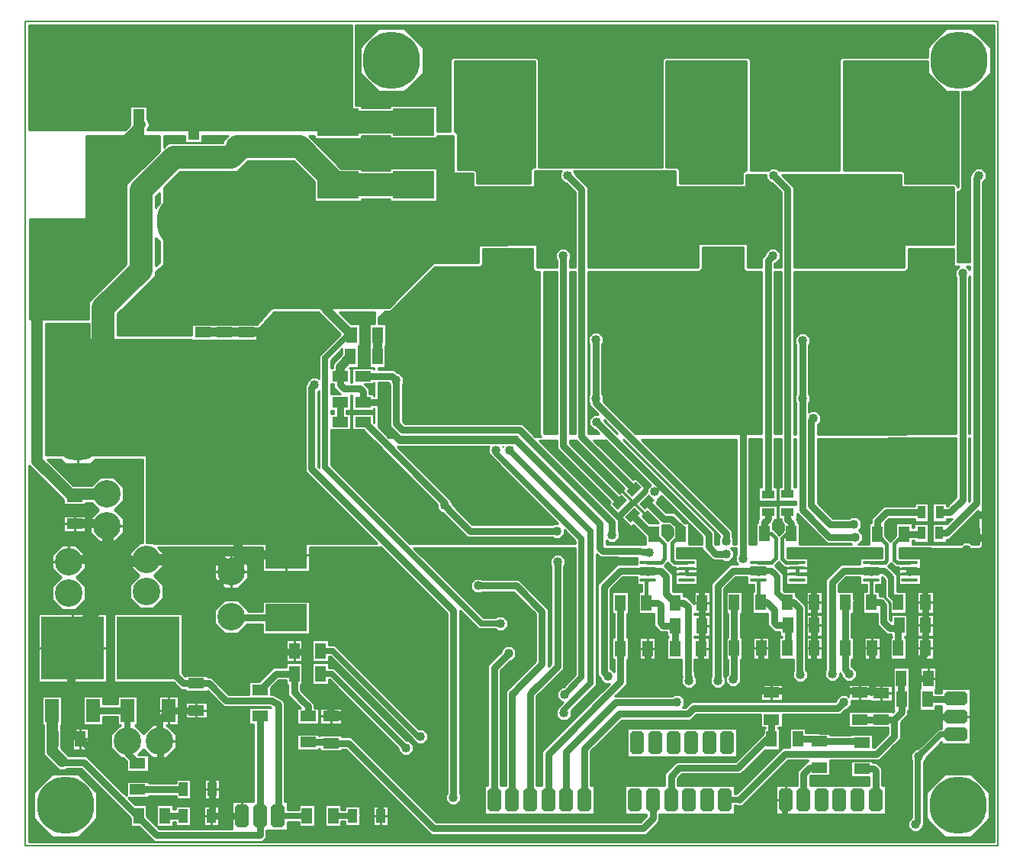
<source format=gbr>
G04 PROTEUS RS274X GERBER FILE*
%FSLAX45Y45*%
%MOMM*%
G01*
%ADD10C,0.762000*%
%ADD15C,0.381000*%
%ADD14C,0.254000*%
%ADD12C,0.635000*%
%ADD11C,0.508000*%
%ADD13C,1.016000*%
%ADD16C,1.270000*%
%ADD42C,2.540000*%
%ADD18C,1.016000*%
%ADD19C,0.762000*%
%ADD20C,5.080000*%
%ADD25R,1.143000X1.803400*%
%ADD27R,1.803400X1.143000*%
%ADD43R,6.985000X6.985000*%
%ADD44R,1.524000X2.540000*%
%ADD26C,6.350000*%
%AMPPAD039*
4,1,36,
0.901700,-0.025400,
0.901700,0.025400,
0.898160,0.061750,
0.887980,0.095370,
0.871810,0.125600,
0.850300,0.151800,
0.824110,0.173310,
0.793870,0.189480,
0.760250,0.199660,
0.723900,0.203200,
-0.723900,0.203200,
-0.760250,0.199660,
-0.793870,0.189480,
-0.824110,0.173310,
-0.850300,0.151800,
-0.871810,0.125600,
-0.887980,0.095370,
-0.898160,0.061750,
-0.901700,0.025400,
-0.901700,-0.025400,
-0.898160,-0.061750,
-0.887980,-0.095370,
-0.871810,-0.125600,
-0.850300,-0.151800,
-0.824110,-0.173310,
-0.793870,-0.189480,
-0.760250,-0.199660,
-0.723900,-0.203200,
0.723900,-0.203200,
0.760250,-0.199660,
0.793870,-0.189480,
0.824110,-0.173310,
0.850300,-0.151800,
0.871810,-0.125600,
0.887980,-0.095370,
0.898160,-0.061750,
0.901700,-0.025400,
0*%
%ADD45PPAD039*%
%ADD40R,1.016000X1.524000*%
%AMDIL026*
4,1,8,
-1.270000,0.457200,-0.965200,0.762000,0.965200,0.762000,1.270000,0.457200,1.270000,-0.457200,
0.965200,-0.762000,-0.965200,-0.762000,-1.270000,-0.457200,-1.270000,0.457200,
0*%
%ADD32DIL026*%
%AMDIL027*
4,1,8,
-0.762000,0.965200,-0.457200,1.270000,0.457200,1.270000,0.762000,0.965200,0.762000,-0.965200,
0.457200,-1.270000,-0.457200,-1.270000,-0.762000,-0.965200,-0.762000,0.965200,
0*%
%ADD33DIL027*%
%ADD34C,3.048000*%
%ADD46R,4.572000X3.048000*%
%AMPPAD041*
4,1,4,
-0.179610,-0.844140,
-0.844140,-0.179610,
0.179610,0.844140,
0.844140,0.179610,
-0.179610,-0.844140,
0*%
%ADD47PPAD041*%
%ADD35R,1.447800X0.939800*%
%ADD48R,0.939800X1.447800*%
%ADD49R,1.244600X3.403600*%
%ADD41C,0.203200*%
G36*
X+4572000Y+1112520D02*
X+4553064Y+1112520D01*
X+4526280Y+1085736D01*
X+4526280Y+934720D01*
X+3931920Y+934720D01*
X+3931920Y+1060336D01*
X+3905136Y+1087120D01*
X+3716020Y+1087120D01*
X+3716020Y+1479437D01*
X+3689238Y+1506219D01*
X+3683000Y+1506219D01*
X+3683000Y+2286000D01*
X+4572000Y+2286000D01*
X+4572000Y+1112520D01*
G37*
%LPC*%
G36*
X+4203700Y+1667155D02*
X+4203700Y+1761845D01*
X+4270655Y+1828800D01*
X+4365345Y+1828800D01*
X+4432300Y+1761845D01*
X+4432300Y+1667155D01*
X+4365345Y+1600200D01*
X+4270655Y+1600200D01*
X+4203700Y+1667155D01*
G37*
G36*
X+3981450Y+1039159D02*
X+3981450Y+1065461D01*
X+4000049Y+1084060D01*
X+4026351Y+1084060D01*
X+4044950Y+1065461D01*
X+4044950Y+1039159D01*
X+4026351Y+1020560D01*
X+4000049Y+1020560D01*
X+3981450Y+1039159D01*
G37*
G36*
X+3879850Y+1215135D02*
X+3879850Y+1241437D01*
X+3898449Y+1260036D01*
X+3924751Y+1260036D01*
X+3943350Y+1241437D01*
X+3943350Y+1215135D01*
X+3924751Y+1196536D01*
X+3898449Y+1196536D01*
X+3879850Y+1215135D01*
G37*
G36*
X+4083050Y+1215135D02*
X+4083050Y+1241437D01*
X+4101649Y+1260036D01*
X+4127951Y+1260036D01*
X+4146550Y+1241437D01*
X+4146550Y+1215135D01*
X+4127951Y+1196536D01*
X+4101649Y+1196536D01*
X+4083050Y+1215135D01*
G37*
G36*
X+3778250Y+1391111D02*
X+3778250Y+1417413D01*
X+3796849Y+1436012D01*
X+3823151Y+1436012D01*
X+3841750Y+1417413D01*
X+3841750Y+1391111D01*
X+3823151Y+1372512D01*
X+3796849Y+1372512D01*
X+3778250Y+1391111D01*
G37*
G36*
X+3981450Y+1391111D02*
X+3981450Y+1417413D01*
X+4000049Y+1436012D01*
X+4026351Y+1436012D01*
X+4044950Y+1417413D01*
X+4044950Y+1391111D01*
X+4026351Y+1372512D01*
X+4000049Y+1372512D01*
X+3981450Y+1391111D01*
G37*
G36*
X+3879850Y+1567087D02*
X+3879850Y+1593389D01*
X+3898449Y+1611988D01*
X+3924751Y+1611988D01*
X+3943350Y+1593389D01*
X+3943350Y+1567087D01*
X+3924751Y+1548488D01*
X+3898449Y+1548488D01*
X+3879850Y+1567087D01*
G37*
G36*
X+3778250Y+1743063D02*
X+3778250Y+1769365D01*
X+3796849Y+1787964D01*
X+3823151Y+1787964D01*
X+3841750Y+1769365D01*
X+3841750Y+1743063D01*
X+3823151Y+1724464D01*
X+3796849Y+1724464D01*
X+3778250Y+1743063D01*
G37*
G36*
X+3905250Y+1891849D02*
X+3905250Y+1918151D01*
X+3923849Y+1936750D01*
X+3950151Y+1936750D01*
X+3968750Y+1918151D01*
X+3968750Y+1891849D01*
X+3950151Y+1873250D01*
X+3923849Y+1873250D01*
X+3905250Y+1891849D01*
G37*
G36*
X+3892550Y+2092141D02*
X+3892550Y+2118443D01*
X+3911149Y+2137042D01*
X+3937451Y+2137042D01*
X+3956050Y+2118443D01*
X+3956050Y+2092141D01*
X+3937451Y+2073542D01*
X+3911149Y+2073542D01*
X+3892550Y+2092141D01*
G37*
G36*
X+4121150Y+2092141D02*
X+4121150Y+2118443D01*
X+4139749Y+2137042D01*
X+4166051Y+2137042D01*
X+4184650Y+2118443D01*
X+4184650Y+2092141D01*
X+4166051Y+2073542D01*
X+4139749Y+2073542D01*
X+4121150Y+2092141D01*
G37*
G36*
X+4349750Y+2092141D02*
X+4349750Y+2118443D01*
X+4368349Y+2137042D01*
X+4394651Y+2137042D01*
X+4413250Y+2118443D01*
X+4413250Y+2092141D01*
X+4394651Y+2073542D01*
X+4368349Y+2073542D01*
X+4349750Y+2092141D01*
G37*
%LPD*%
G36*
X+6922934Y+1074420D02*
X+6902441Y+1074420D01*
X+6875609Y+1047342D01*
X+6876632Y+934720D01*
X+6179820Y+934720D01*
X+6179820Y+1085736D01*
X+6153036Y+1112520D01*
X+6033566Y+1112520D01*
X+6032500Y+2286000D01*
X+6924013Y+2286355D01*
X+6922934Y+1074420D01*
G37*
%LPC*%
G36*
X+6553200Y+1667155D02*
X+6553200Y+1761845D01*
X+6620155Y+1828800D01*
X+6714845Y+1828800D01*
X+6781800Y+1761845D01*
X+6781800Y+1667155D01*
X+6714845Y+1600200D01*
X+6620155Y+1600200D01*
X+6553200Y+1667155D01*
G37*
G36*
X+6332219Y+1039159D02*
X+6332219Y+1065461D01*
X+6350818Y+1084060D01*
X+6377120Y+1084060D01*
X+6395719Y+1065461D01*
X+6395719Y+1039159D01*
X+6377120Y+1020560D01*
X+6350818Y+1020560D01*
X+6332219Y+1039159D01*
G37*
G36*
X+6230619Y+1215135D02*
X+6230619Y+1241437D01*
X+6249218Y+1260036D01*
X+6275520Y+1260036D01*
X+6294119Y+1241437D01*
X+6294119Y+1215135D01*
X+6275520Y+1196536D01*
X+6249218Y+1196536D01*
X+6230619Y+1215135D01*
G37*
G36*
X+6433819Y+1215135D02*
X+6433819Y+1241437D01*
X+6452418Y+1260036D01*
X+6478720Y+1260036D01*
X+6497319Y+1241437D01*
X+6497319Y+1215135D01*
X+6478720Y+1196536D01*
X+6452418Y+1196536D01*
X+6433819Y+1215135D01*
G37*
G36*
X+6129019Y+1391111D02*
X+6129019Y+1417413D01*
X+6147618Y+1436012D01*
X+6173920Y+1436012D01*
X+6192519Y+1417413D01*
X+6192519Y+1391111D01*
X+6173920Y+1372512D01*
X+6147618Y+1372512D01*
X+6129019Y+1391111D01*
G37*
G36*
X+6332219Y+1391111D02*
X+6332219Y+1417413D01*
X+6350818Y+1436012D01*
X+6377120Y+1436012D01*
X+6395719Y+1417413D01*
X+6395719Y+1391111D01*
X+6377120Y+1372512D01*
X+6350818Y+1372512D01*
X+6332219Y+1391111D01*
G37*
G36*
X+6230619Y+1567087D02*
X+6230619Y+1593389D01*
X+6249218Y+1611988D01*
X+6275520Y+1611988D01*
X+6294119Y+1593389D01*
X+6294119Y+1567087D01*
X+6275520Y+1548488D01*
X+6249218Y+1548488D01*
X+6230619Y+1567087D01*
G37*
G36*
X+6129019Y+1743063D02*
X+6129019Y+1769365D01*
X+6147618Y+1787964D01*
X+6173920Y+1787964D01*
X+6192519Y+1769365D01*
X+6192519Y+1743063D01*
X+6173920Y+1724464D01*
X+6147618Y+1724464D01*
X+6129019Y+1743063D01*
G37*
G36*
X+6254750Y+1891849D02*
X+6254750Y+1918151D01*
X+6273349Y+1936750D01*
X+6299651Y+1936750D01*
X+6318250Y+1918151D01*
X+6318250Y+1891849D01*
X+6299651Y+1873250D01*
X+6273349Y+1873250D01*
X+6254750Y+1891849D01*
G37*
G36*
X+6242164Y+2126647D02*
X+6242164Y+2152949D01*
X+6260763Y+2171548D01*
X+6287065Y+2171548D01*
X+6305664Y+2152949D01*
X+6305664Y+2126647D01*
X+6287065Y+2108048D01*
X+6260763Y+2108048D01*
X+6242164Y+2126647D01*
G37*
G36*
X+6470764Y+2126647D02*
X+6470764Y+2152949D01*
X+6489363Y+2171548D01*
X+6515665Y+2171548D01*
X+6534264Y+2152949D01*
X+6534264Y+2126647D01*
X+6515665Y+2108048D01*
X+6489363Y+2108048D01*
X+6470764Y+2126647D01*
G37*
G36*
X+6699364Y+2126647D02*
X+6699364Y+2152949D01*
X+6717963Y+2171548D01*
X+6744265Y+2171548D01*
X+6762864Y+2152949D01*
X+6762864Y+2126647D01*
X+6744265Y+2108048D01*
X+6717963Y+2108048D01*
X+6699364Y+2126647D01*
G37*
%LPD*%
G36*
X+8933181Y+2153510D02*
X+9138510Y+1948181D01*
X+9271000Y+1948181D01*
X+9271000Y+889000D01*
X+9265920Y+889000D01*
X+9265920Y+907936D01*
X+9239136Y+934720D01*
X+8681720Y+934720D01*
X+8681720Y+1047636D01*
X+8654936Y+1074420D01*
X+8001000Y+1074420D01*
X+8001000Y+2286000D01*
X+8933181Y+2286000D01*
X+8933181Y+2153510D01*
G37*
%LPC*%
G36*
X+8140700Y+1603655D02*
X+8140700Y+1698345D01*
X+8207655Y+1765300D01*
X+8302345Y+1765300D01*
X+8369300Y+1698345D01*
X+8369300Y+1603655D01*
X+8302345Y+1536700D01*
X+8207655Y+1536700D01*
X+8140700Y+1603655D01*
G37*
G36*
X+8566150Y+1215135D02*
X+8566150Y+1241437D01*
X+8584749Y+1260036D01*
X+8611051Y+1260036D01*
X+8629650Y+1241437D01*
X+8629650Y+1215135D01*
X+8611051Y+1196536D01*
X+8584749Y+1196536D01*
X+8566150Y+1215135D01*
G37*
G36*
X+8769350Y+1215135D02*
X+8769350Y+1241437D01*
X+8787949Y+1260036D01*
X+8814251Y+1260036D01*
X+8832850Y+1241437D01*
X+8832850Y+1215135D01*
X+8814251Y+1196536D01*
X+8787949Y+1196536D01*
X+8769350Y+1215135D01*
G37*
G36*
X+8566150Y+1567087D02*
X+8566150Y+1593389D01*
X+8584749Y+1611988D01*
X+8611051Y+1611988D01*
X+8629650Y+1593389D01*
X+8629650Y+1567087D01*
X+8611051Y+1548488D01*
X+8584749Y+1548488D01*
X+8566150Y+1567087D01*
G37*
G36*
X+8693150Y+1853749D02*
X+8693150Y+1880051D01*
X+8711749Y+1898650D01*
X+8738051Y+1898650D01*
X+8756650Y+1880051D01*
X+8756650Y+1853749D01*
X+8738051Y+1835150D01*
X+8711749Y+1835150D01*
X+8693150Y+1853749D01*
G37*
G36*
X+8274050Y+1244394D02*
X+8274050Y+1270696D01*
X+8292649Y+1289295D01*
X+8318951Y+1289295D01*
X+8337550Y+1270696D01*
X+8337550Y+1244394D01*
X+8318951Y+1225795D01*
X+8292649Y+1225795D01*
X+8274050Y+1244394D01*
G37*
G36*
X+9036050Y+1244394D02*
X+9036050Y+1270696D01*
X+9054649Y+1289295D01*
X+9080951Y+1289295D01*
X+9099550Y+1270696D01*
X+9099550Y+1244394D01*
X+9080951Y+1225795D01*
X+9054649Y+1225795D01*
X+9036050Y+1244394D01*
G37*
G36*
X+8477250Y+1929949D02*
X+8477250Y+1956251D01*
X+8495849Y+1974850D01*
X+8522151Y+1974850D01*
X+8540750Y+1956251D01*
X+8540750Y+1929949D01*
X+8522151Y+1911350D01*
X+8495849Y+1911350D01*
X+8477250Y+1929949D01*
G37*
G36*
X+8528050Y+2124274D02*
X+8528050Y+2150576D01*
X+8546649Y+2169175D01*
X+8572951Y+2169175D01*
X+8591550Y+2150576D01*
X+8591550Y+2124274D01*
X+8572951Y+2105675D01*
X+8546649Y+2105675D01*
X+8528050Y+2124274D01*
G37*
G36*
X+8782050Y+2124274D02*
X+8782050Y+2150576D01*
X+8800649Y+2169175D01*
X+8826951Y+2169175D01*
X+8845550Y+2150576D01*
X+8845550Y+2124274D01*
X+8826951Y+2105675D01*
X+8800649Y+2105675D01*
X+8782050Y+2124274D01*
G37*
G36*
X+8794750Y+1625149D02*
X+8794750Y+1651451D01*
X+8813349Y+1670050D01*
X+8839651Y+1670050D01*
X+8858250Y+1651451D01*
X+8858250Y+1625149D01*
X+8839651Y+1606550D01*
X+8813349Y+1606550D01*
X+8794750Y+1625149D01*
G37*
G36*
X+9074150Y+1447349D02*
X+9074150Y+1473651D01*
X+9092749Y+1492250D01*
X+9119051Y+1492250D01*
X+9137650Y+1473651D01*
X+9137650Y+1447349D01*
X+9119051Y+1428750D01*
X+9092749Y+1428750D01*
X+9074150Y+1447349D01*
G37*
G36*
X+8985249Y+1823886D02*
X+8985249Y+1850188D01*
X+9003848Y+1868787D01*
X+9030150Y+1868787D01*
X+9048749Y+1850188D01*
X+9048749Y+1823886D01*
X+9030150Y+1805287D01*
X+9003848Y+1805287D01*
X+8985249Y+1823886D01*
G37*
G36*
X+8096249Y+2043856D02*
X+8096249Y+2070158D01*
X+8114848Y+2088757D01*
X+8141150Y+2088757D01*
X+8159749Y+2070158D01*
X+8159749Y+2043856D01*
X+8141150Y+2025257D01*
X+8114848Y+2025257D01*
X+8096249Y+2043856D01*
G37*
G36*
X+8350249Y+2043856D02*
X+8350249Y+2070158D01*
X+8368848Y+2088757D01*
X+8395150Y+2088757D01*
X+8413749Y+2070158D01*
X+8413749Y+2043856D01*
X+8395150Y+2025257D01*
X+8368848Y+2025257D01*
X+8350249Y+2043856D01*
G37*
%LPD*%
G36*
X+9672320Y-6370320D02*
X-1036320Y-6370320D01*
X-1036320Y-2198978D01*
X-656589Y-2578709D01*
X-656589Y-2634969D01*
X-410211Y-2634969D01*
X-410211Y-2611119D01*
X-343503Y-2611119D01*
X-265022Y-2689600D01*
X-363219Y-2787797D01*
X-363219Y-2941403D01*
X-254603Y-3050019D01*
X-100997Y-3050019D01*
X+7619Y-2941403D01*
X+7619Y-2787797D01*
X-90578Y-2689600D01*
X+7619Y-2591403D01*
X+7619Y-2437797D01*
X-100997Y-2329181D01*
X-254603Y-2329181D01*
X-343503Y-2418081D01*
X-544221Y-2418081D01*
X-833782Y-2128520D01*
X-691289Y-2128520D01*
X-640490Y-2179319D01*
X-350110Y-2179319D01*
X-299311Y-2128520D01*
X+220980Y-2128520D01*
X+220980Y-3058681D01*
X+189897Y-3058681D01*
X+81281Y-3167297D01*
X+81281Y-3320903D01*
X+179478Y-3419100D01*
X+81281Y-3517297D01*
X+81281Y-3670903D01*
X+189897Y-3779519D01*
X+343503Y-3779519D01*
X+452119Y-3670903D01*
X+452119Y-3517297D01*
X+353922Y-3419100D01*
X+452119Y-3320903D01*
X+452119Y-3167297D01*
X+391242Y-3106420D01*
X+965200Y-3106420D01*
X+1554481Y-3107297D01*
X+1554481Y-3373119D01*
X+2077719Y-3373119D01*
X+2077719Y-3108075D01*
X+2868977Y-3109253D01*
X+3600585Y-3840861D01*
X+3600585Y-5837781D01*
X+3587885Y-5850481D01*
X+3587885Y-5919919D01*
X+3636985Y-5969019D01*
X+3706423Y-5969019D01*
X+3755523Y-5919919D01*
X+3755523Y-5850481D01*
X+3742823Y-5837781D01*
X+3742823Y-3805776D01*
X+3951516Y-4014469D01*
X+4137231Y-4014469D01*
X+4156281Y-4033519D01*
X+4225719Y-4033519D01*
X+4274819Y-3984419D01*
X+4274819Y-3914981D01*
X+4225719Y-3865881D01*
X+4156281Y-3865881D01*
X+4137231Y-3884931D01*
X+4005170Y-3884931D01*
X+3230029Y-3109790D01*
X+5027931Y-3112466D01*
X+5027931Y-4519773D01*
X+4894423Y-4653281D01*
X+4867481Y-4653281D01*
X+4818381Y-4702381D01*
X+4818381Y-4771819D01*
X+4867481Y-4820919D01*
X+4891885Y-4820919D01*
X+4831081Y-4881723D01*
X+4831081Y-4892881D01*
X+4812031Y-4911931D01*
X+4812031Y-4981369D01*
X+4861131Y-5030469D01*
X+4930569Y-5030469D01*
X+4979669Y-4981369D01*
X+4979669Y-4916327D01*
X+5259069Y-4636927D01*
X+5259069Y-3179147D01*
X+5295015Y-3215093D01*
X+5705811Y-3220439D01*
X+5705811Y-3294381D01*
X+5492566Y-3294381D01*
X+5273330Y-3513617D01*
X+5273330Y-4525460D01*
X+5300202Y-4552332D01*
X+5300202Y-4570294D01*
X+5349302Y-4619394D01*
X+5401931Y-4619394D01*
X+4653381Y-5367944D01*
X+4653381Y-5745481D01*
X+4595619Y-5745481D01*
X+4595619Y-4757437D01*
X+4897164Y-4455893D01*
X+4897164Y-3315179D01*
X+4909864Y-3302479D01*
X+4909864Y-3233041D01*
X+4860764Y-3183941D01*
X+4791326Y-3183941D01*
X+4742226Y-3233041D01*
X+4742226Y-3302479D01*
X+4754926Y-3315179D01*
X+4754926Y-4396977D01*
X+4726462Y-4425442D01*
X+4726462Y-3787158D01*
X+4400735Y-3461431D01*
X+3992171Y-3461431D01*
X+3979471Y-3448731D01*
X+3910033Y-3448731D01*
X+3860933Y-3497831D01*
X+3860933Y-3567269D01*
X+3910033Y-3616369D01*
X+3979471Y-3616369D01*
X+3992171Y-3603669D01*
X+4341821Y-3603669D01*
X+4584224Y-3846072D01*
X+4584224Y-4370300D01*
X+4253381Y-4701142D01*
X+4253381Y-5745481D01*
X+4195619Y-5745481D01*
X+4195619Y-4471127D01*
X+4299916Y-4366830D01*
X+4317878Y-4366830D01*
X+4366978Y-4317730D01*
X+4366978Y-4248292D01*
X+4317878Y-4199192D01*
X+4248440Y-4199192D01*
X+4199340Y-4248292D01*
X+4199340Y-4266254D01*
X+4053381Y-4412213D01*
X+4053381Y-5745481D01*
X+4015281Y-5745481D01*
X+4015281Y-6065519D01*
X+5233719Y-6065519D01*
X+5233719Y-5745481D01*
X+5195619Y-5745481D01*
X+5195619Y-5369757D01*
X+5540749Y-5024627D01*
X+6303258Y-5024627D01*
X+6367265Y-4960619D01*
X+7077711Y-4960619D01*
X+7077711Y-5106669D01*
X+7129781Y-5106669D01*
X+7129781Y-5109211D01*
X+7112831Y-5109211D01*
X+7112831Y-5170284D01*
X+6801548Y-5481567D01*
X+6148557Y-5481567D01*
X+6015376Y-5614748D01*
X+6015376Y-5745481D01*
X+5577281Y-5745481D01*
X+5577281Y-6065519D01*
X+5815381Y-6065519D01*
X+5815381Y-6085543D01*
X+5749043Y-6151881D01*
X+3482276Y-6151881D01*
X+2537676Y-5207281D01*
X+2434589Y-5207281D01*
X+2434589Y-5188231D01*
X+2188211Y-5188231D01*
X+2188211Y-5197281D01*
X+2180589Y-5197281D01*
X+2180589Y-5178231D01*
X+1934211Y-5178231D01*
X+1934211Y-5358569D01*
X+2180589Y-5358569D01*
X+2180589Y-5339519D01*
X+2188211Y-5339519D01*
X+2188211Y-5368569D01*
X+2434589Y-5368569D01*
X+2434589Y-5349519D01*
X+2478762Y-5349519D01*
X+3423361Y-6294119D01*
X+5807957Y-6294119D01*
X+5957619Y-6144457D01*
X+5957619Y-6065519D01*
X+6795719Y-6065519D01*
X+6795719Y-5970269D01*
X+6806131Y-5970269D01*
X+6812481Y-5976619D01*
X+6874757Y-5976619D01*
X+7382757Y-5468619D01*
X+7607911Y-5468619D01*
X+7607911Y-5477861D01*
X+7595171Y-5477861D01*
X+7485381Y-5587651D01*
X+7485381Y-5745481D01*
X+7247281Y-5745481D01*
X+7247281Y-6065519D01*
X+8465719Y-6065519D01*
X+8465719Y-5745481D01*
X+8429329Y-5745481D01*
X+8429329Y-5553322D01*
X+8367488Y-5491481D01*
X+8327389Y-5491481D01*
X+8327389Y-5472431D01*
X+8081011Y-5472431D01*
X+8081011Y-5652769D01*
X+8287091Y-5652769D01*
X+8287091Y-5745481D01*
X+7627619Y-5745481D01*
X+7627619Y-5646565D01*
X+7634115Y-5640069D01*
X+7854289Y-5640069D01*
X+7854289Y-5468619D01*
X+8398757Y-5468619D01*
X+8558300Y-5309077D01*
X+8558300Y-5309075D01*
X+8635972Y-5231403D01*
X+8635972Y-5044833D01*
X+8714535Y-4966270D01*
X+8714535Y-4916405D01*
X+8733585Y-4916405D01*
X+8733585Y-4670027D01*
X+8730969Y-4670027D01*
X+8730969Y-4436111D01*
X+8550631Y-4436111D01*
X+8550631Y-4682489D01*
X+8553247Y-4682489D01*
X+8553247Y-4916405D01*
X+8563248Y-4916405D01*
X+8543289Y-4936364D01*
X+8543289Y-4926331D01*
X+8449338Y-4926331D01*
X+8442799Y-4918142D01*
X+8427119Y-4926331D01*
X+8301989Y-4926331D01*
X+8301989Y-4925207D01*
X+8055611Y-4925207D01*
X+8055611Y-5105545D01*
X+8296911Y-5105545D01*
X+8296911Y-5106669D01*
X+8493734Y-5106669D01*
X+8493734Y-5172489D01*
X+8416062Y-5250160D01*
X+8416062Y-5250162D01*
X+8339841Y-5326381D01*
X+8327389Y-5326381D01*
X+8327389Y-5182431D01*
X+8081011Y-5182431D01*
X+8081011Y-5188781D01*
X+7854289Y-5188781D01*
X+7854289Y-5169731D01*
X+7741507Y-5169731D01*
X+7733057Y-5161281D01*
X+7583169Y-5161281D01*
X+7583169Y-5109211D01*
X+7402831Y-5109211D01*
X+7402831Y-5326381D01*
X+7323843Y-5326381D01*
X+6815843Y-5834381D01*
X+6812481Y-5834381D01*
X+6806131Y-5840731D01*
X+6795719Y-5840731D01*
X+6795719Y-5745481D01*
X+6157614Y-5745481D01*
X+6157614Y-5673662D01*
X+6207471Y-5623805D01*
X+6860462Y-5623805D01*
X+7128678Y-5355589D01*
X+7293169Y-5355589D01*
X+7293169Y-5109211D01*
X+7272019Y-5109211D01*
X+7272019Y-5106669D01*
X+7324089Y-5106669D01*
X+7324089Y-4960619D01*
X+7966958Y-4960619D01*
X+8017757Y-4909819D01*
X+8035719Y-4909819D01*
X+8084819Y-4860719D01*
X+8084819Y-4805545D01*
X+8296911Y-4805545D01*
X+8296911Y-4816669D01*
X+8543289Y-4816669D01*
X+8543289Y-4636331D01*
X+8301989Y-4636331D01*
X+8301989Y-4625207D01*
X+8055611Y-4625207D01*
X+8055611Y-4762073D01*
X+8035719Y-4742181D01*
X+7966281Y-4742181D01*
X+7917181Y-4791281D01*
X+7917181Y-4809243D01*
X+7908043Y-4818381D01*
X+6308351Y-4818381D01*
X+6244343Y-4882389D01*
X+6216324Y-4882389D01*
X+6237050Y-4861663D01*
X+6237050Y-4792225D01*
X+6187950Y-4743125D01*
X+6118512Y-4743125D01*
X+6105812Y-4755825D01*
X+5466652Y-4755825D01*
X+5595619Y-4626858D01*
X+5595619Y-4350591D01*
X+5614669Y-4350591D01*
X+5614669Y-4104213D01*
X+5595619Y-4104213D01*
X+5595619Y-3842591D01*
X+5614669Y-3842591D01*
X+5614669Y-3596213D01*
X+5434331Y-3596213D01*
X+5434331Y-3842591D01*
X+5453381Y-3842591D01*
X+5453381Y-4104213D01*
X+5434331Y-4104213D01*
X+5434331Y-4350591D01*
X+5453381Y-4350591D01*
X+5453381Y-4486397D01*
X+5418740Y-4451756D01*
X+5415568Y-4451756D01*
X+5415568Y-3572531D01*
X+5551480Y-3436619D01*
X+5705811Y-3436619D01*
X+5705811Y-3521741D01*
X+5762431Y-3521741D01*
X+5762431Y-3596213D01*
X+5724331Y-3596213D01*
X+5724331Y-3842591D01*
X+5899185Y-3842591D01*
X+5899185Y-3974054D01*
X+5969652Y-4044521D01*
X+6041831Y-4044521D01*
X+6041831Y-4096591D01*
X+6060881Y-4096591D01*
X+6060881Y-4104213D01*
X+6041831Y-4104213D01*
X+6041831Y-4350591D01*
X+6202899Y-4350591D01*
X+6202899Y-4525476D01*
X+6207460Y-4545202D01*
X+6202681Y-4549981D01*
X+6202681Y-4619419D01*
X+6251781Y-4668519D01*
X+6321219Y-4668519D01*
X+6370319Y-4619419D01*
X+6370319Y-4549981D01*
X+6356037Y-4535699D01*
X+6350908Y-4513516D01*
X+6345137Y-4466560D01*
X+6345137Y-4350591D01*
X+6512169Y-4350591D01*
X+6512169Y-4104213D01*
X+6345137Y-4104213D01*
X+6345137Y-4096591D01*
X+6522169Y-4096591D01*
X+6522169Y-3850213D01*
X+6345137Y-3850213D01*
X+6345137Y-3842591D01*
X+6522169Y-3842591D01*
X+6522169Y-3596213D01*
X+6341831Y-3596213D01*
X+6341831Y-3731827D01*
X+6258287Y-3648283D01*
X+6222169Y-3648283D01*
X+6222169Y-3596213D01*
X+6109387Y-3596213D01*
X+6105250Y-3592076D01*
X+6105250Y-3401575D01*
X+6014277Y-3310603D01*
X+6050644Y-3274236D01*
X+6064347Y-3287940D01*
X+6101878Y-3325471D01*
X+6135811Y-3325471D01*
X+6135811Y-3521741D01*
X+6382189Y-3521741D01*
X+6382189Y-3220063D01*
X+6153234Y-3220063D01*
X+6153234Y-3114140D01*
X+6431281Y-3114554D01*
X+6431281Y-3128258D01*
X+6554936Y-3251913D01*
X+6651386Y-3251913D01*
X+6664086Y-3264613D01*
X+6733524Y-3264613D01*
X+6782624Y-3215513D01*
X+6782624Y-3146075D01*
X+6751579Y-3115030D01*
X+6812019Y-3115120D01*
X+6812019Y-3182670D01*
X+6799319Y-3195370D01*
X+6799319Y-3264808D01*
X+6828892Y-3294381D01*
X+6743444Y-3294381D01*
X+6532881Y-3504944D01*
X+6532881Y-4537281D01*
X+6520181Y-4549981D01*
X+6520181Y-4619419D01*
X+6569281Y-4668519D01*
X+6638719Y-4668519D01*
X+6687819Y-4619419D01*
X+6687819Y-4549981D01*
X+6675119Y-4537281D01*
X+6675119Y-3563858D01*
X+6802358Y-3436619D01*
X+6932918Y-3436619D01*
X+6932918Y-3521372D01*
X+7004038Y-3521372D01*
X+7004039Y-3595844D01*
X+6987438Y-3595844D01*
X+6987438Y-3842222D01*
X+7160988Y-3842222D01*
X+7160988Y-3971731D01*
X+7233409Y-4044152D01*
X+7296438Y-4044152D01*
X+7296438Y-4096222D01*
X+7315488Y-4096222D01*
X+7315488Y-4103844D01*
X+7286438Y-4103844D01*
X+7286438Y-4350222D01*
X+7441420Y-4350222D01*
X+7441420Y-4478990D01*
X+7435233Y-4485177D01*
X+7435233Y-4554615D01*
X+7484333Y-4603715D01*
X+7553771Y-4603715D01*
X+7602871Y-4554615D01*
X+7602871Y-4485177D01*
X+7583658Y-4465964D01*
X+7583658Y-3754490D01*
X+7477082Y-3647914D01*
X+7466776Y-3647914D01*
X+7466776Y-3595844D01*
X+7345014Y-3595844D01*
X+7334882Y-3585712D01*
X+7334882Y-3405133D01*
X+7239546Y-3309798D01*
X+7246042Y-3303301D01*
X+7280975Y-3268368D01*
X+7337709Y-3325102D01*
X+7362918Y-3325102D01*
X+7362918Y-3521372D01*
X+7609296Y-3521372D01*
X+7609296Y-3219694D01*
X+7379573Y-3219694D01*
X+7373403Y-3213524D01*
X+7373403Y-3115956D01*
X+8429392Y-3117527D01*
X+8429392Y-3222464D01*
X+8429058Y-3222464D01*
X+8429058Y-3221194D01*
X+8182680Y-3221194D01*
X+8182680Y-3294381D01*
X+7971543Y-3294381D01*
X+7802881Y-3463043D01*
X+7802881Y-4461081D01*
X+7790181Y-4473781D01*
X+7790181Y-4543219D01*
X+7839281Y-4592319D01*
X+7908719Y-4592319D01*
X+7957819Y-4543219D01*
X+7957819Y-4502395D01*
X+7980681Y-4525257D01*
X+7980681Y-4543219D01*
X+8029781Y-4592319D01*
X+8099219Y-4592319D01*
X+8148319Y-4543219D01*
X+8148319Y-4473781D01*
X+8099219Y-4424681D01*
X+8090988Y-4424681D01*
X+8090988Y-4350222D01*
X+8110038Y-4350222D01*
X+8110038Y-4103844D01*
X+8090988Y-4103844D01*
X+8090988Y-3842222D01*
X+8110038Y-3842222D01*
X+8110038Y-3711349D01*
X+8120092Y-3691746D01*
X+8110038Y-3683811D01*
X+8110038Y-3595844D01*
X+7945119Y-3595844D01*
X+7945119Y-3521957D01*
X+8030457Y-3436619D01*
X+8182680Y-3436619D01*
X+8182680Y-3522872D01*
X+8253800Y-3522872D01*
X+8253800Y-3595844D01*
X+8219700Y-3595844D01*
X+8219700Y-3842222D01*
X+8373132Y-3842222D01*
X+8373132Y-3966008D01*
X+8479738Y-4071619D01*
X+8528700Y-4071619D01*
X+8528700Y-4096222D01*
X+8537750Y-4096222D01*
X+8537750Y-4103844D01*
X+8518700Y-4103844D01*
X+8518700Y-4350222D01*
X+8699038Y-4350222D01*
X+8699038Y-4103844D01*
X+8679988Y-4103844D01*
X+8679988Y-4096222D01*
X+8709038Y-4096222D01*
X+8709038Y-3849844D01*
X+8528700Y-3849844D01*
X+8528700Y-3919908D01*
X+8515370Y-3906702D01*
X+8515370Y-3719139D01*
X+8444145Y-3647914D01*
X+8400038Y-3647914D01*
X+8400038Y-3595844D01*
X+8357938Y-3595844D01*
X+8357938Y-3522872D01*
X+8429058Y-3522872D01*
X+8429058Y-3432654D01*
X+8463100Y-3466696D01*
X+8463100Y-3664861D01*
X+8518700Y-3720460D01*
X+8518700Y-3842222D01*
X+8699038Y-3842222D01*
X+8699038Y-3595844D01*
X+8592638Y-3595844D01*
X+8592638Y-3413041D01*
X+8492804Y-3313208D01*
X+8494662Y-3311351D01*
X+8525333Y-3280680D01*
X+8571255Y-3326602D01*
X+8612680Y-3326602D01*
X+8612680Y-3522872D01*
X+8859058Y-3522872D01*
X+8859058Y-3221194D01*
X+8618995Y-3221194D01*
X+8618995Y-3117809D01*
X+9335768Y-3118876D01*
X+9335768Y-3143849D01*
X+9354367Y-3162448D01*
X+9380669Y-3162448D01*
X+9399268Y-3143849D01*
X+9399268Y-3118970D01*
X+9518630Y-3119148D01*
X+9545516Y-3092020D01*
X+9544932Y-3035911D01*
X+9558471Y-3035911D01*
X+9577070Y-3017312D01*
X+9577070Y-2991010D01*
X+9558471Y-2972411D01*
X+9544270Y-2972411D01*
X+9542286Y-2781911D01*
X+9558471Y-2781911D01*
X+9577070Y-2763312D01*
X+9577070Y-2737010D01*
X+9558471Y-2718411D01*
X+9541624Y-2718411D01*
X+9540926Y-2651329D01*
X+9545319Y-2646936D01*
X+9545319Y+12455D01*
X+9545448Y+31418D01*
X+9545319Y+31548D01*
X+9545319Y+943181D01*
X+9583419Y+981281D01*
X+9583419Y+1050719D01*
X+9534319Y+1099819D01*
X+9464881Y+1099819D01*
X+9415781Y+1050719D01*
X+9415781Y+1032757D01*
X+9403081Y+1020057D01*
X+9403081Y+58420D01*
X+9265920Y+58420D01*
X+9265920Y+843280D01*
X+9289936Y+843280D01*
X+9316720Y+870064D01*
X+9316720Y+1948181D01*
X+9428890Y+1948181D01*
X+9634219Y+2153510D01*
X+9634219Y+2443890D01*
X+9428890Y+2649219D01*
X+9138510Y+2649219D01*
X+8933181Y+2443890D01*
X+8933181Y+2331720D01*
X+7982064Y+2331720D01*
X+7955280Y+2304936D01*
X+7955280Y+1074420D01*
X+7286418Y+1074420D01*
X+7261019Y+1099819D01*
X+7191581Y+1099819D01*
X+7166182Y+1074420D01*
X+6968653Y+1074420D01*
X+6969749Y+2305270D01*
X+6942949Y+2332082D01*
X+6013537Y+2331711D01*
X+5986764Y+2304904D01*
X+5987847Y+1112520D01*
X+4617720Y+1112520D01*
X+4617720Y+2304936D01*
X+4590936Y+2331720D01*
X+3664064Y+2331720D01*
X+3637280Y+2304936D01*
X+3637280Y+1506220D01*
X+3487419Y+1506221D01*
X+3487419Y+1799819D01*
X+2964181Y+1799819D01*
X+2964181Y+1774419D01*
X+2649219Y+1774419D01*
X+2649219Y+1798319D01*
X+2585720Y+1798319D01*
X+2585720Y+2687320D01*
X+9672320Y+2687320D01*
X+9672320Y-6370320D01*
G37*
%LPC*%
G36*
X-935469Y-3841751D02*
X-170931Y-3841751D01*
X-170931Y-4606289D01*
X-935469Y-4606289D01*
X-935469Y-3841751D01*
G37*
G36*
X+622819Y-5074919D02*
X+485741Y-5074919D01*
X+591819Y-5180997D01*
X+591819Y-5334603D01*
X+483203Y-5443219D01*
X+329597Y-5443219D01*
X+231400Y-5345022D01*
X+170449Y-5405973D01*
X+175507Y-5411031D01*
X+288289Y-5411031D01*
X+288289Y-5591369D01*
X+41911Y-5591369D01*
X+41911Y-5478587D01*
X+6543Y-5443219D01*
X-20403Y-5443219D01*
X-129019Y-5334603D01*
X-129019Y-5180997D01*
X-22941Y-5074919D01*
X-52819Y-5074919D01*
X-52819Y-4986019D01*
X-215381Y-4986019D01*
X-215381Y-5074919D01*
X-433819Y-5074919D01*
X-433819Y-4754881D01*
X-215381Y-4754881D01*
X-215381Y-4843781D01*
X-52819Y-4843781D01*
X-52819Y-4754881D01*
X+165619Y-4754881D01*
X+165619Y-5074919D01*
X+135741Y-5074919D01*
X+231400Y-5170578D01*
X+329597Y-5072381D01*
X+404381Y-5072381D01*
X+404381Y-4754881D01*
X+622819Y-4754881D01*
X+622819Y-5074919D01*
G37*
G36*
X+667269Y-4505713D02*
X+695211Y-4533655D01*
X+695211Y-4524731D01*
X+941589Y-4524731D01*
X+941589Y-4543781D01*
X+986757Y-4543781D01*
X+1179513Y-4736537D01*
X+1400811Y-4736537D01*
X+1400811Y-4596131D01*
X+1513593Y-4596131D01*
X+1672343Y-4437381D01*
X+1814831Y-4437381D01*
X+1814831Y-4385311D01*
X+1995169Y-4385311D01*
X+1995169Y-4631689D01*
X+1976119Y-4631689D01*
X+1976119Y-4687933D01*
X+2128519Y-4840333D01*
X+2128519Y-4888231D01*
X+2180589Y-4888231D01*
X+2180589Y-5068569D01*
X+1934211Y-5068569D01*
X+1934211Y-4888231D01*
X+1975265Y-4888231D01*
X+1833881Y-4746847D01*
X+1833881Y-4631689D01*
X+1814831Y-4631689D01*
X+1814831Y-4579619D01*
X+1731257Y-4579619D01*
X+1647189Y-4663687D01*
X+1647189Y-4736537D01*
X+1669962Y-4736537D01*
X+1779176Y-4799236D01*
X+1798319Y-4832300D01*
X+1798319Y-5926373D01*
X+1832204Y-5926373D01*
X+1832204Y-6021623D01*
X+1956631Y-6021623D01*
X+1956631Y-5960111D01*
X+2136969Y-5960111D01*
X+2136969Y-6206489D01*
X+1956631Y-6206489D01*
X+1956631Y-6151161D01*
X+1832204Y-6151161D01*
X+1832204Y-6246411D01*
X+1595119Y-6246411D01*
X+1595119Y-6328658D01*
X+1553458Y-6370319D01*
X+348650Y-6370319D01*
X+184821Y-6206489D01*
X+87631Y-6206489D01*
X+87631Y-6109299D01*
X-461234Y-5560433D01*
X-617943Y-5560433D01*
X-632168Y-5574658D01*
X-712126Y-5574658D01*
X-878319Y-5408465D01*
X-878319Y-5074919D01*
X-891019Y-5074919D01*
X-891019Y-4754881D01*
X-672581Y-4754881D01*
X-672581Y-5074919D01*
X-685281Y-5074919D01*
X-685281Y-5109211D01*
X-678931Y-5109211D01*
X-678931Y-5334857D01*
X-595593Y-5418195D01*
X-402320Y-5418195D01*
X+13866Y-5834381D01*
X+21696Y-5834381D01*
X+41911Y-5854596D01*
X+41911Y-5701031D01*
X+288289Y-5701031D01*
X+288289Y-5720081D01*
X+591821Y-5720081D01*
X+591821Y-5681981D01*
X+759459Y-5681981D01*
X+759459Y-5900419D01*
X+591821Y-5900419D01*
X+591821Y-5862319D01*
X+288289Y-5862319D01*
X+288289Y-5881369D01*
X+63357Y-5881369D01*
X+63357Y-5883873D01*
X+139595Y-5960111D01*
X+267969Y-5960111D01*
X+267969Y-6088485D01*
X+377631Y-6198148D01*
X+377631Y-5960111D01*
X+557969Y-5960111D01*
X+557969Y-6012181D01*
X+589281Y-6012181D01*
X+589281Y-5974081D01*
X+756919Y-5974081D01*
X+756919Y-6192519D01*
X+589281Y-6192519D01*
X+589281Y-6154419D01*
X+557969Y-6154419D01*
X+557969Y-6206489D01*
X+385972Y-6206489D01*
X+407564Y-6228081D01*
X+1213766Y-6228081D01*
X+1213766Y-5926373D01*
X+1452881Y-5926373D01*
X+1452881Y-5066469D01*
X+1400811Y-5066469D01*
X+1400811Y-4886131D01*
X+1644853Y-4886131D01*
X+1632039Y-4878775D01*
X+1120599Y-4878775D01*
X+941589Y-4699765D01*
X+941589Y-4705069D01*
X+695211Y-4705069D01*
X+695211Y-4686019D01*
X+646423Y-4686019D01*
X+566693Y-4606289D01*
X-97269Y-4606289D01*
X-97269Y-3841751D01*
X+667269Y-3841751D01*
X+667269Y-4505713D01*
G37*
G36*
X-559269Y-5109211D02*
X-378931Y-5109211D01*
X-378931Y-5355589D01*
X-559269Y-5355589D01*
X-559269Y-5109211D01*
G37*
G36*
X+941589Y-4824731D02*
X+941589Y-5005069D01*
X+695211Y-5005069D01*
X+695211Y-4824731D01*
X+941589Y-4824731D01*
G37*
G36*
X+7586438Y-3595844D02*
X+7766776Y-3595844D01*
X+7766776Y-3842222D01*
X+7586438Y-3842222D01*
X+7586438Y-3595844D01*
G37*
G36*
X+8818700Y-3595844D02*
X+8999038Y-3595844D01*
X+8999038Y-3842222D01*
X+8818700Y-3842222D01*
X+8818700Y-3595844D01*
G37*
G36*
X+5734331Y-4104213D02*
X+5914669Y-4104213D01*
X+5914669Y-4350591D01*
X+5734331Y-4350591D01*
X+5734331Y-4104213D01*
G37*
G36*
X+6877776Y-3842222D02*
X+6858726Y-3842222D01*
X+6858726Y-4103844D01*
X+6877776Y-4103844D01*
X+6877776Y-4350222D01*
X+6858726Y-4350222D01*
X+6858726Y-4533111D01*
X+6862475Y-4536860D01*
X+6862475Y-4606298D01*
X+6813375Y-4655398D01*
X+6743937Y-4655398D01*
X+6694837Y-4606298D01*
X+6694837Y-4536860D01*
X+6716488Y-4515209D01*
X+6716488Y-4350222D01*
X+6697438Y-4350222D01*
X+6697438Y-4103844D01*
X+6716488Y-4103844D01*
X+6716488Y-3842222D01*
X+6697438Y-3842222D01*
X+6697438Y-3595844D01*
X+6877776Y-3595844D01*
X+6877776Y-3842222D01*
G37*
G36*
X+7586438Y-3849844D02*
X+7766776Y-3849844D01*
X+7766776Y-4096222D01*
X+7586438Y-4096222D01*
X+7586438Y-3849844D01*
G37*
G36*
X+8818700Y-3849844D02*
X+8999038Y-3849844D01*
X+8999038Y-4096222D01*
X+8818700Y-4096222D01*
X+8818700Y-3849844D01*
G37*
G36*
X+6997438Y-4103844D02*
X+7177776Y-4103844D01*
X+7177776Y-4350222D01*
X+6997438Y-4350222D01*
X+6997438Y-4103844D01*
G37*
G36*
X+7586438Y-4103844D02*
X+7766776Y-4103844D01*
X+7766776Y-4350222D01*
X+7586438Y-4350222D01*
X+7586438Y-4103844D01*
G37*
G36*
X+8229700Y-4103844D02*
X+8410038Y-4103844D01*
X+8410038Y-4350222D01*
X+8229700Y-4350222D01*
X+8229700Y-4103844D01*
G37*
G36*
X+8818700Y-4103844D02*
X+8999038Y-4103844D01*
X+8999038Y-4350222D01*
X+8818700Y-4350222D01*
X+8818700Y-4103844D01*
G37*
G36*
X+7077711Y-4806669D02*
X+7077711Y-4626331D01*
X+7324089Y-4626331D01*
X+7324089Y-4806669D01*
X+7077711Y-4806669D01*
G37*
G36*
X+2188211Y-5068569D02*
X+2188211Y-4888231D01*
X+2434589Y-4888231D01*
X+2434589Y-5068569D01*
X+2188211Y-5068569D01*
G37*
G36*
X-410211Y-2754631D02*
X-410211Y-2934969D01*
X-656589Y-2934969D01*
X-656589Y-2754631D01*
X-410211Y-2754631D01*
G37*
G36*
X+904241Y-5974081D02*
X+1071879Y-5974081D01*
X+1071879Y-6192519D01*
X+904241Y-6192519D01*
X+904241Y-5974081D01*
G37*
G36*
X+9030969Y-4682489D02*
X+9023585Y-4682489D01*
X+9023585Y-4722097D01*
X+9085581Y-4722097D01*
X+9085581Y-4672281D01*
X+9405619Y-4672281D01*
X+9405619Y-5290719D01*
X+9085581Y-5290719D01*
X+9085581Y-5268114D01*
X+8915243Y-5438453D01*
X+8915243Y-5461925D01*
X+8891268Y-5485900D01*
X+8891268Y-6180497D01*
X+8886444Y-6185321D01*
X+8886444Y-6212263D01*
X+8837344Y-6261363D01*
X+8767906Y-6261363D01*
X+8718806Y-6212263D01*
X+8718806Y-6142825D01*
X+8761732Y-6099899D01*
X+8761732Y-5476052D01*
X+8747605Y-5461925D01*
X+8747605Y-5392487D01*
X+8796705Y-5343387D01*
X+8823647Y-5343387D01*
X+8853353Y-5313681D01*
X+8856823Y-5313681D01*
X+9053772Y-5116731D01*
X+9085581Y-5116731D01*
X+9085581Y-4864335D01*
X+9023585Y-4864335D01*
X+9023585Y-4916405D01*
X+8843247Y-4916405D01*
X+8843247Y-4670027D01*
X+8850631Y-4670027D01*
X+8850631Y-4436111D01*
X+9030969Y-4436111D01*
X+9030969Y-4682489D01*
G37*
G36*
X+2285169Y-4443731D02*
X+2348041Y-4443731D01*
X+3153594Y-5249284D01*
X+3180536Y-5249284D01*
X+3229636Y-5298384D01*
X+3229636Y-5367822D01*
X+3180536Y-5416922D01*
X+3111098Y-5416922D01*
X+3061998Y-5367822D01*
X+3061998Y-5340880D01*
X+2294387Y-4573269D01*
X+2285169Y-4573269D01*
X+2285169Y-4631689D01*
X+2104831Y-4631689D01*
X+2104831Y-4385311D01*
X+2285169Y-4385311D01*
X+2285169Y-4443731D01*
G37*
G36*
X+1995169Y-4377689D02*
X+1814831Y-4377689D01*
X+1814831Y-4131311D01*
X+1995169Y-4131311D01*
X+1995169Y-4377689D01*
G37*
G36*
X+2285169Y-4189731D02*
X+2357286Y-4189731D01*
X+3290736Y-5123181D01*
X+3336719Y-5123181D01*
X+3385819Y-5172281D01*
X+3385819Y-5241719D01*
X+3336719Y-5290819D01*
X+3267281Y-5290819D01*
X+3218181Y-5241719D01*
X+3218181Y-5233818D01*
X+2303632Y-4319269D01*
X+2285169Y-4319269D01*
X+2285169Y-4377689D01*
X+2104831Y-4377689D01*
X+2104831Y-4131311D01*
X+2285169Y-4131311D01*
X+2285169Y-4189731D01*
G37*
G36*
X+2633981Y+2153510D02*
X+2633981Y+2443890D01*
X+2839310Y+2649219D01*
X+3129690Y+2649219D01*
X+3335019Y+2443890D01*
X+3335019Y+2153510D01*
X+3129690Y+1948181D01*
X+2839310Y+1948181D01*
X+2633981Y+2153510D01*
G37*
G36*
X+8920481Y-6114190D02*
X+8920481Y-5823810D01*
X+9125810Y-5618481D01*
X+9416190Y-5618481D01*
X+9621519Y-5823810D01*
X+9621519Y-6114190D01*
X+9416190Y-6319519D01*
X+9125810Y-6319519D01*
X+8920481Y-6114190D01*
G37*
G36*
X-985519Y-6114190D02*
X-985519Y-5823810D01*
X-780190Y-5618481D01*
X-489810Y-5618481D01*
X-284481Y-5823810D01*
X-284481Y-6114190D01*
X-489810Y-6319519D01*
X-780190Y-6319519D01*
X-985519Y-6114190D01*
G37*
G36*
X+6821219Y-5430519D02*
X+5602781Y-5430519D01*
X+5602781Y-5110481D01*
X+6821219Y-5110481D01*
X+6821219Y-5430519D01*
G37*
G36*
X+1391919Y-3796697D02*
X+1391919Y-3816581D01*
X+1554481Y-3816581D01*
X+1554481Y-3702281D01*
X+2077719Y-3702281D01*
X+2077719Y-4073119D01*
X+1554481Y-4073119D01*
X+1554481Y-3958819D01*
X+1383403Y-3958819D01*
X+1283303Y-4058919D01*
X+1129697Y-4058919D01*
X+1021081Y-3950303D01*
X+1021081Y-3796697D01*
X+1129697Y-3688081D01*
X+1283303Y-3688081D01*
X+1391919Y-3796697D01*
G37*
G36*
X+1021081Y-3450303D02*
X+1021081Y-3296697D01*
X+1129697Y-3188081D01*
X+1283303Y-3188081D01*
X+1391919Y-3296697D01*
X+1391919Y-3450303D01*
X+1283303Y-3558919D01*
X+1129697Y-3558919D01*
X+1021081Y-3450303D01*
G37*
G36*
X-411481Y-3187097D02*
X-411481Y-3340703D01*
X-509678Y-3438900D01*
X-411481Y-3537097D01*
X-411481Y-3690703D01*
X-520097Y-3799319D01*
X-673703Y-3799319D01*
X-782319Y-3690703D01*
X-782319Y-3537097D01*
X-684122Y-3438900D01*
X-782319Y-3340703D01*
X-782319Y-3187097D01*
X-673703Y-3078481D01*
X-520097Y-3078481D01*
X-411481Y-3187097D01*
G37*
G36*
X+2426969Y-6018531D02*
X+2468881Y-6018531D01*
X+2468881Y-5974081D01*
X+2636519Y-5974081D01*
X+2636519Y-6065075D01*
X+2647109Y-6075665D01*
X+2636519Y-6094460D01*
X+2636519Y-6192519D01*
X+2468881Y-6192519D01*
X+2468881Y-6148069D01*
X+2426969Y-6148069D01*
X+2426969Y-6206489D01*
X+2246631Y-6206489D01*
X+2246631Y-5960111D01*
X+2426969Y-5960111D01*
X+2426969Y-6018531D01*
G37*
G36*
X+2951479Y-6192519D02*
X+2783841Y-6192519D01*
X+2783841Y-5974081D01*
X+2951479Y-5974081D01*
X+2951479Y-6192519D01*
G37*
G36*
X+1074419Y-5900419D02*
X+906781Y-5900419D01*
X+906781Y-5681981D01*
X+1074419Y-5681981D01*
X+1074419Y-5900419D01*
G37*
G36*
X+7715250Y-3442151D02*
X+7715250Y-3415849D01*
X+7733849Y-3397250D01*
X+7760151Y-3397250D01*
X+7778750Y-3415849D01*
X+7778750Y-3442151D01*
X+7760151Y-3460750D01*
X+7733849Y-3460750D01*
X+7715250Y-3442151D01*
G37*
G36*
X+6396899Y-3376661D02*
X+6396899Y-3350359D01*
X+6415498Y-3331760D01*
X+6441800Y-3331760D01*
X+6460399Y-3350359D01*
X+6460399Y-3376661D01*
X+6441800Y-3395260D01*
X+6415498Y-3395260D01*
X+6396899Y-3376661D01*
G37*
G36*
X+3818825Y+2547169D02*
X+3818825Y+2573471D01*
X+3837424Y+2592070D01*
X+3863726Y+2592070D01*
X+3882325Y+2573471D01*
X+3882325Y+2547169D01*
X+3863726Y+2528570D01*
X+3837424Y+2528570D01*
X+3818825Y+2547169D01*
G37*
G36*
X+4072825Y+2547169D02*
X+4072825Y+2573471D01*
X+4091424Y+2592070D01*
X+4117726Y+2592070D01*
X+4136325Y+2573471D01*
X+4136325Y+2547169D01*
X+4117726Y+2528570D01*
X+4091424Y+2528570D01*
X+4072825Y+2547169D01*
G37*
G36*
X+4326825Y+2547169D02*
X+4326825Y+2573471D01*
X+4345424Y+2592070D01*
X+4371726Y+2592070D01*
X+4390325Y+2573471D01*
X+4390325Y+2547169D01*
X+4371726Y+2528570D01*
X+4345424Y+2528570D01*
X+4326825Y+2547169D01*
G37*
G36*
X+4580825Y+2547169D02*
X+4580825Y+2573471D01*
X+4599424Y+2592070D01*
X+4625726Y+2592070D01*
X+4644325Y+2573471D01*
X+4644325Y+2547169D01*
X+4625726Y+2528570D01*
X+4599424Y+2528570D01*
X+4580825Y+2547169D01*
G37*
G36*
X+4834825Y+2547169D02*
X+4834825Y+2573471D01*
X+4853424Y+2592070D01*
X+4879726Y+2592070D01*
X+4898325Y+2573471D01*
X+4898325Y+2547169D01*
X+4879726Y+2528570D01*
X+4853424Y+2528570D01*
X+4834825Y+2547169D01*
G37*
G36*
X+5088825Y+2547169D02*
X+5088825Y+2573471D01*
X+5107424Y+2592070D01*
X+5133726Y+2592070D01*
X+5152325Y+2573471D01*
X+5152325Y+2547169D01*
X+5133726Y+2528570D01*
X+5107424Y+2528570D01*
X+5088825Y+2547169D01*
G37*
G36*
X+5342825Y+2547169D02*
X+5342825Y+2573471D01*
X+5361424Y+2592070D01*
X+5387726Y+2592070D01*
X+5406325Y+2573471D01*
X+5406325Y+2547169D01*
X+5387726Y+2528570D01*
X+5361424Y+2528570D01*
X+5342825Y+2547169D01*
G37*
G36*
X+5596825Y+2547169D02*
X+5596825Y+2573471D01*
X+5615424Y+2592070D01*
X+5641726Y+2592070D01*
X+5660325Y+2573471D01*
X+5660325Y+2547169D01*
X+5641726Y+2528570D01*
X+5615424Y+2528570D01*
X+5596825Y+2547169D01*
G37*
G36*
X+5850825Y+2547169D02*
X+5850825Y+2573471D01*
X+5869424Y+2592070D01*
X+5895726Y+2592070D01*
X+5914325Y+2573471D01*
X+5914325Y+2547169D01*
X+5895726Y+2528570D01*
X+5869424Y+2528570D01*
X+5850825Y+2547169D01*
G37*
G36*
X+6104825Y+2547169D02*
X+6104825Y+2573471D01*
X+6123424Y+2592070D01*
X+6149726Y+2592070D01*
X+6168325Y+2573471D01*
X+6168325Y+2547169D01*
X+6149726Y+2528570D01*
X+6123424Y+2528570D01*
X+6104825Y+2547169D01*
G37*
G36*
X+6358825Y+2547169D02*
X+6358825Y+2573471D01*
X+6377424Y+2592070D01*
X+6403726Y+2592070D01*
X+6422325Y+2573471D01*
X+6422325Y+2547169D01*
X+6403726Y+2528570D01*
X+6377424Y+2528570D01*
X+6358825Y+2547169D01*
G37*
G36*
X+6612825Y+2547169D02*
X+6612825Y+2573471D01*
X+6631424Y+2592070D01*
X+6657726Y+2592070D01*
X+6676325Y+2573471D01*
X+6676325Y+2547169D01*
X+6657726Y+2528570D01*
X+6631424Y+2528570D01*
X+6612825Y+2547169D01*
G37*
G36*
X+6866825Y+2547169D02*
X+6866825Y+2573471D01*
X+6885424Y+2592070D01*
X+6911726Y+2592070D01*
X+6930325Y+2573471D01*
X+6930325Y+2547169D01*
X+6911726Y+2528570D01*
X+6885424Y+2528570D01*
X+6866825Y+2547169D01*
G37*
G36*
X+7120825Y+2547169D02*
X+7120825Y+2573471D01*
X+7139424Y+2592070D01*
X+7165726Y+2592070D01*
X+7184325Y+2573471D01*
X+7184325Y+2547169D01*
X+7165726Y+2528570D01*
X+7139424Y+2528570D01*
X+7120825Y+2547169D01*
G37*
G36*
X+7374825Y+2547169D02*
X+7374825Y+2573471D01*
X+7393424Y+2592070D01*
X+7419726Y+2592070D01*
X+7438325Y+2573471D01*
X+7438325Y+2547169D01*
X+7419726Y+2528570D01*
X+7393424Y+2528570D01*
X+7374825Y+2547169D01*
G37*
G36*
X+7628825Y+2547169D02*
X+7628825Y+2573471D01*
X+7647424Y+2592070D01*
X+7673726Y+2592070D01*
X+7692325Y+2573471D01*
X+7692325Y+2547169D01*
X+7673726Y+2528570D01*
X+7647424Y+2528570D01*
X+7628825Y+2547169D01*
G37*
G36*
X+7882825Y+2547169D02*
X+7882825Y+2573471D01*
X+7901424Y+2592070D01*
X+7927726Y+2592070D01*
X+7946325Y+2573471D01*
X+7946325Y+2547169D01*
X+7927726Y+2528570D01*
X+7901424Y+2528570D01*
X+7882825Y+2547169D01*
G37*
G36*
X+8136825Y+2547169D02*
X+8136825Y+2573471D01*
X+8155424Y+2592070D01*
X+8181726Y+2592070D01*
X+8200325Y+2573471D01*
X+8200325Y+2547169D01*
X+8181726Y+2528570D01*
X+8155424Y+2528570D01*
X+8136825Y+2547169D01*
G37*
G36*
X+8390825Y+2547169D02*
X+8390825Y+2573471D01*
X+8409424Y+2592070D01*
X+8435726Y+2592070D01*
X+8454325Y+2573471D01*
X+8454325Y+2547169D01*
X+8435726Y+2528570D01*
X+8409424Y+2528570D01*
X+8390825Y+2547169D01*
G37*
G36*
X+8644825Y+2547169D02*
X+8644825Y+2573471D01*
X+8663424Y+2592070D01*
X+8689726Y+2592070D01*
X+8708325Y+2573471D01*
X+8708325Y+2547169D01*
X+8689726Y+2528570D01*
X+8663424Y+2528570D01*
X+8644825Y+2547169D01*
G37*
G36*
X+8898825Y+2547169D02*
X+8898825Y+2573471D01*
X+8917424Y+2592070D01*
X+8943726Y+2592070D01*
X+8962325Y+2573471D01*
X+8962325Y+2547169D01*
X+8943726Y+2528570D01*
X+8917424Y+2528570D01*
X+8898825Y+2547169D01*
G37*
G36*
X+9513570Y+1808688D02*
X+9513570Y+1834990D01*
X+9532169Y+1853589D01*
X+9558471Y+1853589D01*
X+9577070Y+1834990D01*
X+9577070Y+1808688D01*
X+9558471Y+1790089D01*
X+9532169Y+1790089D01*
X+9513570Y+1808688D01*
G37*
G36*
X+9513570Y+1554688D02*
X+9513570Y+1580990D01*
X+9532169Y+1599589D01*
X+9558471Y+1599589D01*
X+9577070Y+1580990D01*
X+9577070Y+1554688D01*
X+9558471Y+1536089D01*
X+9532169Y+1536089D01*
X+9513570Y+1554688D01*
G37*
G36*
X+9513570Y+1300688D02*
X+9513570Y+1326990D01*
X+9532169Y+1345589D01*
X+9558471Y+1345589D01*
X+9577070Y+1326990D01*
X+9577070Y+1300688D01*
X+9558471Y+1282089D01*
X+9532169Y+1282089D01*
X+9513570Y+1300688D01*
G37*
G36*
X+9513570Y-3271312D02*
X+9513570Y-3245010D01*
X+9532169Y-3226411D01*
X+9558471Y-3226411D01*
X+9577070Y-3245010D01*
X+9577070Y-3271312D01*
X+9558471Y-3289911D01*
X+9532169Y-3289911D01*
X+9513570Y-3271312D01*
G37*
G36*
X+9513570Y-3525312D02*
X+9513570Y-3499010D01*
X+9532169Y-3480411D01*
X+9558471Y-3480411D01*
X+9577070Y-3499010D01*
X+9577070Y-3525312D01*
X+9558471Y-3543911D01*
X+9532169Y-3543911D01*
X+9513570Y-3525312D01*
G37*
G36*
X+9513570Y-3779312D02*
X+9513570Y-3753010D01*
X+9532169Y-3734411D01*
X+9558471Y-3734411D01*
X+9577070Y-3753010D01*
X+9577070Y-3779312D01*
X+9558471Y-3797911D01*
X+9532169Y-3797911D01*
X+9513570Y-3779312D01*
G37*
G36*
X+9513570Y-4033312D02*
X+9513570Y-4007010D01*
X+9532169Y-3988411D01*
X+9558471Y-3988411D01*
X+9577070Y-4007010D01*
X+9577070Y-4033312D01*
X+9558471Y-4051911D01*
X+9532169Y-4051911D01*
X+9513570Y-4033312D01*
G37*
G36*
X+9513570Y-4287312D02*
X+9513570Y-4261010D01*
X+9532169Y-4242411D01*
X+9558471Y-4242411D01*
X+9577070Y-4261010D01*
X+9577070Y-4287312D01*
X+9558471Y-4305911D01*
X+9532169Y-4305911D01*
X+9513570Y-4287312D01*
G37*
G36*
X+9513570Y-4541312D02*
X+9513570Y-4515010D01*
X+9532169Y-4496411D01*
X+9558471Y-4496411D01*
X+9577070Y-4515010D01*
X+9577070Y-4541312D01*
X+9558471Y-4559911D01*
X+9532169Y-4559911D01*
X+9513570Y-4541312D01*
G37*
G36*
X+9513570Y-4795312D02*
X+9513570Y-4769010D01*
X+9532169Y-4750411D01*
X+9558471Y-4750411D01*
X+9577070Y-4769010D01*
X+9577070Y-4795312D01*
X+9558471Y-4813911D01*
X+9532169Y-4813911D01*
X+9513570Y-4795312D01*
G37*
G36*
X+9513570Y-5049312D02*
X+9513570Y-5023010D01*
X+9532169Y-5004411D01*
X+9558471Y-5004411D01*
X+9577070Y-5023010D01*
X+9577070Y-5049312D01*
X+9558471Y-5067911D01*
X+9532169Y-5067911D01*
X+9513570Y-5049312D01*
G37*
G36*
X+9513570Y-5303312D02*
X+9513570Y-5277010D01*
X+9532169Y-5258411D01*
X+9558471Y-5258411D01*
X+9577070Y-5277010D01*
X+9577070Y-5303312D01*
X+9558471Y-5321911D01*
X+9532169Y-5321911D01*
X+9513570Y-5303312D01*
G37*
G36*
X+9513570Y-5557312D02*
X+9513570Y-5531010D01*
X+9532169Y-5512411D01*
X+9558471Y-5512411D01*
X+9577070Y-5531010D01*
X+9577070Y-5557312D01*
X+9558471Y-5575911D01*
X+9532169Y-5575911D01*
X+9513570Y-5557312D01*
G37*
G36*
X+5398768Y-6003459D02*
X+5398768Y-5977157D01*
X+5417367Y-5958558D01*
X+5443669Y-5958558D01*
X+5462268Y-5977157D01*
X+5462268Y-6003459D01*
X+5443669Y-6022058D01*
X+5417367Y-6022058D01*
X+5398768Y-6003459D01*
G37*
G36*
X+9335768Y-4463669D02*
X+9335768Y-4437367D01*
X+9354367Y-4418768D01*
X+9380669Y-4418768D01*
X+9399268Y-4437367D01*
X+9399268Y-4463669D01*
X+9380669Y-4482268D01*
X+9354367Y-4482268D01*
X+9335768Y-4463669D01*
G37*
G36*
X+9335768Y-4023729D02*
X+9335768Y-3997427D01*
X+9354367Y-3978828D01*
X+9380669Y-3978828D01*
X+9399268Y-3997427D01*
X+9399268Y-4023729D01*
X+9380669Y-4042328D01*
X+9354367Y-4042328D01*
X+9335768Y-4023729D01*
G37*
G36*
X+9208768Y-3803759D02*
X+9208768Y-3777457D01*
X+9227367Y-3758858D01*
X+9253669Y-3758858D01*
X+9272268Y-3777457D01*
X+9272268Y-3803759D01*
X+9253669Y-3822358D01*
X+9227367Y-3822358D01*
X+9208768Y-3803759D01*
G37*
G36*
X+9335768Y-3583789D02*
X+9335768Y-3557487D01*
X+9354367Y-3538888D01*
X+9380669Y-3538888D01*
X+9399268Y-3557487D01*
X+9399268Y-3583789D01*
X+9380669Y-3602388D01*
X+9354367Y-3602388D01*
X+9335768Y-3583789D01*
G37*
G36*
X+9208768Y-3363819D02*
X+9208768Y-3337517D01*
X+9227367Y-3318918D01*
X+9253669Y-3318918D01*
X+9272268Y-3337517D01*
X+9272268Y-3363819D01*
X+9253669Y-3382418D01*
X+9227367Y-3382418D01*
X+9208768Y-3363819D01*
G37*
G36*
X+4763768Y+1255551D02*
X+4763768Y+1281853D01*
X+4782367Y+1300452D01*
X+4808669Y+1300452D01*
X+4827268Y+1281853D01*
X+4827268Y+1255551D01*
X+4808669Y+1236952D01*
X+4782367Y+1236952D01*
X+4763768Y+1255551D01*
G37*
G36*
X+5017768Y+1255551D02*
X+5017768Y+1281853D01*
X+5036367Y+1300452D01*
X+5062669Y+1300452D01*
X+5081268Y+1281853D01*
X+5081268Y+1255551D01*
X+5062669Y+1236952D01*
X+5036367Y+1236952D01*
X+5017768Y+1255551D01*
G37*
G36*
X+5271768Y+1255551D02*
X+5271768Y+1281853D01*
X+5290367Y+1300452D01*
X+5316669Y+1300452D01*
X+5335268Y+1281853D01*
X+5335268Y+1255551D01*
X+5316669Y+1236952D01*
X+5290367Y+1236952D01*
X+5271768Y+1255551D01*
G37*
G36*
X+5525768Y+1255551D02*
X+5525768Y+1281853D01*
X+5544367Y+1300452D01*
X+5570669Y+1300452D01*
X+5589268Y+1281853D01*
X+5589268Y+1255551D01*
X+5570669Y+1236952D01*
X+5544367Y+1236952D01*
X+5525768Y+1255551D01*
G37*
G36*
X+5779768Y+1255551D02*
X+5779768Y+1281853D01*
X+5798367Y+1300452D01*
X+5824669Y+1300452D01*
X+5843268Y+1281853D01*
X+5843268Y+1255551D01*
X+5824669Y+1236952D01*
X+5798367Y+1236952D01*
X+5779768Y+1255551D01*
G37*
G36*
X+7303768Y+1255551D02*
X+7303768Y+1281853D01*
X+7322367Y+1300452D01*
X+7348669Y+1300452D01*
X+7367268Y+1281853D01*
X+7367268Y+1255551D01*
X+7348669Y+1236952D01*
X+7322367Y+1236952D01*
X+7303768Y+1255551D01*
G37*
G36*
X+7557768Y+1255551D02*
X+7557768Y+1281853D01*
X+7576367Y+1300452D01*
X+7602669Y+1300452D01*
X+7621268Y+1281853D01*
X+7621268Y+1255551D01*
X+7602669Y+1236952D01*
X+7576367Y+1236952D01*
X+7557768Y+1255551D01*
G37*
G36*
X+4890768Y+1475521D02*
X+4890768Y+1501823D01*
X+4909367Y+1520422D01*
X+4935669Y+1520422D01*
X+4954268Y+1501823D01*
X+4954268Y+1475521D01*
X+4935669Y+1456922D01*
X+4909367Y+1456922D01*
X+4890768Y+1475521D01*
G37*
G36*
X+5144768Y+1475521D02*
X+5144768Y+1501823D01*
X+5163367Y+1520422D01*
X+5189669Y+1520422D01*
X+5208268Y+1501823D01*
X+5208268Y+1475521D01*
X+5189669Y+1456922D01*
X+5163367Y+1456922D01*
X+5144768Y+1475521D01*
G37*
G36*
X+5398768Y+1475521D02*
X+5398768Y+1501823D01*
X+5417367Y+1520422D01*
X+5443669Y+1520422D01*
X+5462268Y+1501823D01*
X+5462268Y+1475521D01*
X+5443669Y+1456922D01*
X+5417367Y+1456922D01*
X+5398768Y+1475521D01*
G37*
G36*
X+5652768Y+1475521D02*
X+5652768Y+1501823D01*
X+5671367Y+1520422D01*
X+5697669Y+1520422D01*
X+5716268Y+1501823D01*
X+5716268Y+1475521D01*
X+5697669Y+1456922D01*
X+5671367Y+1456922D01*
X+5652768Y+1475521D01*
G37*
G36*
X+7176768Y+1475521D02*
X+7176768Y+1501823D01*
X+7195367Y+1520422D01*
X+7221669Y+1520422D01*
X+7240268Y+1501823D01*
X+7240268Y+1475521D01*
X+7221669Y+1456922D01*
X+7195367Y+1456922D01*
X+7176768Y+1475521D01*
G37*
G36*
X+7430768Y+1475521D02*
X+7430768Y+1501823D01*
X+7449367Y+1520422D01*
X+7475669Y+1520422D01*
X+7494268Y+1501823D01*
X+7494268Y+1475521D01*
X+7475669Y+1456922D01*
X+7449367Y+1456922D01*
X+7430768Y+1475521D01*
G37*
G36*
X+7684768Y+1475521D02*
X+7684768Y+1501823D01*
X+7703367Y+1520422D01*
X+7729669Y+1520422D01*
X+7748268Y+1501823D01*
X+7748268Y+1475521D01*
X+7729669Y+1456922D01*
X+7703367Y+1456922D01*
X+7684768Y+1475521D01*
G37*
G36*
X+4763768Y+1695491D02*
X+4763768Y+1721793D01*
X+4782367Y+1740392D01*
X+4808669Y+1740392D01*
X+4827268Y+1721793D01*
X+4827268Y+1695491D01*
X+4808669Y+1676892D01*
X+4782367Y+1676892D01*
X+4763768Y+1695491D01*
G37*
G36*
X+5017768Y+1695491D02*
X+5017768Y+1721793D01*
X+5036367Y+1740392D01*
X+5062669Y+1740392D01*
X+5081268Y+1721793D01*
X+5081268Y+1695491D01*
X+5062669Y+1676892D01*
X+5036367Y+1676892D01*
X+5017768Y+1695491D01*
G37*
G36*
X+5271768Y+1695491D02*
X+5271768Y+1721793D01*
X+5290367Y+1740392D01*
X+5316669Y+1740392D01*
X+5335268Y+1721793D01*
X+5335268Y+1695491D01*
X+5316669Y+1676892D01*
X+5290367Y+1676892D01*
X+5271768Y+1695491D01*
G37*
G36*
X+5525768Y+1695491D02*
X+5525768Y+1721793D01*
X+5544367Y+1740392D01*
X+5570669Y+1740392D01*
X+5589268Y+1721793D01*
X+5589268Y+1695491D01*
X+5570669Y+1676892D01*
X+5544367Y+1676892D01*
X+5525768Y+1695491D01*
G37*
G36*
X+5779768Y+1695491D02*
X+5779768Y+1721793D01*
X+5798367Y+1740392D01*
X+5824669Y+1740392D01*
X+5843268Y+1721793D01*
X+5843268Y+1695491D01*
X+5824669Y+1676892D01*
X+5798367Y+1676892D01*
X+5779768Y+1695491D01*
G37*
G36*
X+7303768Y+1695491D02*
X+7303768Y+1721793D01*
X+7322367Y+1740392D01*
X+7348669Y+1740392D01*
X+7367268Y+1721793D01*
X+7367268Y+1695491D01*
X+7348669Y+1676892D01*
X+7322367Y+1676892D01*
X+7303768Y+1695491D01*
G37*
G36*
X+7557768Y+1695491D02*
X+7557768Y+1721793D01*
X+7576367Y+1740392D01*
X+7602669Y+1740392D01*
X+7621268Y+1721793D01*
X+7621268Y+1695491D01*
X+7602669Y+1676892D01*
X+7576367Y+1676892D01*
X+7557768Y+1695491D01*
G37*
G36*
X+4890768Y+1915461D02*
X+4890768Y+1941763D01*
X+4909367Y+1960362D01*
X+4935669Y+1960362D01*
X+4954268Y+1941763D01*
X+4954268Y+1915461D01*
X+4935669Y+1896862D01*
X+4909367Y+1896862D01*
X+4890768Y+1915461D01*
G37*
G36*
X+5144768Y+1915461D02*
X+5144768Y+1941763D01*
X+5163367Y+1960362D01*
X+5189669Y+1960362D01*
X+5208268Y+1941763D01*
X+5208268Y+1915461D01*
X+5189669Y+1896862D01*
X+5163367Y+1896862D01*
X+5144768Y+1915461D01*
G37*
G36*
X+5398768Y+1915461D02*
X+5398768Y+1941763D01*
X+5417367Y+1960362D01*
X+5443669Y+1960362D01*
X+5462268Y+1941763D01*
X+5462268Y+1915461D01*
X+5443669Y+1896862D01*
X+5417367Y+1896862D01*
X+5398768Y+1915461D01*
G37*
G36*
X+5652768Y+1915461D02*
X+5652768Y+1941763D01*
X+5671367Y+1960362D01*
X+5697669Y+1960362D01*
X+5716268Y+1941763D01*
X+5716268Y+1915461D01*
X+5697669Y+1896862D01*
X+5671367Y+1896862D01*
X+5652768Y+1915461D01*
G37*
G36*
X+7176768Y+1915461D02*
X+7176768Y+1941763D01*
X+7195367Y+1960362D01*
X+7221669Y+1960362D01*
X+7240268Y+1941763D01*
X+7240268Y+1915461D01*
X+7221669Y+1896862D01*
X+7195367Y+1896862D01*
X+7176768Y+1915461D01*
G37*
G36*
X+7430768Y+1915461D02*
X+7430768Y+1941763D01*
X+7449367Y+1960362D01*
X+7475669Y+1960362D01*
X+7494268Y+1941763D01*
X+7494268Y+1915461D01*
X+7475669Y+1896862D01*
X+7449367Y+1896862D01*
X+7430768Y+1915461D01*
G37*
G36*
X+7684768Y+1915461D02*
X+7684768Y+1941763D01*
X+7703367Y+1960362D01*
X+7729669Y+1960362D01*
X+7748268Y+1941763D01*
X+7748268Y+1915461D01*
X+7729669Y+1896862D01*
X+7703367Y+1896862D01*
X+7684768Y+1915461D01*
G37*
G36*
X+4763768Y+2135431D02*
X+4763768Y+2161733D01*
X+4782367Y+2180332D01*
X+4808669Y+2180332D01*
X+4827268Y+2161733D01*
X+4827268Y+2135431D01*
X+4808669Y+2116832D01*
X+4782367Y+2116832D01*
X+4763768Y+2135431D01*
G37*
G36*
X+5017768Y+2135431D02*
X+5017768Y+2161733D01*
X+5036367Y+2180332D01*
X+5062669Y+2180332D01*
X+5081268Y+2161733D01*
X+5081268Y+2135431D01*
X+5062669Y+2116832D01*
X+5036367Y+2116832D01*
X+5017768Y+2135431D01*
G37*
G36*
X+5271768Y+2135431D02*
X+5271768Y+2161733D01*
X+5290367Y+2180332D01*
X+5316669Y+2180332D01*
X+5335268Y+2161733D01*
X+5335268Y+2135431D01*
X+5316669Y+2116832D01*
X+5290367Y+2116832D01*
X+5271768Y+2135431D01*
G37*
G36*
X+5525768Y+2135431D02*
X+5525768Y+2161733D01*
X+5544367Y+2180332D01*
X+5570669Y+2180332D01*
X+5589268Y+2161733D01*
X+5589268Y+2135431D01*
X+5570669Y+2116832D01*
X+5544367Y+2116832D01*
X+5525768Y+2135431D01*
G37*
G36*
X+5779768Y+2135431D02*
X+5779768Y+2161733D01*
X+5798367Y+2180332D01*
X+5824669Y+2180332D01*
X+5843268Y+2161733D01*
X+5843268Y+2135431D01*
X+5824669Y+2116832D01*
X+5798367Y+2116832D01*
X+5779768Y+2135431D01*
G37*
G36*
X+7303768Y+2135431D02*
X+7303768Y+2161733D01*
X+7322367Y+2180332D01*
X+7348669Y+2180332D01*
X+7367268Y+2161733D01*
X+7367268Y+2135431D01*
X+7348669Y+2116832D01*
X+7322367Y+2116832D01*
X+7303768Y+2135431D01*
G37*
G36*
X+7557768Y+2135431D02*
X+7557768Y+2161733D01*
X+7576367Y+2180332D01*
X+7602669Y+2180332D01*
X+7621268Y+2161733D01*
X+7621268Y+2135431D01*
X+7602669Y+2116832D01*
X+7576367Y+2116832D01*
X+7557768Y+2135431D01*
G37*
G36*
X+4890768Y+2355401D02*
X+4890768Y+2381703D01*
X+4909367Y+2400302D01*
X+4935669Y+2400302D01*
X+4954268Y+2381703D01*
X+4954268Y+2355401D01*
X+4935669Y+2336802D01*
X+4909367Y+2336802D01*
X+4890768Y+2355401D01*
G37*
G36*
X+5144768Y+2355401D02*
X+5144768Y+2381703D01*
X+5163367Y+2400302D01*
X+5189669Y+2400302D01*
X+5208268Y+2381703D01*
X+5208268Y+2355401D01*
X+5189669Y+2336802D01*
X+5163367Y+2336802D01*
X+5144768Y+2355401D01*
G37*
G36*
X+5398768Y+2355401D02*
X+5398768Y+2381703D01*
X+5417367Y+2400302D01*
X+5443669Y+2400302D01*
X+5462268Y+2381703D01*
X+5462268Y+2355401D01*
X+5443669Y+2336802D01*
X+5417367Y+2336802D01*
X+5398768Y+2355401D01*
G37*
G36*
X+5652768Y+2355401D02*
X+5652768Y+2381703D01*
X+5671367Y+2400302D01*
X+5697669Y+2400302D01*
X+5716268Y+2381703D01*
X+5716268Y+2355401D01*
X+5697669Y+2336802D01*
X+5671367Y+2336802D01*
X+5652768Y+2355401D01*
G37*
G36*
X+7176768Y+2355401D02*
X+7176768Y+2381703D01*
X+7195367Y+2400302D01*
X+7221669Y+2400302D01*
X+7240268Y+2381703D01*
X+7240268Y+2355401D01*
X+7221669Y+2336802D01*
X+7195367Y+2336802D01*
X+7176768Y+2355401D01*
G37*
G36*
X+7430768Y+2355401D02*
X+7430768Y+2381703D01*
X+7449367Y+2400302D01*
X+7475669Y+2400302D01*
X+7494268Y+2381703D01*
X+7494268Y+2355401D01*
X+7475669Y+2336802D01*
X+7449367Y+2336802D01*
X+7430768Y+2355401D01*
G37*
G36*
X+7684768Y+2355401D02*
X+7684768Y+2381703D01*
X+7703367Y+2400302D01*
X+7729669Y+2400302D01*
X+7748268Y+2381703D01*
X+7748268Y+2355401D01*
X+7729669Y+2336802D01*
X+7703367Y+2336802D01*
X+7684768Y+2355401D01*
G37*
G36*
X+2570739Y-5634194D02*
X+2570739Y-5607892D01*
X+2589338Y-5589293D01*
X+2615640Y-5589293D01*
X+2634239Y-5607892D01*
X+2634239Y-5634194D01*
X+2615640Y-5652793D01*
X+2589338Y-5652793D01*
X+2570739Y-5634194D01*
G37*
G36*
X+3468368Y-4639645D02*
X+3468368Y-4613343D01*
X+3486967Y-4594744D01*
X+3513269Y-4594744D01*
X+3531868Y-4613343D01*
X+3531868Y-4639645D01*
X+3513269Y-4658244D01*
X+3486967Y-4658244D01*
X+3468368Y-4639645D01*
G37*
G36*
X+7125968Y+1695491D02*
X+7125968Y+1721793D01*
X+7144567Y+1740392D01*
X+7170869Y+1740392D01*
X+7189468Y+1721793D01*
X+7189468Y+1695491D01*
X+7170869Y+1676892D01*
X+7144567Y+1676892D01*
X+7125968Y+1695491D01*
G37*
G36*
X+7735568Y+1695491D02*
X+7735568Y+1721793D01*
X+7754167Y+1740392D01*
X+7780469Y+1740392D01*
X+7799068Y+1721793D01*
X+7799068Y+1695491D01*
X+7780469Y+1676892D01*
X+7754167Y+1676892D01*
X+7735568Y+1695491D01*
G37*
G36*
X+4687568Y+2399395D02*
X+4687568Y+2425697D01*
X+4706167Y+2444296D01*
X+4732469Y+2444296D01*
X+4751068Y+2425697D01*
X+4751068Y+2399395D01*
X+4732469Y+2380796D01*
X+4706167Y+2380796D01*
X+4687568Y+2399395D01*
G37*
G36*
X+7796530Y+1304304D02*
X+7796530Y+1330606D01*
X+7815129Y+1349205D01*
X+7841431Y+1349205D01*
X+7860030Y+1330606D01*
X+7860030Y+1304304D01*
X+7841431Y+1285705D01*
X+7815129Y+1285705D01*
X+7796530Y+1304304D01*
G37*
G36*
X+7085330Y+2184184D02*
X+7085330Y+2210486D01*
X+7103929Y+2229085D01*
X+7130231Y+2229085D01*
X+7148830Y+2210486D01*
X+7148830Y+2184184D01*
X+7130231Y+2165585D01*
X+7103929Y+2165585D01*
X+7085330Y+2184184D01*
G37*
G36*
X+3427730Y+2536136D02*
X+3427730Y+2562438D01*
X+3446329Y+2581037D01*
X+3472631Y+2581037D01*
X+3491230Y+2562438D01*
X+3491230Y+2536136D01*
X+3472631Y+2517537D01*
X+3446329Y+2517537D01*
X+3427730Y+2536136D01*
G37*
G36*
X+3630930Y+2536136D02*
X+3630930Y+2562438D01*
X+3649529Y+2581037D01*
X+3675831Y+2581037D01*
X+3694430Y+2562438D01*
X+3694430Y+2536136D01*
X+3675831Y+2517537D01*
X+3649529Y+2517537D01*
X+3630930Y+2536136D01*
G37*
G36*
X+3440365Y-5510420D02*
X+3440365Y-5484118D01*
X+3458964Y-5465519D01*
X+3485266Y-5465519D01*
X+3503865Y-5484118D01*
X+3503865Y-5510420D01*
X+3485266Y-5529019D01*
X+3458964Y-5529019D01*
X+3440365Y-5510420D01*
G37*
G36*
X-128270Y-6214816D02*
X-128270Y-6188514D01*
X-109671Y-6169915D01*
X-83369Y-6169915D01*
X-64770Y-6188514D01*
X-64770Y-6214816D01*
X-83369Y-6233415D01*
X-109671Y-6233415D01*
X-128270Y-6214816D01*
G37*
G36*
X+1192530Y-5686888D02*
X+1192530Y-5660586D01*
X+1211129Y-5641987D01*
X+1237431Y-5641987D01*
X+1256030Y-5660586D01*
X+1256030Y-5686888D01*
X+1237431Y-5705487D01*
X+1211129Y-5705487D01*
X+1192530Y-5686888D01*
G37*
G36*
X+684530Y-5510912D02*
X+684530Y-5484610D01*
X+703129Y-5466011D01*
X+729431Y-5466011D01*
X+748030Y-5484610D01*
X+748030Y-5510912D01*
X+729431Y-5529511D01*
X+703129Y-5529511D01*
X+684530Y-5510912D01*
G37*
G36*
X+1294130Y-5510912D02*
X+1294130Y-5484610D01*
X+1312729Y-5466011D01*
X+1339031Y-5466011D01*
X+1357630Y-5484610D01*
X+1357630Y-5510912D01*
X+1339031Y-5529511D01*
X+1312729Y-5529511D01*
X+1294130Y-5510912D01*
G37*
G36*
X+3427730Y+2056056D02*
X+3427730Y+2082358D01*
X+3446329Y+2100957D01*
X+3472631Y+2100957D01*
X+3491230Y+2082358D01*
X+3491230Y+2056056D01*
X+3472631Y+2037457D01*
X+3446329Y+2037457D01*
X+3427730Y+2056056D01*
G37*
G36*
X+7796530Y+2232032D02*
X+7796530Y+2258334D01*
X+7815129Y+2276933D01*
X+7841431Y+2276933D01*
X+7860030Y+2258334D01*
X+7860030Y+2232032D01*
X+7841431Y+2213433D01*
X+7815129Y+2213433D01*
X+7796530Y+2232032D01*
G37*
G36*
X+9160510Y-5491872D02*
X+9160510Y-5465570D01*
X+9179109Y-5446971D01*
X+9205411Y-5446971D01*
X+9224010Y-5465570D01*
X+9224010Y-5491872D01*
X+9205411Y-5510471D01*
X+9179109Y-5510471D01*
X+9160510Y-5491872D01*
G37*
G36*
X+1454150Y-4409622D02*
X+1454150Y-4383320D01*
X+1472749Y-4364721D01*
X+1499051Y-4364721D01*
X+1517650Y-4383320D01*
X+1517650Y-4409622D01*
X+1499051Y-4428221D01*
X+1472749Y-4428221D01*
X+1454150Y-4409622D01*
G37*
G36*
X+3432810Y+2264253D02*
X+3432810Y+2290555D01*
X+3451409Y+2309154D01*
X+3477711Y+2309154D01*
X+3496310Y+2290555D01*
X+3496310Y+2264253D01*
X+3477711Y+2245654D01*
X+3451409Y+2245654D01*
X+3432810Y+2264253D01*
G37*
G36*
X+1245870Y-5319792D02*
X+1245870Y-5293490D01*
X+1264469Y-5274891D01*
X+1290771Y-5274891D01*
X+1309370Y-5293490D01*
X+1309370Y-5319792D01*
X+1290771Y-5338391D01*
X+1264469Y-5338391D01*
X+1245870Y-5319792D01*
G37*
G36*
X+1141730Y-4417917D02*
X+1141730Y-4391615D01*
X+1160329Y-4373016D01*
X+1186631Y-4373016D01*
X+1205230Y-4391615D01*
X+1205230Y-4417917D01*
X+1186631Y-4436516D01*
X+1160329Y-4436516D01*
X+1141730Y-4417917D01*
G37*
G36*
X+5828030Y+1534458D02*
X+5828030Y+1560760D01*
X+5846629Y+1579359D01*
X+5872931Y+1579359D01*
X+5891530Y+1560760D01*
X+5891530Y+1534458D01*
X+5872931Y+1515859D01*
X+5846629Y+1515859D01*
X+5828030Y+1534458D01*
G37*
G36*
X+5828030Y+1895208D02*
X+5828030Y+1921510D01*
X+5846629Y+1940109D01*
X+5872931Y+1940109D01*
X+5891530Y+1921510D01*
X+5891530Y+1895208D01*
X+5872931Y+1876609D01*
X+5846629Y+1876609D01*
X+5828030Y+1895208D01*
G37*
%LPD*%
G36*
X+4551680Y-18936D02*
X+4578464Y-45720D01*
X+4627880Y-45720D01*
X+4627880Y-1860436D01*
X+4641606Y-1874162D01*
X+4578597Y-1874521D01*
X+4436357Y-1732281D01*
X+3132648Y-1732281D01*
X+3106419Y-1706052D01*
X+3106419Y-1299181D01*
X+3106305Y-1299067D01*
X+3118667Y-1286705D01*
X+3118667Y-1217267D01*
X+3069567Y-1168167D01*
X+3051605Y-1168167D01*
X+3018819Y-1135381D01*
X+2838119Y-1135381D01*
X+2838173Y-1113789D01*
X+2917469Y-1113789D01*
X+2917469Y-872489D01*
X+2922269Y-872489D01*
X+2922269Y-626111D01*
X+2839392Y-626111D01*
X+2839556Y-560444D01*
X+2911517Y-488483D01*
X+2976263Y-488393D01*
X+3468936Y+4280D01*
X+3968936Y+4280D01*
X+3995720Y+31064D01*
X+3995720Y+204562D01*
X+4551680Y+207997D01*
X+4551680Y-18936D01*
G37*
%LPC*%
G36*
X+3881701Y-870395D02*
X+3881701Y-844093D01*
X+3900300Y-825494D01*
X+3926602Y-825494D01*
X+3945201Y-844093D01*
X+3945201Y-870395D01*
X+3926602Y-888994D01*
X+3900300Y-888994D01*
X+3881701Y-870395D01*
G37*
G36*
X+4084901Y-870395D02*
X+4084901Y-844093D01*
X+4103500Y-825494D01*
X+4129802Y-825494D01*
X+4148401Y-844093D01*
X+4148401Y-870395D01*
X+4129802Y-888994D01*
X+4103500Y-888994D01*
X+4084901Y-870395D01*
G37*
G36*
X+3373701Y-694419D02*
X+3373701Y-668117D01*
X+3392300Y-649518D01*
X+3418602Y-649518D01*
X+3437201Y-668117D01*
X+3437201Y-694419D01*
X+3418602Y-713018D01*
X+3392300Y-713018D01*
X+3373701Y-694419D01*
G37*
G36*
X+3780101Y-694419D02*
X+3780101Y-668117D01*
X+3798700Y-649518D01*
X+3825002Y-649518D01*
X+3843601Y-668117D01*
X+3843601Y-694419D01*
X+3825002Y-713018D01*
X+3798700Y-713018D01*
X+3780101Y-694419D01*
G37*
G36*
X+3983301Y-694419D02*
X+3983301Y-668117D01*
X+4001900Y-649518D01*
X+4028202Y-649518D01*
X+4046801Y-668117D01*
X+4046801Y-694419D01*
X+4028202Y-713018D01*
X+4001900Y-713018D01*
X+3983301Y-694419D01*
G37*
G36*
X+3881701Y-518443D02*
X+3881701Y-492141D01*
X+3900300Y-473542D01*
X+3926602Y-473542D01*
X+3945201Y-492141D01*
X+3945201Y-518443D01*
X+3926602Y-537042D01*
X+3900300Y-537042D01*
X+3881701Y-518443D01*
G37*
G36*
X+4084901Y-518443D02*
X+4084901Y-492141D01*
X+4103500Y-473542D01*
X+4129802Y-473542D01*
X+4148401Y-492141D01*
X+4148401Y-518443D01*
X+4129802Y-537042D01*
X+4103500Y-537042D01*
X+4084901Y-518443D01*
G37*
G36*
X+3373701Y-342467D02*
X+3373701Y-316165D01*
X+3392300Y-297566D01*
X+3418602Y-297566D01*
X+3437201Y-316165D01*
X+3437201Y-342467D01*
X+3418602Y-361066D01*
X+3392300Y-361066D01*
X+3373701Y-342467D01*
G37*
G36*
X+3576901Y-342467D02*
X+3576901Y-316165D01*
X+3595500Y-297566D01*
X+3621802Y-297566D01*
X+3640401Y-316165D01*
X+3640401Y-342467D01*
X+3621802Y-361066D01*
X+3595500Y-361066D01*
X+3576901Y-342467D01*
G37*
G36*
X+3780101Y-342467D02*
X+3780101Y-316165D01*
X+3798700Y-297566D01*
X+3825002Y-297566D01*
X+3843601Y-316165D01*
X+3843601Y-342467D01*
X+3825002Y-361066D01*
X+3798700Y-361066D01*
X+3780101Y-342467D01*
G37*
G36*
X+3983301Y-342467D02*
X+3983301Y-316165D01*
X+4001900Y-297566D01*
X+4028202Y-297566D01*
X+4046801Y-316165D01*
X+4046801Y-342467D01*
X+4028202Y-361066D01*
X+4001900Y-361066D01*
X+3983301Y-342467D01*
G37*
G36*
X+3475301Y-166491D02*
X+3475301Y-140189D01*
X+3493900Y-121590D01*
X+3520202Y-121590D01*
X+3538801Y-140189D01*
X+3538801Y-166491D01*
X+3520202Y-185090D01*
X+3493900Y-185090D01*
X+3475301Y-166491D01*
G37*
G36*
X+3678501Y-166491D02*
X+3678501Y-140189D01*
X+3697100Y-121590D01*
X+3723402Y-121590D01*
X+3742001Y-140189D01*
X+3742001Y-166491D01*
X+3723402Y-185090D01*
X+3697100Y-185090D01*
X+3678501Y-166491D01*
G37*
G36*
X+3881701Y-166491D02*
X+3881701Y-140189D01*
X+3900300Y-121590D01*
X+3926602Y-121590D01*
X+3945201Y-140189D01*
X+3945201Y-166491D01*
X+3926602Y-185090D01*
X+3900300Y-185090D01*
X+3881701Y-166491D01*
G37*
G36*
X+4084901Y-166491D02*
X+4084901Y-140189D01*
X+4103500Y-121590D01*
X+4129802Y-121590D01*
X+4148401Y-140189D01*
X+4148401Y-166491D01*
X+4129802Y-185090D01*
X+4103500Y-185090D01*
X+4084901Y-166491D01*
G37*
%LPD*%
G36*
X+2951029Y-1286705D02*
X+2963729Y-1299405D01*
X+2963729Y-1357645D01*
X+2964181Y-1358097D01*
X+2964181Y-1764966D01*
X+3073734Y-1874519D01*
X+4377443Y-1874519D01*
X+4378583Y-1875659D01*
X+2949570Y-1883794D01*
X+2836530Y-1770754D01*
X+2837763Y-1277619D01*
X+2951029Y-1277619D01*
X+2951029Y-1286705D01*
G37*
%LPC*%
G36*
X+2884024Y-1422868D02*
X+2884024Y-1396566D01*
X+2902623Y-1377967D01*
X+2928925Y-1377967D01*
X+2947524Y-1396566D01*
X+2947524Y-1422868D01*
X+2928925Y-1441467D01*
X+2902623Y-1441467D01*
X+2884024Y-1422868D01*
G37*
%LPD*%
G36*
X+9403081Y-26243D02*
X+9364138Y+12700D01*
X+9403081Y+12700D01*
X+9403081Y-26243D01*
G37*
G36*
X+9220200Y+12700D02*
X+9279462Y+12700D01*
X+9237981Y-28781D01*
X+9237981Y-98219D01*
X+9250681Y-110919D01*
X+9250681Y-1847924D01*
X+8148265Y-1854200D01*
X+7712600Y-1854200D01*
X+7712600Y-1747537D01*
X+7748555Y-1711582D01*
X+7748555Y-1642144D01*
X+7699455Y-1593044D01*
X+7630017Y-1593044D01*
X+7614919Y-1608142D01*
X+7614919Y-1503881D01*
X+7629451Y-1489349D01*
X+7629451Y-1419911D01*
X+7614919Y-1405379D01*
X+7614919Y-860219D01*
X+7627619Y-847519D01*
X+7627619Y-778081D01*
X+7578519Y-728981D01*
X+7509081Y-728981D01*
X+7459981Y-778081D01*
X+7459981Y-847519D01*
X+7472681Y-860219D01*
X+7472681Y-1409043D01*
X+7461813Y-1419911D01*
X+7461813Y-1489349D01*
X+7472681Y-1500217D01*
X+7472681Y-1854200D01*
X+7449819Y-1854200D01*
X+7449819Y-45720D01*
X+8693036Y-45720D01*
X+8719820Y-18936D01*
X+8719820Y+208280D01*
X+9220200Y+208280D01*
X+9220200Y+12700D01*
G37*
%LPC*%
G36*
X+7849869Y-1546722D02*
X+7849869Y-1520420D01*
X+7868468Y-1501821D01*
X+7894770Y-1501821D01*
X+7913369Y-1520420D01*
X+7913369Y-1546722D01*
X+7894770Y-1565321D01*
X+7868468Y-1565321D01*
X+7849869Y-1546722D01*
G37*
G36*
X+7748269Y-1370746D02*
X+7748269Y-1344444D01*
X+7766868Y-1325845D01*
X+7793170Y-1325845D01*
X+7811769Y-1344444D01*
X+7811769Y-1370746D01*
X+7793170Y-1389345D01*
X+7766868Y-1389345D01*
X+7748269Y-1370746D01*
G37*
G36*
X+7951469Y-1370746D02*
X+7951469Y-1344444D01*
X+7970068Y-1325845D01*
X+7996370Y-1325845D01*
X+8014969Y-1344444D01*
X+8014969Y-1370746D01*
X+7996370Y-1389345D01*
X+7970068Y-1389345D01*
X+7951469Y-1370746D01*
G37*
G36*
X+7849869Y-1194770D02*
X+7849869Y-1168468D01*
X+7868468Y-1149869D01*
X+7894770Y-1149869D01*
X+7913369Y-1168468D01*
X+7913369Y-1194770D01*
X+7894770Y-1213369D01*
X+7868468Y-1213369D01*
X+7849869Y-1194770D01*
G37*
G36*
X+8459469Y-842818D02*
X+8459469Y-816516D01*
X+8478068Y-797917D01*
X+8504370Y-797917D01*
X+8522969Y-816516D01*
X+8522969Y-842818D01*
X+8504370Y-861417D01*
X+8478068Y-861417D01*
X+8459469Y-842818D01*
G37*
G36*
X+8662669Y-842818D02*
X+8662669Y-816516D01*
X+8681268Y-797917D01*
X+8707570Y-797917D01*
X+8726169Y-816516D01*
X+8726169Y-842818D01*
X+8707570Y-861417D01*
X+8681268Y-861417D01*
X+8662669Y-842818D01*
G37*
G36*
X+9069069Y-842818D02*
X+9069069Y-816516D01*
X+9087668Y-797917D01*
X+9113970Y-797917D01*
X+9132569Y-816516D01*
X+9132569Y-842818D01*
X+9113970Y-861417D01*
X+9087668Y-861417D01*
X+9069069Y-842818D01*
G37*
G36*
X+8561069Y-666842D02*
X+8561069Y-640540D01*
X+8579668Y-621941D01*
X+8605970Y-621941D01*
X+8624569Y-640540D01*
X+8624569Y-666842D01*
X+8605970Y-685441D01*
X+8579668Y-685441D01*
X+8561069Y-666842D01*
G37*
G36*
X+8764269Y-666842D02*
X+8764269Y-640540D01*
X+8782868Y-621941D01*
X+8809170Y-621941D01*
X+8827769Y-640540D01*
X+8827769Y-666842D01*
X+8809170Y-685441D01*
X+8782868Y-685441D01*
X+8764269Y-666842D01*
G37*
G36*
X+8459469Y-490866D02*
X+8459469Y-464564D01*
X+8478068Y-445965D01*
X+8504370Y-445965D01*
X+8522969Y-464564D01*
X+8522969Y-490866D01*
X+8504370Y-509465D01*
X+8478068Y-509465D01*
X+8459469Y-490866D01*
G37*
G36*
X+8662669Y-490866D02*
X+8662669Y-464564D01*
X+8681268Y-445965D01*
X+8707570Y-445965D01*
X+8726169Y-464564D01*
X+8726169Y-490866D01*
X+8707570Y-509465D01*
X+8681268Y-509465D01*
X+8662669Y-490866D01*
G37*
G36*
X+9069069Y-490866D02*
X+9069069Y-464564D01*
X+9087668Y-445965D01*
X+9113970Y-445965D01*
X+9132569Y-464564D01*
X+9132569Y-490866D01*
X+9113970Y-509465D01*
X+9087668Y-509465D01*
X+9069069Y-490866D01*
G37*
G36*
X+7545069Y-314890D02*
X+7545069Y-288588D01*
X+7563668Y-269989D01*
X+7589970Y-269989D01*
X+7608569Y-288588D01*
X+7608569Y-314890D01*
X+7589970Y-333489D01*
X+7563668Y-333489D01*
X+7545069Y-314890D01*
G37*
G36*
X+7748269Y-314890D02*
X+7748269Y-288588D01*
X+7766868Y-269989D01*
X+7793170Y-269989D01*
X+7811769Y-288588D01*
X+7811769Y-314890D01*
X+7793170Y-333489D01*
X+7766868Y-333489D01*
X+7748269Y-314890D01*
G37*
G36*
X+7951469Y-314890D02*
X+7951469Y-288588D01*
X+7970068Y-269989D01*
X+7996370Y-269989D01*
X+8014969Y-288588D01*
X+8014969Y-314890D01*
X+7996370Y-333489D01*
X+7970068Y-333489D01*
X+7951469Y-314890D01*
G37*
G36*
X+8154669Y-314890D02*
X+8154669Y-288588D01*
X+8173268Y-269989D01*
X+8199570Y-269989D01*
X+8218169Y-288588D01*
X+8218169Y-314890D01*
X+8199570Y-333489D01*
X+8173268Y-333489D01*
X+8154669Y-314890D01*
G37*
G36*
X+8357869Y-314890D02*
X+8357869Y-288588D01*
X+8376468Y-269989D01*
X+8402770Y-269989D01*
X+8421369Y-288588D01*
X+8421369Y-314890D01*
X+8402770Y-333489D01*
X+8376468Y-333489D01*
X+8357869Y-314890D01*
G37*
G36*
X+8561069Y-314890D02*
X+8561069Y-288588D01*
X+8579668Y-269989D01*
X+8605970Y-269989D01*
X+8624569Y-288588D01*
X+8624569Y-314890D01*
X+8605970Y-333489D01*
X+8579668Y-333489D01*
X+8561069Y-314890D01*
G37*
G36*
X+8764269Y-314890D02*
X+8764269Y-288588D01*
X+8782868Y-269989D01*
X+8809170Y-269989D01*
X+8827769Y-288588D01*
X+8827769Y-314890D01*
X+8809170Y-333489D01*
X+8782868Y-333489D01*
X+8764269Y-314890D01*
G37*
G36*
X+9069069Y-138914D02*
X+9069069Y-112612D01*
X+9087668Y-94013D01*
X+9113970Y-94013D01*
X+9132569Y-112612D01*
X+9132569Y-138914D01*
X+9113970Y-157513D01*
X+9087668Y-157513D01*
X+9069069Y-138914D01*
G37*
%LPD*%
G36*
X+9403081Y-1847057D02*
X+9392919Y-1847115D01*
X+9392919Y-110919D01*
X+9403081Y-100757D01*
X+9403081Y-1847057D01*
G37*
G36*
X+7307581Y-1841500D02*
X+7233919Y-1841500D01*
X+7233919Y-45720D01*
X+7307581Y-45720D01*
X+7307581Y-1841500D01*
G37*
G36*
X+6888480Y-18936D02*
X+6915264Y-45720D01*
X+7091681Y-45720D01*
X+7091681Y-1841500D01*
X+5689127Y-1841500D01*
X+5333231Y-1485604D01*
X+5333231Y-1419431D01*
X+5320531Y-1406731D01*
X+5320531Y-851595D01*
X+5333231Y-838895D01*
X+5333231Y-769457D01*
X+5284131Y-720357D01*
X+5214693Y-720357D01*
X+5165593Y-769457D01*
X+5165593Y-838895D01*
X+5178293Y-851595D01*
X+5178293Y-1406731D01*
X+5165593Y-1419431D01*
X+5165593Y-1488869D01*
X+5178293Y-1501569D01*
X+5178293Y-1531818D01*
X+5277156Y-1630681D01*
X+5223081Y-1630681D01*
X+5173981Y-1679781D01*
X+5173981Y-1749219D01*
X+5223081Y-1798319D01*
X+5241043Y-1798319D01*
X+5284224Y-1841500D01*
X+5163895Y-1841500D01*
X+5163895Y-45720D01*
X+6407036Y-45720D01*
X+6433820Y-18936D01*
X+6433820Y+220980D01*
X+6888480Y+220980D01*
X+6888480Y-18936D01*
G37*
%LPC*%
G36*
X+6800850Y-914851D02*
X+6800850Y-888549D01*
X+6819449Y-869950D01*
X+6845751Y-869950D01*
X+6864350Y-888549D01*
X+6864350Y-914851D01*
X+6845751Y-933450D01*
X+6819449Y-933450D01*
X+6800850Y-914851D01*
G37*
G36*
X+5665545Y-1644236D02*
X+5665545Y-1617934D01*
X+5684144Y-1599335D01*
X+5710446Y-1599335D01*
X+5729045Y-1617934D01*
X+5729045Y-1644236D01*
X+5710446Y-1662835D01*
X+5684144Y-1662835D01*
X+5665545Y-1644236D01*
G37*
G36*
X+5563945Y-1468260D02*
X+5563945Y-1441958D01*
X+5582544Y-1423359D01*
X+5608846Y-1423359D01*
X+5627445Y-1441958D01*
X+5627445Y-1468260D01*
X+5608846Y-1486859D01*
X+5582544Y-1486859D01*
X+5563945Y-1468260D01*
G37*
G36*
X+5462345Y-1292284D02*
X+5462345Y-1265982D01*
X+5480944Y-1247383D01*
X+5507246Y-1247383D01*
X+5525845Y-1265982D01*
X+5525845Y-1292284D01*
X+5507246Y-1310883D01*
X+5480944Y-1310883D01*
X+5462345Y-1292284D01*
G37*
G36*
X+5665545Y-1292284D02*
X+5665545Y-1265982D01*
X+5684144Y-1247383D01*
X+5710446Y-1247383D01*
X+5729045Y-1265982D01*
X+5729045Y-1292284D01*
X+5710446Y-1310883D01*
X+5684144Y-1310883D01*
X+5665545Y-1292284D01*
G37*
G36*
X+6173545Y-764356D02*
X+6173545Y-738054D01*
X+6192144Y-719455D01*
X+6218446Y-719455D01*
X+6237045Y-738054D01*
X+6237045Y-764356D01*
X+6218446Y-782955D01*
X+6192144Y-782955D01*
X+6173545Y-764356D01*
G37*
G36*
X+6376745Y-764356D02*
X+6376745Y-738054D01*
X+6395344Y-719455D01*
X+6421646Y-719455D01*
X+6440245Y-738054D01*
X+6440245Y-764356D01*
X+6421646Y-782955D01*
X+6395344Y-782955D01*
X+6376745Y-764356D01*
G37*
G36*
X+6275145Y-588380D02*
X+6275145Y-562078D01*
X+6293744Y-543479D01*
X+6320046Y-543479D01*
X+6338645Y-562078D01*
X+6338645Y-588380D01*
X+6320046Y-606979D01*
X+6293744Y-606979D01*
X+6275145Y-588380D01*
G37*
G36*
X+6478345Y-588380D02*
X+6478345Y-562078D01*
X+6496944Y-543479D01*
X+6523246Y-543479D01*
X+6541845Y-562078D01*
X+6541845Y-588380D01*
X+6523246Y-606979D01*
X+6496944Y-606979D01*
X+6478345Y-588380D01*
G37*
G36*
X+5767145Y-412404D02*
X+5767145Y-386102D01*
X+5785744Y-367503D01*
X+5812046Y-367503D01*
X+5830645Y-386102D01*
X+5830645Y-412404D01*
X+5812046Y-431003D01*
X+5785744Y-431003D01*
X+5767145Y-412404D01*
G37*
G36*
X+5970345Y-412404D02*
X+5970345Y-386102D01*
X+5988944Y-367503D01*
X+6015246Y-367503D01*
X+6033845Y-386102D01*
X+6033845Y-412404D01*
X+6015246Y-431003D01*
X+5988944Y-431003D01*
X+5970345Y-412404D01*
G37*
G36*
X+6173545Y-412404D02*
X+6173545Y-386102D01*
X+6192144Y-367503D01*
X+6218446Y-367503D01*
X+6237045Y-386102D01*
X+6237045Y-412404D01*
X+6218446Y-431003D01*
X+6192144Y-431003D01*
X+6173545Y-412404D01*
G37*
G36*
X+6376745Y-412404D02*
X+6376745Y-386102D01*
X+6395344Y-367503D01*
X+6421646Y-367503D01*
X+6440245Y-386102D01*
X+6440245Y-412404D01*
X+6421646Y-431003D01*
X+6395344Y-431003D01*
X+6376745Y-412404D01*
G37*
G36*
X+6783145Y-412404D02*
X+6783145Y-386102D01*
X+6801744Y-367503D01*
X+6828046Y-367503D01*
X+6846645Y-386102D01*
X+6846645Y-412404D01*
X+6828046Y-431003D01*
X+6801744Y-431003D01*
X+6783145Y-412404D01*
G37*
G36*
X+5259145Y-236428D02*
X+5259145Y-210126D01*
X+5277744Y-191527D01*
X+5304046Y-191527D01*
X+5322645Y-210126D01*
X+5322645Y-236428D01*
X+5304046Y-255027D01*
X+5277744Y-255027D01*
X+5259145Y-236428D01*
G37*
G36*
X+5462345Y-236428D02*
X+5462345Y-210126D01*
X+5480944Y-191527D01*
X+5507246Y-191527D01*
X+5525845Y-210126D01*
X+5525845Y-236428D01*
X+5507246Y-255027D01*
X+5480944Y-255027D01*
X+5462345Y-236428D01*
G37*
G36*
X+5665545Y-236428D02*
X+5665545Y-210126D01*
X+5684144Y-191527D01*
X+5710446Y-191527D01*
X+5729045Y-210126D01*
X+5729045Y-236428D01*
X+5710446Y-255027D01*
X+5684144Y-255027D01*
X+5665545Y-236428D01*
G37*
G36*
X+5868745Y-236428D02*
X+5868745Y-210126D01*
X+5887344Y-191527D01*
X+5913646Y-191527D01*
X+5932245Y-210126D01*
X+5932245Y-236428D01*
X+5913646Y-255027D01*
X+5887344Y-255027D01*
X+5868745Y-236428D01*
G37*
G36*
X+6071945Y-236428D02*
X+6071945Y-210126D01*
X+6090544Y-191527D01*
X+6116846Y-191527D01*
X+6135445Y-210126D01*
X+6135445Y-236428D01*
X+6116846Y-255027D01*
X+6090544Y-255027D01*
X+6071945Y-236428D01*
G37*
G36*
X+6275145Y-236428D02*
X+6275145Y-210126D01*
X+6293744Y-191527D01*
X+6320046Y-191527D01*
X+6338645Y-210126D01*
X+6338645Y-236428D01*
X+6320046Y-255027D01*
X+6293744Y-255027D01*
X+6275145Y-236428D01*
G37*
G36*
X+6478345Y-236428D02*
X+6478345Y-210126D01*
X+6496944Y-191527D01*
X+6523246Y-191527D01*
X+6541845Y-210126D01*
X+6541845Y-236428D01*
X+6523246Y-255027D01*
X+6496944Y-255027D01*
X+6478345Y-236428D01*
G37*
%LPD*%
G36*
X+5487975Y-1841500D02*
X+5485376Y-1841500D01*
X+5341619Y-1697743D01*
X+5341619Y-1695144D01*
X+5487975Y-1841500D01*
G37*
G36*
X+5021657Y-1570726D02*
X+5021657Y-1841500D01*
X+4960619Y-1841500D01*
X+4960619Y-45720D01*
X+5021657Y-45720D01*
X+5021657Y-1570726D01*
G37*
G36*
X+4818381Y-1841500D02*
X+4673600Y-1841500D01*
X+4673600Y-45720D01*
X+4818381Y-45720D01*
X+4818381Y-1841500D01*
G37*
G36*
X+692551Y+1460534D02*
X+692551Y+1384301D01*
X+883049Y+1384301D01*
X+883049Y+1460532D01*
X+1171869Y+1460528D01*
X+1115061Y+1403720D01*
X+1115061Y+1379219D01*
X+505219Y+1379219D01*
X+457200Y+1331200D01*
X+457200Y+1460536D01*
X+692551Y+1460534D01*
G37*
G36*
X+2125981Y+1460518D02*
X+2125981Y+1427481D01*
X+2649219Y+1427481D01*
X+2649219Y+1454381D01*
X+2964181Y+1454381D01*
X+2964181Y+1428981D01*
X+3487419Y+1428981D01*
X+3487419Y+1460502D01*
X+3670300Y+1460500D01*
X+3670300Y+1041400D01*
X+3886200Y+1041400D01*
X+3886200Y+889000D01*
X+4572000Y+889000D01*
X+4572000Y+1066800D01*
X+4872562Y+1066800D01*
X+4856481Y+1050719D01*
X+4856481Y+981281D01*
X+4905581Y+932181D01*
X+4923543Y+932181D01*
X+5021657Y+834067D01*
X+5021657Y+0D01*
X+4960619Y+0D01*
X+4960619Y+79581D01*
X+4973319Y+92281D01*
X+4973319Y+161719D01*
X+4924219Y+210819D01*
X+4854781Y+210819D01*
X+4805681Y+161719D01*
X+4805681Y+92281D01*
X+4818381Y+79581D01*
X+4818381Y+0D01*
X+4597400Y+0D01*
X+4597400Y+254000D01*
X+3950000Y+250000D01*
X+3950000Y+50000D01*
X+3450000Y+50000D01*
X+2957300Y-442700D01*
X+1663700Y-444500D01*
X+1655080Y-454762D01*
X+1648627Y-457674D01*
X+1494789Y-632024D01*
X+1494789Y-628931D01*
X+765811Y-628931D01*
X+765811Y-754380D01*
X-55881Y-754380D01*
X-55881Y-514754D01*
X+363219Y-95654D01*
X+363219Y-52182D01*
X+447752Y+19234D01*
X+457200Y+39584D01*
X+457200Y+878600D01*
X+637781Y+1059181D01*
X+1272781Y+1059181D01*
X+1391019Y+1177419D01*
X+1896781Y+1177419D01*
X+2125981Y+948219D01*
X+2125981Y+727481D01*
X+2649219Y+727481D01*
X+2649219Y+754381D01*
X+2964181Y+754381D01*
X+2964181Y+728981D01*
X+3487419Y+728981D01*
X+3487419Y+1099819D01*
X+2964181Y+1099819D01*
X+2964181Y+1074419D01*
X+2649219Y+1074419D01*
X+2649219Y+1098319D01*
X+2428481Y+1098319D01*
X+2066282Y+1460518D01*
X+2125981Y+1460518D01*
G37*
%LPC*%
G36*
X+1366339Y-406400D02*
X+1376861Y-406400D01*
X+1384300Y-413839D01*
X+1384300Y-424361D01*
X+1376861Y-431800D01*
X+1366339Y-431800D01*
X+1358900Y-424361D01*
X+1358900Y-413839D01*
X+1366339Y-406400D01*
G37*
G36*
X+883739Y-406400D02*
X+894261Y-406400D01*
X+901700Y-413839D01*
X+901700Y-424361D01*
X+894261Y-431800D01*
X+883739Y-431800D01*
X+876300Y-424361D01*
X+876300Y-413839D01*
X+883739Y-406400D01*
G37*
G36*
X+1135561Y-431800D02*
X+1125039Y-431800D01*
X+1117600Y-424361D01*
X+1117600Y-413839D01*
X+1125039Y-406400D01*
X+1135561Y-406400D01*
X+1143000Y-413839D01*
X+1143000Y-424361D01*
X+1135561Y-431800D01*
G37*
G36*
X+753350Y+675934D02*
X+856602Y+589295D01*
X+868349Y+455023D01*
X+781710Y+351771D01*
X+647438Y+340024D01*
X+544186Y+426663D01*
X+532439Y+560935D01*
X+619078Y+664187D01*
X+753350Y+675934D01*
G37*
G36*
X+2044700Y-39376D02*
X+2044700Y-113024D01*
X+1992624Y-165100D01*
X+1918976Y-165100D01*
X+1866900Y-113024D01*
X+1866900Y-39376D01*
X+1918976Y+12700D01*
X+1992624Y+12700D01*
X+2044700Y-39376D01*
G37*
G36*
X+431800Y-445776D02*
X+431800Y-519424D01*
X+379724Y-571500D01*
X+306076Y-571500D01*
X+254000Y-519424D01*
X+254000Y-445776D01*
X+306076Y-393700D01*
X+379724Y-393700D01*
X+431800Y-445776D01*
G37*
G36*
X+854393Y-279817D02*
X+854393Y-253515D01*
X+872992Y-234916D01*
X+899294Y-234916D01*
X+917893Y-253515D01*
X+917893Y-279817D01*
X+899294Y-298416D01*
X+872992Y-298416D01*
X+854393Y-279817D01*
G37*
G36*
X+1057593Y-279817D02*
X+1057593Y-253515D01*
X+1076192Y-234916D01*
X+1102494Y-234916D01*
X+1121093Y-253515D01*
X+1121093Y-279817D01*
X+1102494Y-298416D01*
X+1076192Y-298416D01*
X+1057593Y-279817D01*
G37*
G36*
X+1260793Y-279817D02*
X+1260793Y-253515D01*
X+1279392Y-234916D01*
X+1305694Y-234916D01*
X+1324293Y-253515D01*
X+1324293Y-279817D01*
X+1305694Y-298416D01*
X+1279392Y-298416D01*
X+1260793Y-279817D01*
G37*
G36*
X+2276793Y-279817D02*
X+2276793Y-253515D01*
X+2295392Y-234916D01*
X+2321694Y-234916D01*
X+2340293Y-253515D01*
X+2340293Y-279817D01*
X+2321694Y-298416D01*
X+2295392Y-298416D01*
X+2276793Y-279817D01*
G37*
G36*
X+2479993Y-279817D02*
X+2479993Y-253515D01*
X+2498592Y-234916D01*
X+2524894Y-234916D01*
X+2543493Y-253515D01*
X+2543493Y-279817D01*
X+2524894Y-298416D01*
X+2498592Y-298416D01*
X+2479993Y-279817D01*
G37*
G36*
X+2683193Y-279817D02*
X+2683193Y-253515D01*
X+2701792Y-234916D01*
X+2728094Y-234916D01*
X+2746693Y-253515D01*
X+2746693Y-279817D01*
X+2728094Y-298416D01*
X+2701792Y-298416D01*
X+2683193Y-279817D01*
G37*
G36*
X+2886393Y-279817D02*
X+2886393Y-253515D01*
X+2904992Y-234916D01*
X+2931294Y-234916D01*
X+2949893Y-253515D01*
X+2949893Y-279817D01*
X+2931294Y-298416D01*
X+2904992Y-298416D01*
X+2886393Y-279817D01*
G37*
G36*
X+2378393Y-103841D02*
X+2378393Y-77539D01*
X+2396992Y-58940D01*
X+2423294Y-58940D01*
X+2441893Y-77539D01*
X+2441893Y-103841D01*
X+2423294Y-122440D01*
X+2396992Y-122440D01*
X+2378393Y-103841D01*
G37*
G36*
X+2581593Y-103841D02*
X+2581593Y-77539D01*
X+2600192Y-58940D01*
X+2626494Y-58940D01*
X+2645093Y-77539D01*
X+2645093Y-103841D01*
X+2626494Y-122440D01*
X+2600192Y-122440D01*
X+2581593Y-103841D01*
G37*
G36*
X+2784793Y-103841D02*
X+2784793Y-77539D01*
X+2803392Y-58940D01*
X+2829694Y-58940D01*
X+2848293Y-77539D01*
X+2848293Y-103841D01*
X+2829694Y-122440D01*
X+2803392Y-122440D01*
X+2784793Y-103841D01*
G37*
G36*
X+2987993Y-103841D02*
X+2987993Y-77539D01*
X+3006592Y-58940D01*
X+3032894Y-58940D01*
X+3051493Y-77539D01*
X+3051493Y-103841D01*
X+3032894Y-122440D01*
X+3006592Y-122440D01*
X+2987993Y-103841D01*
G37*
G36*
X+854393Y+72135D02*
X+854393Y+98437D01*
X+872992Y+117036D01*
X+899294Y+117036D01*
X+917893Y+98437D01*
X+917893Y+72135D01*
X+899294Y+53536D01*
X+872992Y+53536D01*
X+854393Y+72135D01*
G37*
G36*
X+1057593Y+72135D02*
X+1057593Y+98437D01*
X+1076192Y+117036D01*
X+1102494Y+117036D01*
X+1121093Y+98437D01*
X+1121093Y+72135D01*
X+1102494Y+53536D01*
X+1076192Y+53536D01*
X+1057593Y+72135D01*
G37*
G36*
X+1260793Y+72135D02*
X+1260793Y+98437D01*
X+1279392Y+117036D01*
X+1305694Y+117036D01*
X+1324293Y+98437D01*
X+1324293Y+72135D01*
X+1305694Y+53536D01*
X+1279392Y+53536D01*
X+1260793Y+72135D01*
G37*
G36*
X+1463993Y+72135D02*
X+1463993Y+98437D01*
X+1482592Y+117036D01*
X+1508894Y+117036D01*
X+1527493Y+98437D01*
X+1527493Y+72135D01*
X+1508894Y+53536D01*
X+1482592Y+53536D01*
X+1463993Y+72135D01*
G37*
G36*
X+2276793Y+72135D02*
X+2276793Y+98437D01*
X+2295392Y+117036D01*
X+2321694Y+117036D01*
X+2340293Y+98437D01*
X+2340293Y+72135D01*
X+2321694Y+53536D01*
X+2295392Y+53536D01*
X+2276793Y+72135D01*
G37*
G36*
X+2479993Y+72135D02*
X+2479993Y+98437D01*
X+2498592Y+117036D01*
X+2524894Y+117036D01*
X+2543493Y+98437D01*
X+2543493Y+72135D01*
X+2524894Y+53536D01*
X+2498592Y+53536D01*
X+2479993Y+72135D01*
G37*
G36*
X+2683193Y+72135D02*
X+2683193Y+98437D01*
X+2701792Y+117036D01*
X+2728094Y+117036D01*
X+2746693Y+98437D01*
X+2746693Y+72135D01*
X+2728094Y+53536D01*
X+2701792Y+53536D01*
X+2683193Y+72135D01*
G37*
G36*
X+1159193Y+248111D02*
X+1159193Y+274413D01*
X+1177792Y+293012D01*
X+1204094Y+293012D01*
X+1222693Y+274413D01*
X+1222693Y+248111D01*
X+1204094Y+229512D01*
X+1177792Y+229512D01*
X+1159193Y+248111D01*
G37*
G36*
X+1362393Y+248111D02*
X+1362393Y+274413D01*
X+1380992Y+293012D01*
X+1407294Y+293012D01*
X+1425893Y+274413D01*
X+1425893Y+248111D01*
X+1407294Y+229512D01*
X+1380992Y+229512D01*
X+1362393Y+248111D01*
G37*
G36*
X+1565593Y+248111D02*
X+1565593Y+274413D01*
X+1584192Y+293012D01*
X+1610494Y+293012D01*
X+1629093Y+274413D01*
X+1629093Y+248111D01*
X+1610494Y+229512D01*
X+1584192Y+229512D01*
X+1565593Y+248111D01*
G37*
G36*
X+1768793Y+248111D02*
X+1768793Y+274413D01*
X+1787392Y+293012D01*
X+1813694Y+293012D01*
X+1832293Y+274413D01*
X+1832293Y+248111D01*
X+1813694Y+229512D01*
X+1787392Y+229512D01*
X+1768793Y+248111D01*
G37*
G36*
X+1971993Y+248111D02*
X+1971993Y+274413D01*
X+1990592Y+293012D01*
X+2016894Y+293012D01*
X+2035493Y+274413D01*
X+2035493Y+248111D01*
X+2016894Y+229512D01*
X+1990592Y+229512D01*
X+1971993Y+248111D01*
G37*
G36*
X+2581593Y+248111D02*
X+2581593Y+274413D01*
X+2600192Y+293012D01*
X+2626494Y+293012D01*
X+2645093Y+274413D01*
X+2645093Y+248111D01*
X+2626494Y+229512D01*
X+2600192Y+229512D01*
X+2581593Y+248111D01*
G37*
G36*
X+1260793Y+424087D02*
X+1260793Y+450389D01*
X+1279392Y+468988D01*
X+1305694Y+468988D01*
X+1324293Y+450389D01*
X+1324293Y+424087D01*
X+1305694Y+405488D01*
X+1279392Y+405488D01*
X+1260793Y+424087D01*
G37*
G36*
X+1463993Y+424087D02*
X+1463993Y+450389D01*
X+1482592Y+468988D01*
X+1508894Y+468988D01*
X+1527493Y+450389D01*
X+1527493Y+424087D01*
X+1508894Y+405488D01*
X+1482592Y+405488D01*
X+1463993Y+424087D01*
G37*
G36*
X+1667193Y+424087D02*
X+1667193Y+450389D01*
X+1685792Y+468988D01*
X+1712094Y+468988D01*
X+1730693Y+450389D01*
X+1730693Y+424087D01*
X+1712094Y+405488D01*
X+1685792Y+405488D01*
X+1667193Y+424087D01*
G37*
G36*
X+1870393Y+424087D02*
X+1870393Y+450389D01*
X+1888992Y+468988D01*
X+1915294Y+468988D01*
X+1933893Y+450389D01*
X+1933893Y+424087D01*
X+1915294Y+405488D01*
X+1888992Y+405488D01*
X+1870393Y+424087D01*
G37*
G36*
X+2073593Y+424087D02*
X+2073593Y+450389D01*
X+2092192Y+468988D01*
X+2118494Y+468988D01*
X+2137093Y+450389D01*
X+2137093Y+424087D01*
X+2118494Y+405488D01*
X+2092192Y+405488D01*
X+2073593Y+424087D01*
G37*
G36*
X+4105593Y+424087D02*
X+4105593Y+450389D01*
X+4124192Y+468988D01*
X+4150494Y+468988D01*
X+4169093Y+450389D01*
X+4169093Y+424087D01*
X+4150494Y+405488D01*
X+4124192Y+405488D01*
X+4105593Y+424087D01*
G37*
G36*
X+4308793Y+424087D02*
X+4308793Y+450389D01*
X+4327392Y+468988D01*
X+4353694Y+468988D01*
X+4372293Y+450389D01*
X+4372293Y+424087D01*
X+4353694Y+405488D01*
X+4327392Y+405488D01*
X+4308793Y+424087D01*
G37*
G36*
X+4511993Y+424087D02*
X+4511993Y+450389D01*
X+4530592Y+468988D01*
X+4556894Y+468988D01*
X+4575493Y+450389D01*
X+4575493Y+424087D01*
X+4556894Y+405488D01*
X+4530592Y+405488D01*
X+4511993Y+424087D01*
G37*
G36*
X+4715193Y+424087D02*
X+4715193Y+450389D01*
X+4733792Y+468988D01*
X+4760094Y+468988D01*
X+4778693Y+450389D01*
X+4778693Y+424087D01*
X+4760094Y+405488D01*
X+4733792Y+405488D01*
X+4715193Y+424087D01*
G37*
G36*
X+1159193Y+600063D02*
X+1159193Y+626365D01*
X+1177792Y+644964D01*
X+1204094Y+644964D01*
X+1222693Y+626365D01*
X+1222693Y+600063D01*
X+1204094Y+581464D01*
X+1177792Y+581464D01*
X+1159193Y+600063D01*
G37*
G36*
X+1362393Y+600063D02*
X+1362393Y+626365D01*
X+1380992Y+644964D01*
X+1407294Y+644964D01*
X+1425893Y+626365D01*
X+1425893Y+600063D01*
X+1407294Y+581464D01*
X+1380992Y+581464D01*
X+1362393Y+600063D01*
G37*
G36*
X+1565593Y+600063D02*
X+1565593Y+626365D01*
X+1584192Y+644964D01*
X+1610494Y+644964D01*
X+1629093Y+626365D01*
X+1629093Y+600063D01*
X+1610494Y+581464D01*
X+1584192Y+581464D01*
X+1565593Y+600063D01*
G37*
G36*
X+1768793Y+600063D02*
X+1768793Y+626365D01*
X+1787392Y+644964D01*
X+1813694Y+644964D01*
X+1832293Y+626365D01*
X+1832293Y+600063D01*
X+1813694Y+581464D01*
X+1787392Y+581464D01*
X+1768793Y+600063D01*
G37*
G36*
X+1057593Y+776039D02*
X+1057593Y+802341D01*
X+1076192Y+820940D01*
X+1102494Y+820940D01*
X+1121093Y+802341D01*
X+1121093Y+776039D01*
X+1102494Y+757440D01*
X+1076192Y+757440D01*
X+1057593Y+776039D01*
G37*
G36*
X+1260793Y+776039D02*
X+1260793Y+802341D01*
X+1279392Y+820940D01*
X+1305694Y+820940D01*
X+1324293Y+802341D01*
X+1324293Y+776039D01*
X+1305694Y+757440D01*
X+1279392Y+757440D01*
X+1260793Y+776039D01*
G37*
G36*
X+1463993Y+776039D02*
X+1463993Y+802341D01*
X+1482592Y+820940D01*
X+1508894Y+820940D01*
X+1527493Y+802341D01*
X+1527493Y+776039D01*
X+1508894Y+757440D01*
X+1482592Y+757440D01*
X+1463993Y+776039D01*
G37*
G36*
X+1667193Y+776039D02*
X+1667193Y+802341D01*
X+1685792Y+820940D01*
X+1712094Y+820940D01*
X+1730693Y+802341D01*
X+1730693Y+776039D01*
X+1712094Y+757440D01*
X+1685792Y+757440D01*
X+1667193Y+776039D01*
G37*
G36*
X+955993Y+952015D02*
X+955993Y+978317D01*
X+974592Y+996916D01*
X+1000894Y+996916D01*
X+1019493Y+978317D01*
X+1019493Y+952015D01*
X+1000894Y+933416D01*
X+974592Y+933416D01*
X+955993Y+952015D01*
G37*
G36*
X+1159193Y+952015D02*
X+1159193Y+978317D01*
X+1177792Y+996916D01*
X+1204094Y+996916D01*
X+1222693Y+978317D01*
X+1222693Y+952015D01*
X+1204094Y+933416D01*
X+1177792Y+933416D01*
X+1159193Y+952015D01*
G37*
G36*
X+1362393Y+952015D02*
X+1362393Y+978317D01*
X+1380992Y+996916D01*
X+1407294Y+996916D01*
X+1425893Y+978317D01*
X+1425893Y+952015D01*
X+1407294Y+933416D01*
X+1380992Y+933416D01*
X+1362393Y+952015D01*
G37*
G36*
X+1565593Y+952015D02*
X+1565593Y+978317D01*
X+1584192Y+996916D01*
X+1610494Y+996916D01*
X+1629093Y+978317D01*
X+1629093Y+952015D01*
X+1610494Y+933416D01*
X+1584192Y+933416D01*
X+1565593Y+952015D01*
G37*
G36*
X+1768793Y+952015D02*
X+1768793Y+978317D01*
X+1787392Y+996916D01*
X+1813694Y+996916D01*
X+1832293Y+978317D01*
X+1832293Y+952015D01*
X+1813694Y+933416D01*
X+1787392Y+933416D01*
X+1768793Y+952015D01*
G37*
G36*
X-36831Y-561964D02*
X-36831Y-535662D01*
X-18232Y-517063D01*
X+8070Y-517063D01*
X+26669Y-535662D01*
X+26669Y-561964D01*
X+8070Y-580563D01*
X-18232Y-580563D01*
X-36831Y-561964D01*
G37*
G36*
X+4857749Y+339911D02*
X+4857749Y+366213D01*
X+4876348Y+384812D01*
X+4902650Y+384812D01*
X+4921249Y+366213D01*
X+4921249Y+339911D01*
X+4902650Y+321312D01*
X+4876348Y+321312D01*
X+4857749Y+339911D01*
G37*
G36*
X+4024629Y+700661D02*
X+4024629Y+726963D01*
X+4043228Y+745562D01*
X+4069530Y+745562D01*
X+4088129Y+726963D01*
X+4088129Y+700661D01*
X+4069530Y+682062D01*
X+4043228Y+682062D01*
X+4024629Y+700661D01*
G37*
G36*
X+4232909Y+700661D02*
X+4232909Y+726963D01*
X+4251508Y+745562D01*
X+4277810Y+745562D01*
X+4296409Y+726963D01*
X+4296409Y+700661D01*
X+4277810Y+682062D01*
X+4251508Y+682062D01*
X+4232909Y+700661D01*
G37*
G36*
X+4441189Y+700661D02*
X+4441189Y+726963D01*
X+4459788Y+745562D01*
X+4486090Y+745562D01*
X+4504689Y+726963D01*
X+4504689Y+700661D01*
X+4486090Y+682062D01*
X+4459788Y+682062D01*
X+4441189Y+700661D01*
G37*
G36*
X+4649469Y+700661D02*
X+4649469Y+726963D01*
X+4668068Y+745562D01*
X+4694370Y+745562D01*
X+4712969Y+726963D01*
X+4712969Y+700661D01*
X+4694370Y+682062D01*
X+4668068Y+682062D01*
X+4649469Y+700661D01*
G37*
G36*
X+4857749Y+700661D02*
X+4857749Y+726963D01*
X+4876348Y+745562D01*
X+4902650Y+745562D01*
X+4921249Y+726963D01*
X+4921249Y+700661D01*
X+4902650Y+682062D01*
X+4876348Y+682062D01*
X+4857749Y+700661D01*
G37*
G36*
X+588009Y+881036D02*
X+588009Y+907338D01*
X+606608Y+925937D01*
X+632910Y+925937D01*
X+651509Y+907338D01*
X+651509Y+881036D01*
X+632910Y+862437D01*
X+606608Y+862437D01*
X+588009Y+881036D01*
G37*
G36*
X+796289Y+881036D02*
X+796289Y+907338D01*
X+814888Y+925937D01*
X+841190Y+925937D01*
X+859789Y+907338D01*
X+859789Y+881036D01*
X+841190Y+862437D01*
X+814888Y+862437D01*
X+796289Y+881036D01*
G37*
G36*
X+1506111Y-323059D02*
X+1506111Y-296757D01*
X+1524710Y-278158D01*
X+1551012Y-278158D01*
X+1569611Y-296757D01*
X+1569611Y-323059D01*
X+1551012Y-341658D01*
X+1524710Y-341658D01*
X+1506111Y-323059D01*
G37*
G36*
X+2268111Y+556821D02*
X+2268111Y+583123D01*
X+2286710Y+601722D01*
X+2313012Y+601722D01*
X+2331611Y+583123D01*
X+2331611Y+556821D01*
X+2313012Y+538222D01*
X+2286710Y+538222D01*
X+2268111Y+556821D01*
G37*
G36*
X+1887111Y+776791D02*
X+1887111Y+803093D01*
X+1905710Y+821692D01*
X+1932012Y+821692D01*
X+1950611Y+803093D01*
X+1950611Y+776791D01*
X+1932012Y+758192D01*
X+1905710Y+758192D01*
X+1887111Y+776791D01*
G37*
G36*
X+2649111Y+1216731D02*
X+2649111Y+1243033D01*
X+2667710Y+1261632D01*
X+2694012Y+1261632D01*
X+2712611Y+1243033D01*
X+2712611Y+1216731D01*
X+2694012Y+1198132D01*
X+2667710Y+1198132D01*
X+2649111Y+1216731D01*
G37*
G36*
X+2903111Y+1216731D02*
X+2903111Y+1243033D01*
X+2921710Y+1261632D01*
X+2948012Y+1261632D01*
X+2966611Y+1243033D01*
X+2966611Y+1216731D01*
X+2948012Y+1198132D01*
X+2921710Y+1198132D01*
X+2903111Y+1216731D01*
G37*
G36*
X+3157111Y+1216731D02*
X+3157111Y+1243033D01*
X+3175710Y+1261632D01*
X+3202012Y+1261632D01*
X+3220611Y+1243033D01*
X+3220611Y+1216731D01*
X+3202012Y+1198132D01*
X+3175710Y+1198132D01*
X+3157111Y+1216731D01*
G37*
G36*
X+3411111Y+1216731D02*
X+3411111Y+1243033D01*
X+3429710Y+1261632D01*
X+3456012Y+1261632D01*
X+3474611Y+1243033D01*
X+3474611Y+1216731D01*
X+3456012Y+1198132D01*
X+3429710Y+1198132D01*
X+3411111Y+1216731D01*
G37*
%LPD*%
G36*
X+8636000Y+889000D02*
X+9220200Y+889000D01*
X+9220200Y+254000D01*
X+8674100Y+254000D01*
X+8674100Y+0D01*
X+7449819Y+0D01*
X+7449819Y+893057D01*
X+7314176Y+1028700D01*
X+8636000Y+1028700D01*
X+8636000Y+889000D01*
G37*
%LPC*%
G36*
X+8779193Y+424087D02*
X+8779193Y+450389D01*
X+8797792Y+468988D01*
X+8824094Y+468988D01*
X+8842693Y+450389D01*
X+8842693Y+424087D01*
X+8824094Y+405488D01*
X+8797792Y+405488D01*
X+8779193Y+424087D01*
G37*
G36*
X+8982393Y+424087D02*
X+8982393Y+450389D01*
X+9000992Y+468988D01*
X+9027294Y+468988D01*
X+9045893Y+450389D01*
X+9045893Y+424087D01*
X+9027294Y+405488D01*
X+9000992Y+405488D01*
X+8982393Y+424087D01*
G37*
G36*
X+8677593Y+600063D02*
X+8677593Y+626365D01*
X+8696192Y+644964D01*
X+8722494Y+644964D01*
X+8741093Y+626365D01*
X+8741093Y+600063D01*
X+8722494Y+581464D01*
X+8696192Y+581464D01*
X+8677593Y+600063D01*
G37*
G36*
X+8880793Y+600063D02*
X+8880793Y+626365D01*
X+8899392Y+644964D01*
X+8925694Y+644964D01*
X+8944293Y+626365D01*
X+8944293Y+600063D01*
X+8925694Y+581464D01*
X+8899392Y+581464D01*
X+8880793Y+600063D01*
G37*
G36*
X+9023349Y+700661D02*
X+9023349Y+726963D01*
X+9041948Y+745562D01*
X+9068250Y+745562D01*
X+9086849Y+726963D01*
X+9086849Y+700661D01*
X+9068250Y+682062D01*
X+9041948Y+682062D01*
X+9023349Y+700661D01*
G37*
%LPD*%
G36*
X+6134100Y+889000D02*
X+6922769Y+889000D01*
X+6921500Y+1028700D01*
X+7142481Y+1028700D01*
X+7142481Y+981281D01*
X+7191581Y+932181D01*
X+7209543Y+932181D01*
X+7307581Y+834143D01*
X+7307581Y+0D01*
X+7233919Y+0D01*
X+7233919Y+43181D01*
X+7248319Y+43181D01*
X+7297419Y+92281D01*
X+7297419Y+161719D01*
X+7248319Y+210819D01*
X+7178881Y+210819D01*
X+7129781Y+161719D01*
X+7129781Y+143757D01*
X+7091681Y+105657D01*
X+7091681Y+0D01*
X+6934200Y+0D01*
X+6934200Y+266700D01*
X+6388100Y+266700D01*
X+6388100Y+0D01*
X+5163895Y+0D01*
X+5163895Y+892981D01*
X+5024119Y+1032757D01*
X+5024119Y+1050719D01*
X+5008038Y+1066800D01*
X+6134100Y+1066800D01*
X+6134100Y+889000D01*
G37*
%LPC*%
G36*
X+6340793Y+424087D02*
X+6340793Y+450389D01*
X+6359392Y+468988D01*
X+6385694Y+468988D01*
X+6404293Y+450389D01*
X+6404293Y+424087D01*
X+6385694Y+405488D01*
X+6359392Y+405488D01*
X+6340793Y+424087D01*
G37*
G36*
X+6543993Y+424087D02*
X+6543993Y+450389D01*
X+6562592Y+468988D01*
X+6588894Y+468988D01*
X+6607493Y+450389D01*
X+6607493Y+424087D01*
X+6588894Y+405488D01*
X+6562592Y+405488D01*
X+6543993Y+424087D01*
G37*
G36*
X+6747193Y+424087D02*
X+6747193Y+450389D01*
X+6765792Y+468988D01*
X+6792094Y+468988D01*
X+6810693Y+450389D01*
X+6810693Y+424087D01*
X+6792094Y+405488D01*
X+6765792Y+405488D01*
X+6747193Y+424087D01*
G37*
G36*
X+6950393Y+424087D02*
X+6950393Y+450389D01*
X+6968992Y+468988D01*
X+6995294Y+468988D01*
X+7013893Y+450389D01*
X+7013893Y+424087D01*
X+6995294Y+405488D01*
X+6968992Y+405488D01*
X+6950393Y+424087D01*
G37*
G36*
X+6315709Y+700661D02*
X+6315709Y+726963D01*
X+6334308Y+745562D01*
X+6360610Y+745562D01*
X+6379209Y+726963D01*
X+6379209Y+700661D01*
X+6360610Y+682062D01*
X+6334308Y+682062D01*
X+6315709Y+700661D01*
G37*
G36*
X+6523989Y+700661D02*
X+6523989Y+726963D01*
X+6542588Y+745562D01*
X+6568890Y+745562D01*
X+6587489Y+726963D01*
X+6587489Y+700661D01*
X+6568890Y+682062D01*
X+6542588Y+682062D01*
X+6523989Y+700661D01*
G37*
G36*
X+6732269Y+700661D02*
X+6732269Y+726963D01*
X+6750868Y+745562D01*
X+6777170Y+745562D01*
X+6795769Y+726963D01*
X+6795769Y+700661D01*
X+6777170Y+682062D01*
X+6750868Y+682062D01*
X+6732269Y+700661D01*
G37*
G36*
X+6940549Y+700661D02*
X+6940549Y+726963D01*
X+6959148Y+745562D01*
X+6985450Y+745562D01*
X+7004049Y+726963D01*
X+7004049Y+700661D01*
X+6985450Y+682062D01*
X+6959148Y+682062D01*
X+6940549Y+700661D01*
G37*
G36*
X+7148829Y+700661D02*
X+7148829Y+726963D01*
X+7167428Y+745562D01*
X+7193730Y+745562D01*
X+7212329Y+726963D01*
X+7212329Y+700661D01*
X+7193730Y+682062D01*
X+7167428Y+682062D01*
X+7148829Y+700661D01*
G37*
%LPD*%
G36*
X+406400Y+710824D02*
X+368299Y+665417D01*
X+368299Y+787824D01*
X+373185Y+792710D01*
X+378494Y+792710D01*
X+406400Y+820616D01*
X+406400Y+710824D01*
G37*
G36*
X+406400Y+290468D02*
X+406400Y+50800D01*
X+368299Y+18611D01*
X+368299Y+322438D01*
X+406400Y+290468D01*
G37*
G36*
X+406400Y+1287584D02*
X+241724Y+1122908D01*
X+236415Y+1122908D01*
X+38101Y+924594D01*
X+38101Y+39012D01*
X-380999Y-380088D01*
X-380999Y-571500D01*
X-1031240Y-571500D01*
X-1031240Y+533400D01*
X-406400Y+533400D01*
X-406400Y+1460500D01*
X+406400Y+1460500D01*
X+406400Y+1287584D01*
G37*
%LPC*%
G36*
X-743203Y-80093D02*
X-743203Y+54693D01*
X-647896Y+150000D01*
X-513110Y+150000D01*
X-417803Y+54693D01*
X-417803Y-80093D01*
X-513110Y-175400D01*
X-647896Y-175400D01*
X-743203Y-80093D01*
G37*
G36*
X-732790Y-409026D02*
X-732790Y-382724D01*
X-714191Y-364125D01*
X-687889Y-364125D01*
X-669290Y-382724D01*
X-669290Y-409026D01*
X-687889Y-427625D01*
X-714191Y-427625D01*
X-732790Y-409026D01*
G37*
G36*
X-529590Y-409026D02*
X-529590Y-382724D01*
X-510991Y-364125D01*
X-484689Y-364125D01*
X-466090Y-382724D01*
X-466090Y-409026D01*
X-484689Y-427625D01*
X-510991Y-427625D01*
X-529590Y-409026D01*
G37*
G36*
X-935990Y+294878D02*
X-935990Y+321180D01*
X-917391Y+339779D01*
X-891089Y+339779D01*
X-872490Y+321180D01*
X-872490Y+294878D01*
X-891089Y+276279D01*
X-917391Y+276279D01*
X-935990Y+294878D01*
G37*
G36*
X-224790Y+1174758D02*
X-224790Y+1201060D01*
X-206191Y+1219659D01*
X-179889Y+1219659D01*
X-161290Y+1201060D01*
X-161290Y+1174758D01*
X-179889Y+1156159D01*
X-206191Y+1156159D01*
X-224790Y+1174758D01*
G37*
G36*
X-737919Y+393249D02*
X-737919Y+419551D01*
X-719320Y+438150D01*
X-693018Y+438150D01*
X-674419Y+419551D01*
X-674419Y+393249D01*
X-693018Y+374650D01*
X-719320Y+374650D01*
X-737919Y+393249D01*
G37*
G36*
X-529639Y+393249D02*
X-529639Y+419551D01*
X-511040Y+438150D01*
X-484738Y+438150D01*
X-466139Y+419551D01*
X-466139Y+393249D01*
X-484738Y+374650D01*
X-511040Y+374650D01*
X-529639Y+393249D01*
G37*
G36*
X-311150Y+865434D02*
X-311150Y+891736D01*
X-292551Y+910335D01*
X-266249Y+910335D01*
X-247650Y+891736D01*
X-247650Y+865434D01*
X-266249Y+846835D01*
X-292551Y+846835D01*
X-311150Y+865434D01*
G37*
G36*
X-311150Y+1073714D02*
X-311150Y+1100016D01*
X-292551Y+1118615D01*
X-266249Y+1118615D01*
X-247650Y+1100016D01*
X-247650Y+1073714D01*
X-266249Y+1055115D01*
X-292551Y+1055115D01*
X-311150Y+1073714D01*
G37*
G36*
X-311150Y+1281994D02*
X-311150Y+1308296D01*
X-292551Y+1326895D01*
X-266249Y+1326895D01*
X-247650Y+1308296D01*
X-247650Y+1281994D01*
X-266249Y+1263395D01*
X-292551Y+1263395D01*
X-311150Y+1281994D01*
G37*
%LPD*%
G36*
X+2540000Y+1524000D02*
X+273049Y+1524000D01*
X+273049Y+1534065D01*
X+306819Y+1567835D01*
X+273049Y+1649360D01*
X+273049Y+1790699D01*
X+82551Y+1790699D01*
X+82551Y+1580639D01*
X+25912Y+1524000D01*
X-1036320Y+1524000D01*
X-1036320Y+2687320D01*
X+2540000Y+2687320D01*
X+2540000Y+1524000D01*
G37*
%LPC*%
G36*
X+1280341Y+1624738D02*
X+1269819Y+1624738D01*
X+1262380Y+1632177D01*
X+1262380Y+1642699D01*
X+1269819Y+1650138D01*
X+1280341Y+1650138D01*
X+1287780Y+1642699D01*
X+1287780Y+1632177D01*
X+1280341Y+1624738D01*
G37*
G36*
X+1788341Y+1624738D02*
X+1777819Y+1624738D01*
X+1770380Y+1632177D01*
X+1770380Y+1642699D01*
X+1777819Y+1650138D01*
X+1788341Y+1650138D01*
X+1795780Y+1642699D01*
X+1795780Y+1632177D01*
X+1788341Y+1624738D01*
G37*
G36*
X+1534341Y+1624738D02*
X+1523819Y+1624738D01*
X+1516380Y+1632177D01*
X+1516380Y+1642699D01*
X+1523819Y+1650138D01*
X+1534341Y+1650138D01*
X+1541780Y+1642699D01*
X+1541780Y+1632177D01*
X+1534341Y+1624738D01*
G37*
G36*
X+2222766Y+2427111D02*
X+2326018Y+2340472D01*
X+2337765Y+2206200D01*
X+2251126Y+2102948D01*
X+2116854Y+2091201D01*
X+2013602Y+2177840D01*
X+2001855Y+2312112D01*
X+2088494Y+2415364D01*
X+2222766Y+2427111D01*
G37*
G36*
X+775100Y+1582239D02*
X+775100Y+1592761D01*
X+782539Y+1600200D01*
X+793061Y+1600200D01*
X+800500Y+1592761D01*
X+800500Y+1582239D01*
X+793061Y+1574800D01*
X+782539Y+1574800D01*
X+775100Y+1582239D01*
G37*
G36*
X+2392861Y+1600200D02*
X+2382339Y+1600200D01*
X+2374900Y+1607639D01*
X+2374900Y+1618161D01*
X+2382339Y+1625600D01*
X+2392861Y+1625600D01*
X+2400300Y+1618161D01*
X+2400300Y+1607639D01*
X+2392861Y+1600200D01*
G37*
G36*
X+989330Y+1828545D02*
X+989330Y+1854847D01*
X+1007929Y+1873446D01*
X+1034231Y+1873446D01*
X+1052830Y+1854847D01*
X+1052830Y+1828545D01*
X+1034231Y+1809946D01*
X+1007929Y+1809946D01*
X+989330Y+1828545D01*
G37*
G36*
X+1192530Y+1828545D02*
X+1192530Y+1854847D01*
X+1211129Y+1873446D01*
X+1237431Y+1873446D01*
X+1256030Y+1854847D01*
X+1256030Y+1828545D01*
X+1237431Y+1809946D01*
X+1211129Y+1809946D01*
X+1192530Y+1828545D01*
G37*
G36*
X+1395730Y+1828545D02*
X+1395730Y+1854847D01*
X+1414329Y+1873446D01*
X+1440631Y+1873446D01*
X+1459230Y+1854847D01*
X+1459230Y+1828545D01*
X+1440631Y+1809946D01*
X+1414329Y+1809946D01*
X+1395730Y+1828545D01*
G37*
G36*
X+1598930Y+1828545D02*
X+1598930Y+1854847D01*
X+1617529Y+1873446D01*
X+1643831Y+1873446D01*
X+1662430Y+1854847D01*
X+1662430Y+1828545D01*
X+1643831Y+1809946D01*
X+1617529Y+1809946D01*
X+1598930Y+1828545D01*
G37*
G36*
X+1802130Y+1828545D02*
X+1802130Y+1854847D01*
X+1820729Y+1873446D01*
X+1847031Y+1873446D01*
X+1865630Y+1854847D01*
X+1865630Y+1828545D01*
X+1847031Y+1809946D01*
X+1820729Y+1809946D01*
X+1802130Y+1828545D01*
G37*
G36*
X+481330Y+2004521D02*
X+481330Y+2030823D01*
X+499929Y+2049422D01*
X+526231Y+2049422D01*
X+544830Y+2030823D01*
X+544830Y+2004521D01*
X+526231Y+1985922D01*
X+499929Y+1985922D01*
X+481330Y+2004521D01*
G37*
G36*
X+684530Y+2004521D02*
X+684530Y+2030823D01*
X+703129Y+2049422D01*
X+729431Y+2049422D01*
X+748030Y+2030823D01*
X+748030Y+2004521D01*
X+729431Y+1985922D01*
X+703129Y+1985922D01*
X+684530Y+2004521D01*
G37*
G36*
X+887730Y+2004521D02*
X+887730Y+2030823D01*
X+906329Y+2049422D01*
X+932631Y+2049422D01*
X+951230Y+2030823D01*
X+951230Y+2004521D01*
X+932631Y+1985922D01*
X+906329Y+1985922D01*
X+887730Y+2004521D01*
G37*
G36*
X+1090930Y+2004521D02*
X+1090930Y+2030823D01*
X+1109529Y+2049422D01*
X+1135831Y+2049422D01*
X+1154430Y+2030823D01*
X+1154430Y+2004521D01*
X+1135831Y+1985922D01*
X+1109529Y+1985922D01*
X+1090930Y+2004521D01*
G37*
G36*
X+1294130Y+2004521D02*
X+1294130Y+2030823D01*
X+1312729Y+2049422D01*
X+1339031Y+2049422D01*
X+1357630Y+2030823D01*
X+1357630Y+2004521D01*
X+1339031Y+1985922D01*
X+1312729Y+1985922D01*
X+1294130Y+2004521D01*
G37*
G36*
X+1497330Y+2004521D02*
X+1497330Y+2030823D01*
X+1515929Y+2049422D01*
X+1542231Y+2049422D01*
X+1560830Y+2030823D01*
X+1560830Y+2004521D01*
X+1542231Y+1985922D01*
X+1515929Y+1985922D01*
X+1497330Y+2004521D01*
G37*
G36*
X+1700530Y+2004521D02*
X+1700530Y+2030823D01*
X+1719129Y+2049422D01*
X+1745431Y+2049422D01*
X+1764030Y+2030823D01*
X+1764030Y+2004521D01*
X+1745431Y+1985922D01*
X+1719129Y+1985922D01*
X+1700530Y+2004521D01*
G37*
G36*
X+379730Y+2532449D02*
X+379730Y+2558751D01*
X+398329Y+2577350D01*
X+424631Y+2577350D01*
X+443230Y+2558751D01*
X+443230Y+2532449D01*
X+424631Y+2513850D01*
X+398329Y+2513850D01*
X+379730Y+2532449D01*
G37*
G36*
X+582930Y+2532449D02*
X+582930Y+2558751D01*
X+601529Y+2577350D01*
X+627831Y+2577350D01*
X+646430Y+2558751D01*
X+646430Y+2532449D01*
X+627831Y+2513850D01*
X+601529Y+2513850D01*
X+582930Y+2532449D01*
G37*
G36*
X+786130Y+2532449D02*
X+786130Y+2558751D01*
X+804729Y+2577350D01*
X+831031Y+2577350D01*
X+849630Y+2558751D01*
X+849630Y+2532449D01*
X+831031Y+2513850D01*
X+804729Y+2513850D01*
X+786130Y+2532449D01*
G37*
G36*
X+989330Y+2532449D02*
X+989330Y+2558751D01*
X+1007929Y+2577350D01*
X+1034231Y+2577350D01*
X+1052830Y+2558751D01*
X+1052830Y+2532449D01*
X+1034231Y+2513850D01*
X+1007929Y+2513850D01*
X+989330Y+2532449D01*
G37*
G36*
X+1192530Y+2532449D02*
X+1192530Y+2558751D01*
X+1211129Y+2577350D01*
X+1237431Y+2577350D01*
X+1256030Y+2558751D01*
X+1256030Y+2532449D01*
X+1237431Y+2513850D01*
X+1211129Y+2513850D01*
X+1192530Y+2532449D01*
G37*
G36*
X+1395730Y+2532449D02*
X+1395730Y+2558751D01*
X+1414329Y+2577350D01*
X+1440631Y+2577350D01*
X+1459230Y+2558751D01*
X+1459230Y+2532449D01*
X+1440631Y+2513850D01*
X+1414329Y+2513850D01*
X+1395730Y+2532449D01*
G37*
G36*
X+1598930Y+2532449D02*
X+1598930Y+2558751D01*
X+1617529Y+2577350D01*
X+1643831Y+2577350D01*
X+1662430Y+2558751D01*
X+1662430Y+2532449D01*
X+1643831Y+2513850D01*
X+1617529Y+2513850D01*
X+1598930Y+2532449D01*
G37*
G36*
X+1802130Y+2532449D02*
X+1802130Y+2558751D01*
X+1820729Y+2577350D01*
X+1847031Y+2577350D01*
X+1865630Y+2558751D01*
X+1865630Y+2532449D01*
X+1847031Y+2513850D01*
X+1820729Y+2513850D01*
X+1802130Y+2532449D01*
G37*
G36*
X+379730Y+1828545D02*
X+379730Y+1854847D01*
X+398329Y+1873446D01*
X+424631Y+1873446D01*
X+443230Y+1854847D01*
X+443230Y+1828545D01*
X+424631Y+1809946D01*
X+398329Y+1809946D01*
X+379730Y+1828545D01*
G37*
G36*
X+582930Y+1828545D02*
X+582930Y+1854847D01*
X+601529Y+1873446D01*
X+627831Y+1873446D01*
X+646430Y+1854847D01*
X+646430Y+1828545D01*
X+627831Y+1809946D01*
X+601529Y+1809946D01*
X+582930Y+1828545D01*
G37*
G36*
X+786130Y+1828545D02*
X+786130Y+1854847D01*
X+804729Y+1873446D01*
X+831031Y+1873446D01*
X+849630Y+1854847D01*
X+849630Y+1828545D01*
X+831031Y+1809946D01*
X+804729Y+1809946D01*
X+786130Y+1828545D01*
G37*
G36*
X-524510Y+1641571D02*
X-524510Y+1667873D01*
X-505911Y+1686472D01*
X-479609Y+1686472D01*
X-461010Y+1667873D01*
X-461010Y+1641571D01*
X-479609Y+1622972D01*
X-505911Y+1622972D01*
X-524510Y+1641571D01*
G37*
G36*
X-316230Y+1641571D02*
X-316230Y+1667873D01*
X-297631Y+1686472D01*
X-271329Y+1686472D01*
X-252730Y+1667873D01*
X-252730Y+1641571D01*
X-271329Y+1622972D01*
X-297631Y+1622972D01*
X-316230Y+1641571D01*
G37*
G36*
X-107950Y+1641571D02*
X-107950Y+1667873D01*
X-89351Y+1686472D01*
X-63049Y+1686472D01*
X-44450Y+1667873D01*
X-44450Y+1641571D01*
X-63049Y+1622972D01*
X-89351Y+1622972D01*
X-107950Y+1641571D01*
G37*
%LPD*%
G36*
X+2416934Y-742670D02*
X+2183131Y-976473D01*
X+2183131Y-1237309D01*
X+2165280Y-1219458D01*
X+2095842Y-1219458D01*
X+2046742Y-1268558D01*
X+2046742Y-1286520D01*
X+2024381Y-1308881D01*
X+2024381Y-2264657D01*
X+2823189Y-3063465D01*
X+965200Y-3060700D01*
X+345522Y-3060700D01*
X+343503Y-3058681D01*
X+266700Y-3058681D01*
X+266700Y-2082800D01*
X-855981Y-2082800D01*
X-855981Y-622300D01*
X-368300Y-622300D01*
X-368300Y-800100D01*
X+765811Y-800100D01*
X+765811Y-809269D01*
X+1494789Y-809269D01*
X+1494789Y-701126D01*
X+1676400Y-495300D01*
X+2169564Y-495300D01*
X+2416934Y-742670D01*
G37*
%LPC*%
G36*
X-658000Y-1896193D02*
X-658000Y-1761407D01*
X-562693Y-1666100D01*
X-427907Y-1666100D01*
X-332600Y-1761407D01*
X-332600Y-1896193D01*
X-427907Y-1991500D01*
X-562693Y-1991500D01*
X-658000Y-1896193D01*
G37*
G36*
X+2044700Y-789376D02*
X+2044700Y-863024D01*
X+1992624Y-915100D01*
X+1918976Y-915100D01*
X+1866900Y-863024D01*
X+1866900Y-789376D01*
X+1918976Y-737300D01*
X+1992624Y-737300D01*
X+2044700Y-789376D01*
G37*
G36*
X+431800Y-1195776D02*
X+431800Y-1269424D01*
X+379724Y-1321500D01*
X+306076Y-1321500D01*
X+254000Y-1269424D01*
X+254000Y-1195776D01*
X+306076Y-1143700D01*
X+379724Y-1143700D01*
X+431800Y-1195776D01*
G37*
G36*
X+509269Y-2917682D02*
X+509269Y-2891380D01*
X+527868Y-2872781D01*
X+554170Y-2872781D01*
X+572769Y-2891380D01*
X+572769Y-2917682D01*
X+554170Y-2936281D01*
X+527868Y-2936281D01*
X+509269Y-2917682D01*
G37*
G36*
X+763269Y-2917682D02*
X+763269Y-2891380D01*
X+781868Y-2872781D01*
X+808170Y-2872781D01*
X+826769Y-2891380D01*
X+826769Y-2917682D01*
X+808170Y-2936281D01*
X+781868Y-2936281D01*
X+763269Y-2917682D01*
G37*
G36*
X+1017269Y-2917682D02*
X+1017269Y-2891380D01*
X+1035868Y-2872781D01*
X+1062170Y-2872781D01*
X+1080769Y-2891380D01*
X+1080769Y-2917682D01*
X+1062170Y-2936281D01*
X+1035868Y-2936281D01*
X+1017269Y-2917682D01*
G37*
G36*
X+1525269Y-2917682D02*
X+1525269Y-2891380D01*
X+1543868Y-2872781D01*
X+1570170Y-2872781D01*
X+1588769Y-2891380D01*
X+1588769Y-2917682D01*
X+1570170Y-2936281D01*
X+1543868Y-2936281D01*
X+1525269Y-2917682D01*
G37*
G36*
X+1779269Y-2917682D02*
X+1779269Y-2891380D01*
X+1797868Y-2872781D01*
X+1824170Y-2872781D01*
X+1842769Y-2891380D01*
X+1842769Y-2917682D01*
X+1824170Y-2936281D01*
X+1797868Y-2936281D01*
X+1779269Y-2917682D01*
G37*
G36*
X+2033269Y-2917682D02*
X+2033269Y-2891380D01*
X+2051868Y-2872781D01*
X+2078170Y-2872781D01*
X+2096769Y-2891380D01*
X+2096769Y-2917682D01*
X+2078170Y-2936281D01*
X+2051868Y-2936281D01*
X+2033269Y-2917682D01*
G37*
G36*
X+382269Y-2697712D02*
X+382269Y-2671410D01*
X+400868Y-2652811D01*
X+427170Y-2652811D01*
X+445769Y-2671410D01*
X+445769Y-2697712D01*
X+427170Y-2716311D01*
X+400868Y-2716311D01*
X+382269Y-2697712D01*
G37*
G36*
X+636269Y-2697712D02*
X+636269Y-2671410D01*
X+654868Y-2652811D01*
X+681170Y-2652811D01*
X+699769Y-2671410D01*
X+699769Y-2697712D01*
X+681170Y-2716311D01*
X+654868Y-2716311D01*
X+636269Y-2697712D01*
G37*
G36*
X+890269Y-2697712D02*
X+890269Y-2671410D01*
X+908868Y-2652811D01*
X+935170Y-2652811D01*
X+953769Y-2671410D01*
X+953769Y-2697712D01*
X+935170Y-2716311D01*
X+908868Y-2716311D01*
X+890269Y-2697712D01*
G37*
G36*
X+509269Y-2477742D02*
X+509269Y-2451440D01*
X+527868Y-2432841D01*
X+554170Y-2432841D01*
X+572769Y-2451440D01*
X+572769Y-2477742D01*
X+554170Y-2496341D01*
X+527868Y-2496341D01*
X+509269Y-2477742D01*
G37*
G36*
X+763269Y-2477742D02*
X+763269Y-2451440D01*
X+781868Y-2432841D01*
X+808170Y-2432841D01*
X+826769Y-2451440D01*
X+826769Y-2477742D01*
X+808170Y-2496341D01*
X+781868Y-2496341D01*
X+763269Y-2477742D01*
G37*
G36*
X+1017269Y-2477742D02*
X+1017269Y-2451440D01*
X+1035868Y-2432841D01*
X+1062170Y-2432841D01*
X+1080769Y-2451440D01*
X+1080769Y-2477742D01*
X+1062170Y-2496341D01*
X+1035868Y-2496341D01*
X+1017269Y-2477742D01*
G37*
G36*
X+1779269Y-2477742D02*
X+1779269Y-2451440D01*
X+1797868Y-2432841D01*
X+1824170Y-2432841D01*
X+1842769Y-2451440D01*
X+1842769Y-2477742D01*
X+1824170Y-2496341D01*
X+1797868Y-2496341D01*
X+1779269Y-2477742D01*
G37*
G36*
X+382269Y-2257772D02*
X+382269Y-2231470D01*
X+400868Y-2212871D01*
X+427170Y-2212871D01*
X+445769Y-2231470D01*
X+445769Y-2257772D01*
X+427170Y-2276371D01*
X+400868Y-2276371D01*
X+382269Y-2257772D01*
G37*
G36*
X+636269Y-2257772D02*
X+636269Y-2231470D01*
X+654868Y-2212871D01*
X+681170Y-2212871D01*
X+699769Y-2231470D01*
X+699769Y-2257772D01*
X+681170Y-2276371D01*
X+654868Y-2276371D01*
X+636269Y-2257772D01*
G37*
G36*
X+890269Y-2257772D02*
X+890269Y-2231470D01*
X+908868Y-2212871D01*
X+935170Y-2212871D01*
X+953769Y-2231470D01*
X+953769Y-2257772D01*
X+935170Y-2276371D01*
X+908868Y-2276371D01*
X+890269Y-2257772D01*
G37*
G36*
X+1144269Y-2257772D02*
X+1144269Y-2231470D01*
X+1162868Y-2212871D01*
X+1189170Y-2212871D01*
X+1207769Y-2231470D01*
X+1207769Y-2257772D01*
X+1189170Y-2276371D01*
X+1162868Y-2276371D01*
X+1144269Y-2257772D01*
G37*
G36*
X+1652269Y-2257772D02*
X+1652269Y-2231470D01*
X+1670868Y-2212871D01*
X+1697170Y-2212871D01*
X+1715769Y-2231470D01*
X+1715769Y-2257772D01*
X+1697170Y-2276371D01*
X+1670868Y-2276371D01*
X+1652269Y-2257772D01*
G37*
G36*
X+509269Y-2037802D02*
X+509269Y-2011500D01*
X+527868Y-1992901D01*
X+554170Y-1992901D01*
X+572769Y-2011500D01*
X+572769Y-2037802D01*
X+554170Y-2056401D01*
X+527868Y-2056401D01*
X+509269Y-2037802D01*
G37*
G36*
X+763269Y-2037802D02*
X+763269Y-2011500D01*
X+781868Y-1992901D01*
X+808170Y-1992901D01*
X+826769Y-2011500D01*
X+826769Y-2037802D01*
X+808170Y-2056401D01*
X+781868Y-2056401D01*
X+763269Y-2037802D01*
G37*
G36*
X+1017269Y-2037802D02*
X+1017269Y-2011500D01*
X+1035868Y-1992901D01*
X+1062170Y-1992901D01*
X+1080769Y-2011500D01*
X+1080769Y-2037802D01*
X+1062170Y-2056401D01*
X+1035868Y-2056401D01*
X+1017269Y-2037802D01*
G37*
G36*
X+1271269Y-2037802D02*
X+1271269Y-2011500D01*
X+1289868Y-1992901D01*
X+1316170Y-1992901D01*
X+1334769Y-2011500D01*
X+1334769Y-2037802D01*
X+1316170Y-2056401D01*
X+1289868Y-2056401D01*
X+1271269Y-2037802D01*
G37*
G36*
X+1779269Y-2037802D02*
X+1779269Y-2011500D01*
X+1797868Y-1992901D01*
X+1824170Y-1992901D01*
X+1842769Y-2011500D01*
X+1842769Y-2037802D01*
X+1824170Y-2056401D01*
X+1797868Y-2056401D01*
X+1779269Y-2037802D01*
G37*
G36*
X-125731Y-1817832D02*
X-125731Y-1791530D01*
X-107132Y-1772931D01*
X-80830Y-1772931D01*
X-62231Y-1791530D01*
X-62231Y-1817832D01*
X-80830Y-1836431D01*
X-107132Y-1836431D01*
X-125731Y-1817832D01*
G37*
G36*
X+128269Y-1817832D02*
X+128269Y-1791530D01*
X+146868Y-1772931D01*
X+173170Y-1772931D01*
X+191769Y-1791530D01*
X+191769Y-1817832D01*
X+173170Y-1836431D01*
X+146868Y-1836431D01*
X+128269Y-1817832D01*
G37*
G36*
X+382269Y-1817832D02*
X+382269Y-1791530D01*
X+400868Y-1772931D01*
X+427170Y-1772931D01*
X+445769Y-1791530D01*
X+445769Y-1817832D01*
X+427170Y-1836431D01*
X+400868Y-1836431D01*
X+382269Y-1817832D01*
G37*
G36*
X+636269Y-1817832D02*
X+636269Y-1791530D01*
X+654868Y-1772931D01*
X+681170Y-1772931D01*
X+699769Y-1791530D01*
X+699769Y-1817832D01*
X+681170Y-1836431D01*
X+654868Y-1836431D01*
X+636269Y-1817832D01*
G37*
G36*
X+890269Y-1817832D02*
X+890269Y-1791530D01*
X+908868Y-1772931D01*
X+935170Y-1772931D01*
X+953769Y-1791530D01*
X+953769Y-1817832D01*
X+935170Y-1836431D01*
X+908868Y-1836431D01*
X+890269Y-1817832D01*
G37*
G36*
X+1144269Y-1817832D02*
X+1144269Y-1791530D01*
X+1162868Y-1772931D01*
X+1189170Y-1772931D01*
X+1207769Y-1791530D01*
X+1207769Y-1817832D01*
X+1189170Y-1836431D01*
X+1162868Y-1836431D01*
X+1144269Y-1817832D01*
G37*
G36*
X+1652269Y-1817832D02*
X+1652269Y-1791530D01*
X+1670868Y-1772931D01*
X+1697170Y-1772931D01*
X+1715769Y-1791530D01*
X+1715769Y-1817832D01*
X+1697170Y-1836431D01*
X+1670868Y-1836431D01*
X+1652269Y-1817832D01*
G37*
G36*
X+1269Y-1597862D02*
X+1269Y-1571560D01*
X+19868Y-1552961D01*
X+46170Y-1552961D01*
X+64769Y-1571560D01*
X+64769Y-1597862D01*
X+46170Y-1616461D01*
X+19868Y-1616461D01*
X+1269Y-1597862D01*
G37*
G36*
X+255269Y-1597862D02*
X+255269Y-1571560D01*
X+273868Y-1552961D01*
X+300170Y-1552961D01*
X+318769Y-1571560D01*
X+318769Y-1597862D01*
X+300170Y-1616461D01*
X+273868Y-1616461D01*
X+255269Y-1597862D01*
G37*
G36*
X+509269Y-1597862D02*
X+509269Y-1571560D01*
X+527868Y-1552961D01*
X+554170Y-1552961D01*
X+572769Y-1571560D01*
X+572769Y-1597862D01*
X+554170Y-1616461D01*
X+527868Y-1616461D01*
X+509269Y-1597862D01*
G37*
G36*
X+763269Y-1597862D02*
X+763269Y-1571560D01*
X+781868Y-1552961D01*
X+808170Y-1552961D01*
X+826769Y-1571560D01*
X+826769Y-1597862D01*
X+808170Y-1616461D01*
X+781868Y-1616461D01*
X+763269Y-1597862D01*
G37*
G36*
X+1017269Y-1597862D02*
X+1017269Y-1571560D01*
X+1035868Y-1552961D01*
X+1062170Y-1552961D01*
X+1080769Y-1571560D01*
X+1080769Y-1597862D01*
X+1062170Y-1616461D01*
X+1035868Y-1616461D01*
X+1017269Y-1597862D01*
G37*
G36*
X+1271269Y-1597862D02*
X+1271269Y-1571560D01*
X+1289868Y-1552961D01*
X+1316170Y-1552961D01*
X+1334769Y-1571560D01*
X+1334769Y-1597862D01*
X+1316170Y-1616461D01*
X+1289868Y-1616461D01*
X+1271269Y-1597862D01*
G37*
G36*
X+1779269Y-1597862D02*
X+1779269Y-1571560D01*
X+1797868Y-1552961D01*
X+1824170Y-1552961D01*
X+1842769Y-1571560D01*
X+1842769Y-1597862D01*
X+1824170Y-1616461D01*
X+1797868Y-1616461D01*
X+1779269Y-1597862D01*
G37*
G36*
X-633731Y-1377892D02*
X-633731Y-1351590D01*
X-615132Y-1332991D01*
X-588830Y-1332991D01*
X-570231Y-1351590D01*
X-570231Y-1377892D01*
X-588830Y-1396491D01*
X-615132Y-1396491D01*
X-633731Y-1377892D01*
G37*
G36*
X+636269Y-1377892D02*
X+636269Y-1351590D01*
X+654868Y-1332991D01*
X+681170Y-1332991D01*
X+699769Y-1351590D01*
X+699769Y-1377892D01*
X+681170Y-1396491D01*
X+654868Y-1396491D01*
X+636269Y-1377892D01*
G37*
G36*
X+890269Y-1377892D02*
X+890269Y-1351590D01*
X+908868Y-1332991D01*
X+935170Y-1332991D01*
X+953769Y-1351590D01*
X+953769Y-1377892D01*
X+935170Y-1396491D01*
X+908868Y-1396491D01*
X+890269Y-1377892D01*
G37*
G36*
X+1144269Y-1377892D02*
X+1144269Y-1351590D01*
X+1162868Y-1332991D01*
X+1189170Y-1332991D01*
X+1207769Y-1351590D01*
X+1207769Y-1377892D01*
X+1189170Y-1396491D01*
X+1162868Y-1396491D01*
X+1144269Y-1377892D01*
G37*
G36*
X-760731Y-1157922D02*
X-760731Y-1131620D01*
X-742132Y-1113021D01*
X-715830Y-1113021D01*
X-697231Y-1131620D01*
X-697231Y-1157922D01*
X-715830Y-1176521D01*
X-742132Y-1176521D01*
X-760731Y-1157922D01*
G37*
G36*
X-506731Y-1157922D02*
X-506731Y-1131620D01*
X-488132Y-1113021D01*
X-461830Y-1113021D01*
X-443231Y-1131620D01*
X-443231Y-1157922D01*
X-461830Y-1176521D01*
X-488132Y-1176521D01*
X-506731Y-1157922D01*
G37*
G36*
X-633731Y-937952D02*
X-633731Y-911650D01*
X-615132Y-893051D01*
X-588830Y-893051D01*
X-570231Y-911650D01*
X-570231Y-937952D01*
X-588830Y-956551D01*
X-615132Y-956551D01*
X-633731Y-937952D01*
G37*
%LPD*%
G36*
X+2793673Y-626111D02*
X+2741931Y-626111D01*
X+2741931Y-867411D01*
X+2737131Y-867411D01*
X+2737131Y-1113789D01*
X+2792453Y-1113789D01*
X+2792399Y-1135381D01*
X+2790189Y-1135381D01*
X+2790189Y-1116331D01*
X+2543811Y-1116331D01*
X+2543811Y-1276081D01*
X+2536189Y-1276081D01*
X+2536189Y-1116331D01*
X+2520105Y-1116331D01*
X+2522647Y-1113789D01*
X+2617469Y-1113789D01*
X+2617469Y-872489D01*
X+2632269Y-872489D01*
X+2632269Y-626111D01*
X+2537447Y-626111D01*
X+2406636Y-495300D01*
X+2794000Y-495300D01*
X+2793673Y-626111D01*
G37*
G36*
X+2791674Y-1425381D02*
X+2790189Y-1425381D01*
X+2790189Y-1406331D01*
X+2741424Y-1406331D01*
X+2741424Y-1349698D01*
X+2688395Y-1296669D01*
X+2790189Y-1296669D01*
X+2790189Y-1277619D01*
X+2792044Y-1277619D01*
X+2791674Y-1425381D01*
G37*
G36*
X+2543811Y-1586669D02*
X+2790189Y-1586669D01*
X+2790189Y-1567619D01*
X+2791318Y-1567619D01*
X+2790925Y-1725149D01*
X+2790189Y-1724413D01*
X+2790189Y-1624331D01*
X+2543811Y-1624331D01*
X+2543811Y-1804669D01*
X+2669293Y-1804669D01*
X+2790423Y-1925799D01*
X+2790189Y-2019300D01*
X+2794000Y-1930400D01*
X+2795018Y-1930394D01*
X+3492526Y-2627902D01*
X+3492526Y-2677841D01*
X+3541626Y-2726941D01*
X+3553465Y-2726941D01*
X+3822931Y-2996407D01*
X+4771469Y-2996407D01*
X+4784169Y-3009107D01*
X+4853607Y-3009107D01*
X+4902707Y-2960007D01*
X+4902707Y-2911503D01*
X+5027931Y-3036727D01*
X+5027931Y-3066746D01*
X+3184241Y-3064002D01*
X+2312669Y-2192430D01*
X+2312669Y-1804669D01*
X+2536189Y-1804669D01*
X+2536189Y-1624331D01*
X+2484119Y-1624331D01*
X+2484119Y-1586669D01*
X+2536189Y-1586669D01*
X+2536189Y-1418319D01*
X+2543811Y-1418319D01*
X+2543811Y-1586669D01*
G37*
%LPC*%
G36*
X+2407739Y-2001800D02*
X+2418261Y-2001800D01*
X+2425700Y-2009239D01*
X+2425700Y-2019761D01*
X+2418261Y-2027200D01*
X+2407739Y-2027200D01*
X+2400300Y-2019761D01*
X+2400300Y-2009239D01*
X+2407739Y-2001800D01*
G37*
G36*
X+2661739Y-1991800D02*
X+2672261Y-1991800D01*
X+2679700Y-1999239D01*
X+2679700Y-2009761D01*
X+2672261Y-2017200D01*
X+2661739Y-2017200D01*
X+2654300Y-2009761D01*
X+2654300Y-1999239D01*
X+2661739Y-1991800D01*
G37*
G36*
X+2635250Y-2489651D02*
X+2635250Y-2463349D01*
X+2653849Y-2444750D01*
X+2680151Y-2444750D01*
X+2698750Y-2463349D01*
X+2698750Y-2489651D01*
X+2680151Y-2508250D01*
X+2653849Y-2508250D01*
X+2635250Y-2489651D01*
G37*
G36*
X+2795269Y-2477742D02*
X+2795269Y-2451440D01*
X+2813868Y-2432841D01*
X+2840170Y-2432841D01*
X+2858769Y-2451440D01*
X+2858769Y-2477742D01*
X+2840170Y-2496341D01*
X+2813868Y-2496341D01*
X+2795269Y-2477742D01*
G37*
G36*
X+3049269Y-2477742D02*
X+3049269Y-2451440D01*
X+3067868Y-2432841D01*
X+3094170Y-2432841D01*
X+3112769Y-2451440D01*
X+3112769Y-2477742D01*
X+3094170Y-2496341D01*
X+3067868Y-2496341D01*
X+3049269Y-2477742D01*
G37*
%LPD*%
G36*
X+7472681Y-2434591D02*
X+7449819Y-2434591D01*
X+7449819Y-1903896D01*
X+7472681Y-1903766D01*
X+7472681Y-2434591D01*
G37*
G36*
X+5821682Y-2378958D02*
X+5859443Y-2416719D01*
X+5821681Y-2454481D01*
X+5821681Y-2485270D01*
X+5685490Y-2621461D01*
X+5798639Y-2734610D01*
X+5822886Y-2710362D01*
X+5946736Y-2834213D01*
X+5844689Y-2834213D01*
X+5767174Y-2756698D01*
X+5791421Y-2732450D01*
X+5678272Y-2619301D01*
X+5529201Y-2768372D01*
X+5642350Y-2881521D01*
X+5666598Y-2857274D01*
X+5805331Y-2996007D01*
X+5805331Y-3067903D01*
X+5367019Y-3067250D01*
X+5367019Y-3025972D01*
X+5396666Y-3055619D01*
X+5466104Y-3055619D01*
X+5515204Y-3006519D01*
X+5515204Y-2937081D01*
X+5502504Y-2924381D01*
X+5502504Y-2798428D01*
X+4624058Y-1919982D01*
X+4818381Y-1918876D01*
X+4818381Y-2009057D01*
X+5412028Y-2602704D01*
X+5387780Y-2626951D01*
X+5500929Y-2740100D01*
X+5650000Y-2591029D01*
X+5536851Y-2477880D01*
X+5512604Y-2502128D01*
X+4960619Y-1950143D01*
X+4960619Y-1918066D01*
X+5030194Y-1917670D01*
X+5568316Y-2455792D01*
X+5544068Y-2480039D01*
X+5657217Y-2593188D01*
X+5806288Y-2444117D01*
X+5693139Y-2330968D01*
X+5668892Y-2355216D01*
X+5230208Y-1916532D01*
X+5358525Y-1915801D01*
X+5821682Y-2378958D01*
G37*
G36*
X+7307581Y-2434591D02*
X+7273291Y-2434591D01*
X+7273291Y-2594609D01*
X+7472681Y-2594609D01*
X+7472681Y-2634591D01*
X+7273291Y-2634591D01*
X+7273291Y-2794609D01*
X+7307581Y-2794609D01*
X+7307581Y-2825984D01*
X+7332438Y-2850841D01*
X+7332438Y-2920747D01*
X+7286356Y-2966830D01*
X+7224477Y-2904951D01*
X+7212776Y-2904951D01*
X+7212776Y-2838575D01*
X+7233919Y-2817432D01*
X+7233919Y-2797809D01*
X+7268209Y-2797809D01*
X+7268209Y-2637791D01*
X+7057391Y-2637791D01*
X+7057391Y-2792808D01*
X+7051488Y-2798711D01*
X+7051488Y-2833844D01*
X+7032438Y-2833844D01*
X+7032438Y-3069729D01*
X+6954257Y-3069612D01*
X+6954257Y-2562478D01*
X+6954519Y-2562216D01*
X+6954519Y-1906716D01*
X+7091681Y-1905935D01*
X+7091681Y-2437791D01*
X+7057391Y-2437791D01*
X+7057391Y-2597809D01*
X+7268209Y-2597809D01*
X+7268209Y-2437791D01*
X+7233919Y-2437791D01*
X+7233919Y-1905125D01*
X+7307581Y-1904706D01*
X+7307581Y-2434591D01*
G37*
G36*
X+9403081Y-2588022D02*
X+9392919Y-2598184D01*
X+9392919Y-1892835D01*
X+9403081Y-1892777D01*
X+9403081Y-2588022D01*
G37*
G36*
X+9250681Y-2548643D02*
X+9152643Y-2646681D01*
X+9147809Y-2646681D01*
X+9147809Y-2612391D01*
X+8987791Y-2612391D01*
X+8987791Y-2823209D01*
X+9147809Y-2823209D01*
X+9147809Y-2788919D01*
X+9202184Y-2788919D01*
X+9144609Y-2846494D01*
X+9144609Y-2840991D01*
X+8984591Y-2840991D01*
X+8984591Y-3051809D01*
X+9144609Y-3051809D01*
X+9144609Y-3017519D01*
X+9174736Y-3017519D01*
X+9495675Y-2696580D01*
X+9499600Y-3073400D01*
X+9428652Y-3073294D01*
X+9402237Y-3046879D01*
X+9332799Y-3046879D01*
X+9306565Y-3073113D01*
X+8762538Y-3072303D01*
X+8762538Y-3029652D01*
X+8784591Y-3029652D01*
X+8784591Y-3051809D01*
X+8944609Y-3051809D01*
X+8944609Y-2840991D01*
X+8784591Y-2840991D01*
X+8784591Y-2887414D01*
X+8762538Y-2887414D01*
X+8762538Y-2835344D01*
X+8582200Y-2835344D01*
X+8582200Y-2975066D01*
X+8522369Y-3034897D01*
X+8462538Y-2975066D01*
X+8462538Y-2835344D01*
X+8459119Y-2835344D01*
X+8505544Y-2788919D01*
X+8787791Y-2788919D01*
X+8787791Y-2823209D01*
X+8947809Y-2823209D01*
X+8947809Y-2612391D01*
X+8787791Y-2612391D01*
X+8787791Y-2646681D01*
X+8446630Y-2646681D01*
X+8305841Y-2787470D01*
X+8305841Y-2835344D01*
X+8282200Y-2835344D01*
X+8282200Y-3071588D01*
X+8168834Y-3071420D01*
X+8211669Y-3028585D01*
X+8211669Y-2959147D01*
X+8171496Y-2918974D01*
X+8202038Y-2888433D01*
X+8202038Y-2818995D01*
X+8152938Y-2769895D01*
X+8083500Y-2769895D01*
X+8070800Y-2782595D01*
X+7883093Y-2782595D01*
X+7712600Y-2612102D01*
X+7712600Y-1902400D01*
X+9250681Y-1893645D01*
X+9250681Y-2548643D01*
G37*
%LPC*%
G36*
X+7875269Y-2477742D02*
X+7875269Y-2451440D01*
X+7893868Y-2432841D01*
X+7920170Y-2432841D01*
X+7938769Y-2451440D01*
X+7938769Y-2477742D01*
X+7920170Y-2496341D01*
X+7893868Y-2496341D01*
X+7875269Y-2477742D01*
G37*
G36*
X+8002269Y-2257772D02*
X+8002269Y-2231470D01*
X+8020868Y-2212871D01*
X+8047170Y-2212871D01*
X+8065769Y-2231470D01*
X+8065769Y-2257772D01*
X+8047170Y-2276371D01*
X+8020868Y-2276371D01*
X+8002269Y-2257772D01*
G37*
G36*
X+8256269Y-2257772D02*
X+8256269Y-2231470D01*
X+8274868Y-2212871D01*
X+8301170Y-2212871D01*
X+8319769Y-2231470D01*
X+8319769Y-2257772D01*
X+8301170Y-2276371D01*
X+8274868Y-2276371D01*
X+8256269Y-2257772D01*
G37*
G36*
X+8764269Y-2257772D02*
X+8764269Y-2231470D01*
X+8782868Y-2212871D01*
X+8809170Y-2212871D01*
X+8827769Y-2231470D01*
X+8827769Y-2257772D01*
X+8809170Y-2276371D01*
X+8782868Y-2276371D01*
X+8764269Y-2257772D01*
G37*
G36*
X+8637269Y-2037802D02*
X+8637269Y-2011500D01*
X+8655868Y-1992901D01*
X+8682170Y-1992901D01*
X+8700769Y-2011500D01*
X+8700769Y-2037802D01*
X+8682170Y-2056401D01*
X+8655868Y-2056401D01*
X+8637269Y-2037802D01*
G37*
G36*
X+8891269Y-2037802D02*
X+8891269Y-2011500D01*
X+8909868Y-1992901D01*
X+8936170Y-1992901D01*
X+8954769Y-2011500D01*
X+8954769Y-2037802D01*
X+8936170Y-2056401D01*
X+8909868Y-2056401D01*
X+8891269Y-2037802D01*
G37*
%LPD*%
G36*
X+6431281Y-2988557D02*
X+6431281Y-3068834D01*
X+6285669Y-3068617D01*
X+6285669Y-2842945D01*
X+6431281Y-2988557D01*
G37*
G36*
X+6212868Y-2566392D02*
X+6625125Y-2978649D01*
X+6625125Y-2988351D01*
X+6612425Y-3001051D01*
X+6612425Y-3069104D01*
X+6573519Y-3069046D01*
X+6573519Y-2929642D01*
X+6531857Y-2887981D01*
X+5558539Y-1914663D01*
X+5561123Y-1914648D01*
X+6212868Y-2566392D01*
G37*
G36*
X+6812281Y-2503302D02*
X+6812019Y-2503564D01*
X+6812019Y-3069401D01*
X+6780063Y-3069353D01*
X+6780063Y-3001051D01*
X+6767363Y-2988351D01*
X+6767363Y-2919735D01*
X+5761136Y-1913509D01*
X+6812281Y-1907526D01*
X+6812281Y-2503302D01*
G37*
%LPC*%
G36*
X+6478269Y-2257772D02*
X+6478269Y-2231470D01*
X+6496868Y-2212871D01*
X+6523170Y-2212871D01*
X+6541769Y-2231470D01*
X+6541769Y-2257772D01*
X+6523170Y-2276371D01*
X+6496868Y-2276371D01*
X+6478269Y-2257772D01*
G37*
%LPD*%
G36*
X+7493512Y-2741589D02*
X+7816635Y-3064712D01*
X+8080158Y-3064712D01*
X+8086744Y-3071298D01*
X+7512776Y-3070443D01*
X+7512776Y-2833844D01*
X+7493726Y-2833844D01*
X+7493726Y-2810977D01*
X+7477358Y-2794609D01*
X+7484109Y-2794609D01*
X+7484109Y-2732186D01*
X+7493512Y-2741589D01*
G37*
G36*
X+2437131Y-962233D02*
X+2329181Y-1070183D01*
X+2329181Y-1116331D01*
X+2312669Y-1116331D01*
X+2312669Y-1030127D01*
X+2437131Y-905665D01*
X+2437131Y-962233D01*
G37*
G36*
X+2341881Y-1303540D02*
X+2341881Y-1332997D01*
X+2415215Y-1406331D01*
X+2312669Y-1406331D01*
X+2312669Y-1296669D01*
X+2341881Y-1296669D01*
X+2341881Y-1303540D01*
G37*
G36*
X+2341881Y-1624331D02*
X+2312669Y-1624331D01*
X+2312669Y-1586669D01*
X+2341881Y-1586669D01*
X+2341881Y-1624331D01*
G37*
G36*
X+4216400Y-1989662D02*
X+4215557Y-1988819D01*
X+4217243Y-1988819D01*
X+4216400Y-1989662D01*
G37*
G36*
X+2183131Y-2219257D02*
X+2183131Y-2222255D01*
X+2166619Y-2205743D01*
X+2166619Y-1385757D01*
X+2183131Y-1369245D01*
X+2183131Y-2219257D01*
G37*
G36*
X+4056381Y-1997281D02*
X+4056381Y-2066719D01*
X+4105481Y-2115819D01*
X+4107023Y-2115819D01*
X+4832673Y-2841469D01*
X+4784169Y-2841469D01*
X+4771469Y-2854169D01*
X+3881845Y-2854169D01*
X+3690525Y-2662849D01*
X+3690525Y-2656726D01*
X+3660164Y-2626365D01*
X+3660164Y-2608403D01*
X+3647464Y-2595703D01*
X+3647464Y-2581688D01*
X+3054595Y-1988819D01*
X+4064843Y-1988819D01*
X+4056381Y-1997281D01*
G37*
G36*
X+6276937Y-2834213D02*
X+6237976Y-2834213D01*
X+6221616Y-2817854D01*
X+6123362Y-2719600D01*
X+6033276Y-2719600D01*
X+5923462Y-2609786D01*
X+5947710Y-2585539D01*
X+5935190Y-2573019D01*
X+5940219Y-2573019D01*
X+5977981Y-2535257D01*
X+6276937Y-2834213D01*
G37*
G36*
X+6105331Y-2902721D02*
X+6105331Y-2973935D01*
X+6050356Y-3028910D01*
X+5985669Y-2964223D01*
X+5985669Y-2861838D01*
X+6064448Y-2861838D01*
X+6105331Y-2902721D01*
G37*
D10*
X+6432369Y-3719033D02*
X+6432369Y-3973033D01*
X+6432000Y-3973402D01*
X+6432000Y-4217402D01*
X+6422000Y-4227402D01*
X+6132000Y-3973402D02*
X+5999109Y-3973402D01*
X+5970304Y-3944597D01*
X+5970304Y-3748206D01*
X+5941500Y-3719402D01*
X+5814500Y-3719402D01*
D15*
X+5814500Y-3482902D01*
X+5829000Y-3468402D01*
D10*
X+6132000Y-4227402D02*
X+6132000Y-3973402D01*
D15*
X+6259000Y-3338402D02*
X+6259000Y-3403402D01*
X+6432369Y-3655902D02*
X+6432369Y-3719033D01*
D14*
X+6432000Y-3719402D01*
D15*
X+7056107Y-3468033D02*
X+7056107Y-3697533D01*
X+7077607Y-3719033D01*
D10*
X+7386607Y-3973033D02*
X+7386607Y-4217033D01*
X+7376607Y-4227033D01*
D14*
X+7077607Y-3719033D02*
X+7041607Y-3719033D01*
D10*
X+7386607Y-3973033D02*
X+7262866Y-3973033D01*
X+7232107Y-3942274D01*
X+7232107Y-3800061D01*
X+7151079Y-3719033D01*
X+7077607Y-3719033D01*
D15*
X+7486107Y-3403033D02*
X+7486107Y-3338033D01*
D10*
X+7676607Y-3973033D02*
X+7676607Y-4227033D01*
X+8608869Y-4227033D02*
X+8608869Y-3983033D01*
X+8618869Y-3973033D01*
D15*
X+8305869Y-3469533D02*
X+8305869Y-3715033D01*
X+8309869Y-3719033D01*
X+8305869Y-3274533D02*
X+8457844Y-3274533D01*
X+8481461Y-3250916D01*
X+8481461Y-3067625D01*
X+8372369Y-2958533D01*
X+8735869Y-3274533D02*
X+8592822Y-3274533D01*
X+8566926Y-3248637D01*
X+8566926Y-3063976D01*
X+8672369Y-2958533D01*
D10*
X+8309869Y-3719033D02*
X+8414688Y-3719033D01*
X+8444251Y-3748596D01*
X+8444251Y-3936355D01*
X+8509000Y-4000500D01*
X+8572500Y-4000500D01*
X+8618869Y-3973033D01*
D12*
X+7676607Y-3810000D02*
X+7676607Y-3719033D01*
X+7676607Y-3499393D01*
X+7747000Y-3429000D01*
D15*
X+7676607Y-3499393D02*
X+7676607Y-3421738D01*
X+7657902Y-3403033D01*
X+7486107Y-3403033D01*
D10*
X+7676607Y-3810000D02*
X+7676607Y-3973033D01*
D12*
X+6432000Y-3719402D02*
X+6432000Y-3440703D01*
X+6432000Y-3366861D01*
X+6428649Y-3363510D01*
D15*
X+6259000Y-3403402D02*
X+6394699Y-3403402D01*
X+6432000Y-3440703D01*
X+6432369Y-3441072D01*
X+6432369Y-3655902D01*
D10*
X+8908869Y-3973033D02*
X+8908869Y-3919500D01*
X+56400Y-4914900D02*
X-134100Y-4914900D01*
X-324600Y-4914900D01*
X+285000Y-4224020D02*
X+400937Y-4339957D01*
X+675880Y-4614900D01*
X+818400Y-4614900D01*
D12*
X+7087607Y-4227033D02*
X+7087607Y-4682439D01*
X+7071046Y-4699000D01*
X+6422000Y-4227402D02*
X+6422000Y-4689009D01*
X+6431991Y-4699000D01*
D10*
X+5824500Y-4227402D02*
X+5824500Y-4618000D01*
X+5905500Y-4699000D01*
X+6431991Y-4699000D01*
X+7071046Y-4699000D01*
D15*
X+7239509Y-3403033D02*
X+7241185Y-3403033D01*
D10*
X+8319869Y-4227033D02*
X+8319869Y-4316956D01*
X+2413000Y-1496500D02*
X+2413000Y-1714500D01*
X+2413000Y-2014500D02*
X+2657000Y-2014500D01*
X+2667000Y-2004500D01*
D15*
X+5829000Y-3273402D02*
X+5977842Y-3273402D01*
X+6018388Y-3232856D01*
X+6018388Y-3070578D01*
X+5905212Y-2957402D01*
X+5895500Y-2957402D01*
D14*
X+5830500Y-3401902D02*
X+5829000Y-3401902D01*
D15*
X+5829000Y-3403402D01*
X+5830500Y-3401902D02*
X+5829000Y-3403402D01*
D12*
X+7676607Y-4227033D02*
X+7676607Y-4572000D01*
X+7676607Y-4695188D01*
X+7672795Y-4699000D01*
D10*
X+5829000Y-3365500D02*
X+5968598Y-3365500D01*
X+6005000Y-3401902D01*
X+6034131Y-3431033D01*
D15*
X+5829000Y-3338402D02*
X+5829000Y-3365500D01*
X+5829000Y-3401902D01*
D10*
X+6034131Y-3431033D02*
X+6034131Y-3621533D01*
X+6132000Y-3719402D01*
X+6228829Y-3719402D01*
X+6274018Y-3764591D01*
X+6274018Y-4496018D02*
X+6286500Y-4572000D01*
D12*
X+7056107Y-3365500D02*
X+7203652Y-3365500D01*
X+7240347Y-3402195D01*
X+7241185Y-3403033D01*
X+7270113Y-3431961D01*
X+7270113Y-3612539D01*
X+7376607Y-3719033D01*
D10*
X+7447624Y-3719033D01*
X+7512539Y-3783948D01*
X+7512539Y-4513383D01*
D15*
X+7056107Y-3338033D02*
X+7056107Y-3365500D01*
X+7056107Y-3403033D01*
X+7240347Y-3402195D02*
X+7239509Y-3403033D01*
D10*
X+7512539Y-4513383D02*
X+7519052Y-4519896D01*
X+7874000Y-4508500D02*
X+7874000Y-3516923D01*
X+7874000Y-3492500D01*
X+8001000Y-3365500D01*
X+8305869Y-3365500D01*
D12*
X+8453500Y-3365500D01*
X+8491734Y-3403734D01*
X+8527869Y-3439869D01*
X+8527869Y-3592033D01*
X+8527869Y-3638033D01*
X+8608869Y-3719033D01*
D15*
X+8305869Y-3339533D02*
X+8305869Y-3365500D01*
X+8305869Y-3404533D01*
D10*
X+5829000Y-3365500D02*
X+5522023Y-3365500D01*
X+5344449Y-3543074D01*
X+5344449Y-4496003D01*
X+5384021Y-4535575D01*
X+4283159Y-4283011D02*
X+4124500Y-4441670D01*
X+4124500Y-5905500D01*
D14*
X+7352067Y-5909933D02*
X+7356500Y-5905500D01*
D10*
X+8636000Y-5969000D02*
X+8636000Y-5993571D01*
X+8470071Y-6159500D01*
D12*
X+6841939Y-5905500D02*
X+6686500Y-5905500D01*
D10*
X+7366000Y-6159500D02*
X+8470071Y-6159500D01*
D12*
X+7352067Y-6032500D02*
X+7352067Y-6090829D01*
X+7352067Y-6145567D01*
X+7366000Y-6159500D01*
X+7352067Y-6032500D02*
X+7352067Y-5909933D01*
D10*
X+7874000Y-4699000D02*
X+7937500Y-4699000D01*
X+513600Y-4914900D02*
X+564400Y-4914900D01*
X+818400Y-4914900D01*
X+2667000Y-2004500D02*
X+2667000Y-2476500D01*
X+2667000Y-1701800D02*
X+3576345Y-2611145D01*
X+3576345Y-2643122D01*
X+2667000Y-1701800D02*
X+2667000Y-1714500D01*
X+7543800Y-812800D02*
X+7543800Y-1272817D01*
X+6547126Y-2800074D02*
X+6628302Y-2881250D01*
X+6696244Y-2949192D01*
X+6696244Y-3035770D01*
X+6547126Y-2800074D02*
X+6242326Y-2495274D01*
X+5892800Y-2349500D02*
X+5905500Y-2362200D01*
X+5257800Y-1714500D02*
X+5892800Y-2349500D01*
X+7664736Y-1676863D02*
X+7641481Y-1700118D01*
X+7641481Y-1762556D01*
X+7641481Y-1841500D01*
X+7641481Y-2641559D01*
X+7741923Y-2742001D01*
X+7853636Y-2853714D01*
X+8118219Y-2853714D01*
D15*
X+5969000Y-2425700D02*
X+5905500Y-2489200D01*
D12*
X+56400Y-5257800D02*
X+56400Y-4914900D01*
D10*
X+406400Y-5257800D02*
X+406400Y-5022100D01*
X+513600Y-4914900D01*
D12*
X-7762Y-5905500D02*
X-15591Y-5905500D01*
X-15592Y-5905500D01*
D10*
X-15591Y-5905500D02*
X-26846Y-5894246D01*
X-131205Y-5789886D01*
X-191946Y-5729146D01*
D12*
X-122096Y-5798996D02*
X-191946Y-5729146D01*
D10*
X-579042Y-5122458D02*
X-579042Y-5027862D01*
X-553200Y-4224020D02*
X-544226Y-4215046D01*
X-544226Y-4199744D01*
X-579042Y-4249862D02*
X-577590Y-4248410D01*
X-579042Y-5027862D02*
X-579042Y-4956690D01*
X-564890Y-4235710D02*
X-564890Y-5136610D01*
X-547997Y-5153503D01*
X-520300Y-5181200D01*
X-469100Y-5232400D01*
X+1003300Y-6083300D02*
X+1003300Y-6068060D01*
X-456800Y-5244700D02*
X-469100Y-5232400D01*
X-564890Y-5136610D02*
X-579042Y-5122458D01*
X-579042Y-4249862D02*
X-577590Y-4248410D01*
X-564890Y-4235710D01*
X-553200Y-4224020D01*
X-577590Y-4248410D02*
X-564890Y-4235710D01*
X+5943600Y-2400300D02*
X+5969000Y-2425700D01*
X+6502400Y-2959100D01*
X+6502400Y-3098800D01*
X+6584394Y-3180794D01*
X+6692900Y-3180794D01*
X+5905500Y-2362200D02*
X+5943600Y-2400300D01*
D15*
X+6692900Y-3180794D02*
X+6698805Y-3180794D01*
X+7056107Y-3273033D02*
X+7202674Y-3273033D01*
X+7209224Y-3266483D01*
X+7250481Y-3225226D01*
X+7250481Y-3004591D01*
X+7202910Y-2957020D01*
X+7122620Y-2957020D01*
D10*
X+7122607Y-2957033D01*
D15*
X+7363488Y-2963334D02*
X+7411023Y-2963334D01*
X+7428961Y-2963334D01*
X+7433446Y-2958849D01*
X+7422607Y-2957033D01*
X+7486107Y-3273033D02*
X+7359276Y-3273033D01*
X+7321334Y-3235091D01*
X+7321334Y-3005488D01*
X+7363488Y-2963334D01*
X+7411023Y-2963334D02*
X+7411920Y-2964231D01*
D10*
X+8019869Y-4227033D02*
X+8019869Y-4463869D01*
X+8064500Y-4508500D01*
X+6604000Y-4584700D02*
X+6604000Y-3534401D01*
X+6772901Y-3365500D01*
X+7056107Y-3365500D01*
X+4924500Y-5905500D02*
X+4924500Y-5375200D01*
X+5472756Y-4826944D01*
X+6153231Y-4826944D01*
X+6778656Y-4571579D02*
X+6787607Y-4562628D01*
X+6787607Y-4227033D01*
D12*
X+6286500Y-4572000D02*
X+6286500Y-4584700D01*
D10*
X+6274018Y-4394200D02*
X+6274018Y-4496018D01*
D12*
X+6274018Y-4572000D01*
X+6274018Y-4572218D01*
X+6286500Y-4584700D01*
D10*
X+6274018Y-3764591D02*
X+6274018Y-4394200D01*
D12*
X+6274018Y-4572000D02*
X+6286500Y-4572000D01*
X+8908869Y-3733800D02*
X+8908869Y-3719033D01*
X+8908869Y-3397069D01*
X+8890000Y-3378200D01*
X+8883804Y-3372004D01*
X+8735869Y-3372004D01*
D15*
X+8735869Y-3404533D02*
X+8735869Y-3372004D01*
X+8735869Y-3339533D01*
D10*
X+8908869Y-3919500D02*
X+8908869Y-3733800D01*
X+4524500Y-5314950D02*
X+4524500Y-4889500D01*
X+4524500Y-4727980D01*
X+4607190Y-4645290D01*
X+4524500Y-5905500D02*
X+4524500Y-5314950D01*
X+4826045Y-3302000D02*
X+4826045Y-4426434D01*
X+4826045Y-4426435D01*
X+4810390Y-4442090D01*
X+4740540Y-4511940D01*
X+4826045Y-3267760D02*
X+4826045Y-3302000D01*
X+4826045Y-4426435D01*
X+4826045Y-4426434D01*
X+4810390Y-4442090D01*
X+4740540Y-4511940D02*
X+4542896Y-4709583D01*
X+4607190Y-4645290D02*
X+4740540Y-4511940D01*
X+3944752Y-3532550D02*
X+4000229Y-3532550D01*
X+4406900Y-4648200D02*
X+4343400Y-4711700D01*
X+4324500Y-4730600D01*
X+4324500Y-5257800D01*
X+4000229Y-3532550D02*
X+4371278Y-3532550D01*
X+4655343Y-3816615D01*
X+4655343Y-4399757D01*
X+4406900Y-4648200D01*
X+4324500Y-5905500D02*
X+4324500Y-5257800D01*
X+5660311Y-2750411D02*
X+5867302Y-2957402D01*
X+5895500Y-2957402D01*
X+5956300Y-2743200D02*
X+6003819Y-2790719D01*
X+5816600Y-2603500D02*
X+5956300Y-2743200D01*
X+6109293Y-2806107D02*
X+6192159Y-2888973D01*
X+6192159Y-2960743D01*
X+6192159Y-2974548D01*
X+6195500Y-2957402D01*
D15*
X+6259000Y-3273402D02*
X+6123445Y-3273402D01*
X+6101165Y-3251122D01*
X+6101165Y-3051737D01*
X+6192159Y-2960743D01*
X+6195500Y-2957402D01*
D10*
X+6003819Y-2790719D02*
X+6093905Y-2790719D01*
X+6109293Y-2806107D01*
X+6192159Y-2888973D02*
X+6199066Y-2895880D01*
X+6199066Y-2950380D01*
X+8867800Y-2717800D02*
X+8476087Y-2717800D01*
X+8376960Y-2816927D01*
X+8376960Y-2941360D01*
X+8382000Y-2946400D01*
X+8372369Y-2958533D01*
X+8672369Y-2958533D02*
X+8852467Y-2958533D01*
X+8864600Y-2946400D01*
X+7422607Y-2957033D02*
X+7422607Y-2840434D01*
X+7384240Y-2802067D01*
X+7378700Y-2796527D01*
X+7378700Y-2714600D01*
X+7122607Y-2957033D02*
X+7122607Y-2828168D01*
X+7144795Y-2805980D01*
X+7162800Y-2787975D01*
X+7162800Y-2717800D01*
X+8636000Y-5575300D02*
X+8636000Y-5461000D01*
X+8636000Y-5969000D02*
X+8636000Y-5575300D01*
X+8933416Y-4793216D02*
X+9214814Y-4793216D01*
X+9235774Y-4772256D01*
X+9245600Y-4781500D01*
X+8775700Y-5207000D02*
X+8699500Y-5283200D01*
X+8636000Y-5461000D02*
X+8636000Y-5346700D01*
X+8699500Y-5283200D01*
X+9245600Y-4981500D02*
X+8785300Y-4981500D01*
X+8775700Y-4991100D01*
X+8775700Y-5207000D01*
X+6883138Y-3230089D02*
X+6883138Y-2533021D01*
X+6883400Y-2532759D01*
X+6883400Y-1003300D01*
X+6832600Y-901700D01*
X-7762Y-5905500D02*
X-15591Y-5905500D01*
X-15592Y-5905500D01*
D12*
X-15591Y-5905500D01*
X+181258Y-6102350D02*
X+227154Y-6148246D01*
X+1522339Y-6076081D02*
X+1522593Y-6076081D01*
X+1522593Y-6083305D02*
X+1522985Y-6082913D01*
X+1522985Y-6086392D02*
X+1522985Y-6082913D01*
D11*
X+5249124Y-1453322D02*
X+5249124Y-1409988D01*
X+5249412Y-1409700D01*
D10*
X+5249412Y-804176D02*
X+5249412Y-1409700D01*
D11*
X+7545632Y-1454630D02*
X+7545632Y-1416076D01*
X+7543800Y-1414244D01*
D10*
X+7543800Y-1272817D02*
X+7543800Y-1414244D01*
X+7543800Y-2691301D01*
X+7846092Y-2993593D01*
X+8127577Y-2993593D01*
X+8127850Y-2993866D01*
X+5249412Y-1409700D02*
X+5249412Y-1454150D01*
X+5249412Y-1502361D01*
X+5584825Y-1837774D01*
X+6242326Y-2495274D01*
X+1523061Y-6082837D02*
X+1522985Y-6086392D01*
D12*
X+1522985Y-6082913D02*
X+1523061Y-6082837D01*
D10*
X+1422400Y-6299200D02*
X+1320800Y-6299200D01*
X+378107Y-6299200D01*
X+181258Y-6102350D01*
X+1524000Y-6299200D02*
X+1422400Y-6299200D01*
X+1524000Y-6081898D02*
X+1524000Y-6084073D01*
X+1524000Y-6087407D01*
X+1524000Y-6108700D01*
X+1522985Y-6086392D01*
D12*
X+1523061Y-6082837D02*
X+1524000Y-6081898D01*
X+1525692Y-6080206D01*
X+1524000Y-6084073D01*
X+1522985Y-6086392D01*
D10*
X+1524000Y-6299200D02*
X+1524000Y-6108700D01*
X+1524000Y-6087407D02*
X+1522985Y-6086392D01*
X+1905000Y-4508500D02*
X+1905000Y-4717390D01*
X+1992947Y-4805337D01*
X+2057400Y-4869790D01*
X+2057400Y-4978400D01*
X+2057400Y-5268400D02*
X+2301400Y-5268400D01*
X+2311400Y-5278400D01*
X+2508219Y-5278400D01*
X+2518649Y-5288830D01*
X+3452819Y-6223000D01*
X+3924300Y-6223000D01*
X+5886500Y-5905500D02*
X+5886500Y-6115000D01*
X+5778500Y-6223000D01*
X+3924300Y-6223000D01*
X+1524000Y-4686300D02*
X+1701800Y-4508500D01*
X+1905000Y-4508500D01*
D12*
X+1522593Y-6076081D02*
X+1522593Y-6081898D01*
X+1522593Y-6083305D01*
D10*
X+1522339Y-6076081D02*
X+1522544Y-6081898D01*
X+1522593Y-6083305D01*
D12*
X+1522985Y-6082913D02*
X+1522985Y-6081898D01*
X+1522985Y-6075689D01*
X+1522593Y-6076081D01*
D10*
X+1524000Y-4976300D02*
X+1524000Y-6081898D01*
X+1522985Y-6081898D01*
X+1522593Y-6081898D01*
X+1522544Y-6081898D01*
X+818400Y-4614900D02*
X+957300Y-4614900D01*
X+1150056Y-4807656D01*
X+1651000Y-4807656D01*
X+1727200Y-4851401D01*
X+1727200Y-6082177D01*
X+1722985Y-6086392D01*
X+6787607Y-4227033D02*
X+6787607Y-3719033D01*
X+5524500Y-4254500D02*
X+5524500Y-4227402D01*
X+5524500Y-3700404D01*
X+5521827Y-3697731D01*
X+5524500Y-3719402D01*
X+5524500Y-4254500D02*
X+5524500Y-4597401D01*
X+4724500Y-5397401D01*
X+4724500Y-5905500D01*
X+8019869Y-4227033D02*
X+8019869Y-3714931D01*
X+8026400Y-3708400D01*
X+8019869Y-3719033D01*
X+7493000Y-5232400D02*
X+7703600Y-5232400D01*
X+7731100Y-5259900D01*
X+8198702Y-5259900D01*
X+8205000Y-5266198D01*
X+8204200Y-5272600D01*
X+7731100Y-5549900D02*
X+7625548Y-5549900D01*
X+7624628Y-5548980D01*
X+7556500Y-5617108D01*
X+7556500Y-5905500D01*
X+8204200Y-5562600D02*
X+8338031Y-5562600D01*
X+8358210Y-5582779D01*
X+8358210Y-5903790D01*
X+8356500Y-5905500D01*
X+7203000Y-5232400D02*
X+7151291Y-5232400D01*
X+6938615Y-5445076D01*
X+6831005Y-5552686D01*
X+6394906Y-5552686D01*
X+6178014Y-5552686D01*
X+6086495Y-5644205D01*
X+6086495Y-5905495D01*
X+6086500Y-5905500D01*
D12*
X+1722985Y-6086392D02*
X+2043708Y-6086392D01*
X+2046800Y-6083300D01*
X+2336800Y-6083300D02*
X+2563148Y-6083300D01*
X+2566549Y-6086701D01*
X+2552700Y-6083300D01*
X+2867660Y-6083300D02*
X+2867660Y-5886214D01*
X+2602489Y-5621043D01*
D10*
X+177800Y-6083300D02*
X+162208Y-6083300D01*
X-15592Y-5905500D01*
X-26846Y-5894246D01*
X-52246Y-5868846D01*
D12*
X-122096Y-5798996D02*
X-52246Y-5868846D01*
D10*
X-15591Y-5905500D02*
X-15592Y-5905500D01*
X+162208Y-6083300D02*
X+181258Y-6102350D01*
X+467800Y-6083300D02*
X+673100Y-6083300D01*
X+988060Y-6083300D02*
X+1003300Y-6083300D01*
X+1246785Y-6083300D01*
X+1322985Y-6086392D01*
X+165100Y-5791200D02*
X+675640Y-5791200D01*
X+990600Y-5791200D02*
X+990600Y-6080760D01*
X+988060Y-6083300D01*
X+1003300Y-6068060D02*
X+990600Y-6080760D01*
X+165100Y-5501200D02*
X+56400Y-5392500D01*
X+56400Y-5257800D01*
X-323450Y-5378050D02*
X-310750Y-5390750D01*
X-469100Y-5232400D02*
X-456800Y-5244700D01*
X-323450Y-5378050D01*
X-456800Y-5244700D01*
X+7162800Y-2517800D02*
X+7162800Y+76200D01*
X+7213600Y+127000D01*
X+7378700Y-2514600D02*
X+7378700Y+863600D01*
X+7226300Y+1016000D01*
X+5675178Y-2462078D02*
X+5092776Y-1879676D01*
X+5092776Y-1570726D01*
X+5092776Y+863524D01*
X+4940300Y+1016000D01*
X+5518890Y-2608990D02*
X+4889500Y-1979600D01*
X+4889500Y+127000D01*
X+9067800Y-2717800D02*
X+9182100Y-2717800D01*
X+9321800Y-2578100D01*
X+9321800Y-63500D01*
X+9499600Y+1016000D02*
X+9474200Y+990600D01*
X+9474200Y-2617479D01*
X+9145279Y-2946400D01*
X+9064600Y-2946400D01*
D12*
X+8831424Y-5427206D02*
X+8880180Y-5378450D01*
X+8883649Y-5378450D01*
D11*
X+8883650Y-5378450D01*
D12*
X+9245600Y-5181500D02*
X+9080599Y-5181500D01*
X+8883650Y-5378450D01*
X+8883649Y-5378450D02*
X+8826500Y-5435599D01*
X+8826500Y-6153669D01*
X+8802625Y-6177544D01*
D10*
X+5431385Y-2971800D02*
X+5431385Y-2827885D01*
X+4406900Y-1803400D01*
X+3103191Y-1803400D01*
X+3035300Y-1735509D01*
X+3035300Y-1328639D01*
X+2413418Y-1206500D02*
X+2418265Y-1201653D01*
X+2413000Y-1206500D01*
X+2413418Y-1206500D01*
X+2667000Y-1206500D02*
X+2989362Y-1206500D01*
X+3034848Y-1251986D01*
X+3034848Y-1328187D01*
D11*
X+3035300Y-1328639D01*
D10*
X+2667000Y-1496500D02*
X+2918900Y-1496500D01*
X+2921000Y-1498600D01*
X+2921000Y-1764759D01*
X+3073941Y-1917700D01*
X+4368800Y-1917700D01*
X+5295900Y-2844800D01*
X+5295900Y-3115402D01*
X+5324855Y-3144357D01*
X+5727700Y-3149600D01*
X+5842000Y-3162300D01*
X+3576345Y-2643122D02*
X+3619406Y-2686183D01*
X+3619406Y-2692306D01*
X+3852388Y-2925288D01*
X+4818888Y-2925288D01*
D13*
X+889000Y-419100D02*
X+1130300Y-419100D01*
X+889000Y-719100D02*
X+1130300Y-719100D01*
X+1371600Y-719100D01*
X+1130300Y-419100D02*
X+1358900Y-419100D01*
X+1377191Y-419100D01*
X+1381297Y-414994D01*
X+1371600Y-419100D01*
X+1371600Y-719100D02*
X+1842979Y-719100D01*
X+1956520Y-832641D01*
X+1955800Y-826200D01*
X+342900Y-1232600D02*
X+360313Y-1232600D01*
X+342900Y-482600D02*
X+406400Y-419100D01*
X+889000Y-419100D01*
D10*
X+2413000Y-1206500D02*
X+2413000Y-1303540D01*
X+2456660Y-1347200D01*
X+2638350Y-1347200D01*
X+2662088Y-1370938D01*
X+2670305Y-1379155D01*
X+2670305Y-1439350D01*
X+2667000Y-1496500D01*
D13*
X+2832100Y-749300D02*
X+2832100Y-985800D01*
X+2827300Y-990600D01*
X+2527300Y-990600D02*
X+2413000Y-1104900D01*
X+2413000Y-1206500D01*
X+2542100Y-749300D02*
X+1955800Y-163000D01*
X+1955800Y-76200D01*
X+1284200Y-2641600D02*
X+1284200Y-3295800D01*
X+1206500Y-3373500D01*
D10*
X+1816100Y-3887700D02*
X+1220700Y-3887700D01*
X+1206500Y-3873500D01*
X+1915054Y-4264554D02*
X+1017991Y-4264554D01*
X+844402Y-4090965D01*
X+844402Y-3735598D01*
X+1206500Y-3373500D01*
X+2311400Y-4978400D02*
X+2311400Y-4898224D01*
X+2152264Y-4739088D01*
X+2053473Y-4640297D01*
X+2053473Y-4489135D01*
X+2053473Y-4305079D01*
X+2012948Y-4264554D01*
X+1915054Y-4264554D01*
X+1905000Y-4254500D01*
D12*
X+4191000Y-3949700D02*
X+3978343Y-3949700D01*
X+2247900Y-2219257D01*
X+2247900Y-1003300D01*
X+2492439Y-758761D01*
X+2545392Y-758761D01*
X+2542100Y-749300D01*
D16*
X-952500Y-2032000D02*
X-952500Y-2146300D01*
X-787400Y-2311400D01*
X-584200Y-2514600D01*
X-580503Y-12700D02*
X-948803Y-381000D01*
X-952500Y-381000D01*
X-952500Y-2032000D01*
X+266700Y-3244100D02*
X+1077100Y-3244100D01*
X+1206500Y-3373500D01*
D13*
X+360313Y-1232600D02*
X+375500Y-1232600D01*
X+695807Y-76200D02*
X+1955800Y-76200D01*
X+406400Y-419100D02*
X+695807Y-129693D01*
X+695807Y-76200D01*
X+695807Y+536832D01*
X+700394Y+532245D01*
X+700394Y+507979D01*
X-495300Y-1828800D02*
X-495300Y-1485900D01*
X-215900Y-1206500D01*
X+316800Y-1206500D01*
X+342900Y-1232600D01*
D42*
X+1275080Y+1337438D02*
X+1529080Y+1337438D01*
X+1783080Y+1337438D01*
D13*
X+1275080Y+1637438D02*
X+1529080Y+1637438D01*
X+1783080Y+1637438D01*
X+3472115Y-5497269D02*
X+3006604Y-5497269D01*
X+2494541Y-4985206D01*
X+2488140Y-4978805D01*
X+2401570Y-4978805D01*
X+2311400Y-4978400D01*
D10*
X+3671704Y-5885200D02*
X+3671704Y-3811404D01*
X+2095500Y-2235200D01*
X+2095500Y-1338338D01*
X+2130561Y-1303277D01*
D11*
X+2915774Y-1409717D02*
X+2921000Y-1404491D01*
D10*
X+2921000Y-1498600D01*
D13*
X+1816100Y-3187700D02*
X+1796472Y-3187700D01*
X+1392300Y-3187700D01*
X+1284200Y-3295800D01*
X+375500Y-1232600D02*
X+1505302Y-1232600D01*
D16*
X+1693888Y-1232600D01*
X+1976626Y-949862D01*
X+1976626Y-835498D01*
X+1958180Y-817052D01*
D13*
X+1783080Y+1637438D02*
X+2056538Y+1637438D01*
X+2120900Y+1701800D01*
X-533400Y-2844800D02*
X-197600Y-2844800D01*
X-177800Y-2864600D01*
X-533400Y-2544800D02*
X-533400Y-2532403D01*
X-528381Y-2527384D01*
X-533400Y-2544800D02*
X-503200Y-2514600D01*
X-330200Y-2514600D01*
X-177800Y-2514600D01*
D16*
X-584200Y-2514600D02*
X-503200Y-2514600D01*
X-330200Y-2514600D01*
X-177800Y-2514600D01*
X-166185Y-3254502D02*
X-160738Y-3254502D01*
X+256298Y-3254502D01*
X+266700Y-3244100D01*
D10*
X-776538Y-5224962D02*
X-769100Y-5232400D01*
X+419100Y-5617902D02*
X+419100Y-5270500D01*
X+406400Y-5257800D01*
X-310750Y-5390750D02*
X-83598Y-5617902D01*
X+122314Y-5617902D01*
X+419100Y-5617902D01*
X+931181Y-5617902D01*
X+987878Y-5674599D01*
X+990600Y-5677321D01*
X+990600Y-5791200D01*
D16*
X+1505302Y-1232600D02*
X+1505302Y-2415967D01*
X+1264409Y-2656860D01*
D13*
X-596900Y-3263900D02*
X-576759Y-3243759D01*
X-166185Y-3243759D01*
X-152126Y-3243759D01*
D16*
X-166185Y-3254502D02*
X-166185Y-3243759D01*
X-166185Y-2876215D01*
X-177800Y-2864600D01*
X-672147Y-5478139D02*
X-768257Y-5382029D01*
X-781800Y-5368486D01*
X-781800Y-5219700D01*
X-781800Y-4914900D01*
D10*
X-191946Y-5729146D02*
X-431777Y-5489314D01*
X-677982Y-5489314D01*
X-768257Y-5399039D01*
X-768257Y-5382029D01*
X-768257Y-5241993D01*
X-766746Y-5240482D01*
X-769100Y-5232400D01*
X-781800Y-5219700D02*
X-776538Y-5224962D01*
D16*
X-579042Y-4292600D02*
X-579042Y-4249862D01*
X-579042Y-4085263D01*
X-234960Y-3741181D01*
X-234960Y-3323277D01*
X-166185Y-3254502D01*
D10*
X-579042Y-5027862D02*
X-579042Y-4956690D01*
X-579042Y-4292600D01*
X-579042Y-4956690D02*
X-579042Y-4292600D01*
X+8640800Y-4559300D02*
X+8640800Y-4790600D01*
X+8643416Y-4793216D01*
X+8940800Y-4559300D02*
X+8775700Y-4559300D01*
X+8775700Y-4991100D01*
X+8775700Y-4413755D02*
X+8795255Y-4394200D01*
X+8908869Y-4280586D01*
X+8908869Y-4227033D01*
X+8908869Y-4216400D01*
X+8908869Y-3973033D01*
X+8319869Y-4392587D02*
X+8748687Y-4392587D01*
X+8775700Y-4419600D01*
X+8775700Y-4413755D02*
X+8775700Y-4419600D01*
X+8775700Y-4559300D01*
X+7672795Y-4699000D02*
X+7734300Y-4699000D01*
X+7874000Y-4699000D01*
D12*
X+8487181Y-5279618D02*
X+8487181Y-5279619D01*
X+8420100Y-5346700D01*
D10*
X+6841939Y-5905500D02*
X+6845300Y-5905500D01*
X+7353300Y-5397500D01*
X+8369299Y-5397500D01*
X+8420100Y-5346700D01*
X+8487181Y-5279619D01*
X+8487181Y-5279618D01*
D12*
X+4292600Y-2032000D02*
X+5194300Y-2930108D01*
X+5194300Y-4610100D01*
X+4895850Y-4908550D01*
X+4895850Y-4946650D01*
X+3145817Y-5333103D02*
X+2321214Y-4508500D01*
X+2195000Y-4508500D01*
X+2195000Y-4254500D02*
X+2330459Y-4254500D01*
X+3282959Y-5207000D01*
X+3302000Y-5207000D01*
X+4902200Y-4737100D02*
X+5092700Y-4546600D01*
X+5092700Y-3009900D01*
X+4152900Y-2070100D01*
X+4140200Y-2032000D01*
D42*
X+2401241Y+1609607D02*
X+2159000Y+1851848D01*
X+2159000Y+2260600D01*
D12*
X+2169810Y+2259156D01*
D13*
X+2120900Y+1701800D02*
X+2120900Y+2222500D01*
X+2159000Y+2260600D01*
D42*
X+3225800Y+1614400D02*
X+2406034Y+1614400D01*
X+2401241Y+1609607D01*
D12*
X+2387600Y+1612900D01*
X+2387600Y+912900D02*
X+2386100Y+914400D01*
D42*
X+1963062Y+1337438D01*
X+1873250Y+1337438D01*
X+1783080Y+1337438D01*
X+3225800Y+914400D02*
X+2386100Y+914400D01*
D12*
X+2369021Y+914400D01*
X+2363964Y+909343D01*
X+2387600Y+912900D01*
D13*
X+177800Y+1587500D02*
X+207948Y+1587500D01*
X-46967Y+1332585D01*
X-46967Y+499959D01*
X-263003Y+283923D01*
X-580503Y-12700D01*
X+1275080Y+1637438D02*
X+1275080Y+1638300D01*
X+838200Y+1638300D01*
X+774700Y+1701800D01*
X+787800Y+1587500D01*
D42*
X-215900Y-1206500D02*
X-215900Y-448473D01*
X+203200Y-29373D01*
X+203200Y+856209D01*
X+304800Y+957809D01*
X+310109Y+957809D01*
X+571500Y+1219200D01*
X+1206500Y+1219200D01*
X+1275080Y+1287780D01*
X+1275080Y+1337438D01*
D10*
X+7937500Y-4889500D02*
X+6337808Y-4889500D01*
X+6273800Y-4953508D01*
X+8001000Y-4826000D02*
X+7937500Y-4889500D01*
X+6273800Y-4953508D02*
X+5511292Y-4953508D01*
X+5124500Y-5340300D01*
X+5124500Y-5905500D01*
X+7200900Y-4716500D02*
X+7218400Y-4699000D01*
X+7264400Y-4699000D01*
X+7071046Y-4699000D02*
X+7218400Y-4699000D01*
X+7264400Y-4699000D02*
X+7672795Y-4699000D01*
X+7200900Y-5016500D02*
X+7200900Y-5230300D01*
X+7203000Y-5232400D01*
D12*
X+8177674Y-4697875D02*
X+8177674Y-4697874D01*
D10*
X+8176549Y-4699000D02*
X+8177674Y-4697874D01*
D12*
X+8178800Y-4715376D02*
X+8191500Y-4715376D01*
X+8305800Y-4715376D01*
X+8408976Y-4715376D01*
X+8420100Y-4726500D01*
D10*
X+8319869Y-4368800D02*
X+8319869Y-4392587D01*
X+8319869Y-4316956D02*
X+8319869Y-4368800D01*
X+7975600Y-4699000D02*
X+8001000Y-4699000D01*
X+8044058Y-4699000D01*
X+8169959Y-4699000D01*
X+8176549Y-4699000D01*
X+8177674Y-4699000D01*
X+8312204Y-4699000D01*
X+8319869Y-4691335D01*
X+7937500Y-4699000D02*
X+7975600Y-4699000D01*
D12*
X+8191500Y-4715376D02*
X+8177674Y-4701550D01*
X+8177674Y-4699000D01*
X+8177674Y-4697875D01*
D10*
X+8319869Y-4392587D02*
X+8319869Y-4691335D01*
X+8319869Y-4701307D01*
X+8305800Y-4715376D01*
X+8407400Y-5015376D02*
X+8421884Y-5015376D01*
X+8423742Y-5015376D01*
X+8178800Y-5015376D02*
X+8407400Y-5015376D01*
X+8423742Y-5015376D02*
X+8426906Y-5012212D01*
X+8420100Y-5016500D01*
X+8487181Y-5279618D02*
X+8564853Y-5201946D01*
X+8564853Y-5015376D01*
X+8423742Y-5015376D02*
X+8564853Y-5015376D01*
X+8602603Y-4977626D01*
X+8643416Y-4936813D01*
X+8643416Y-4793216D01*
D18*
X+4013200Y+1052310D03*
X+3911600Y+1228286D03*
X+4114800Y+1228286D03*
X+3810000Y+1404262D03*
X+4013200Y+1404262D03*
X+3911600Y+1580238D03*
X+3810000Y+1756214D03*
X+3937000Y+1905000D03*
X+8597900Y+1228286D03*
X+8801100Y+1228286D03*
X+8597900Y+1580238D03*
X+8724900Y+1866900D03*
X+6363969Y+1052310D03*
X+6262369Y+1228286D03*
X+6465569Y+1228286D03*
X+6160769Y+1404262D03*
X+6363969Y+1404262D03*
X+6262369Y+1580238D03*
X+6160769Y+1756214D03*
X+6286500Y+1905000D03*
X+7747000Y-3429000D03*
X+6428649Y-3363510D03*
X+8305800Y+1257545D03*
X+9067800Y+1257545D03*
X+8509000Y+1943100D03*
X+8559800Y+2137425D03*
X+8813800Y+2137425D03*
X+7519052Y-4519896D03*
X+7874000Y-4508500D03*
X+5384021Y-4535575D03*
X+4283159Y-4283011D03*
X+4826045Y-3267760D03*
X+2667000Y-2476500D03*
X+7543800Y-812800D03*
X+8127850Y-2993866D03*
X+8118219Y-2853714D03*
X+5249412Y-804176D03*
X+6696244Y-3035770D03*
X+5257800Y-1714500D03*
X+5905500Y-2489200D03*
X+6698805Y-3180794D03*
X+7664736Y-1676863D03*
X+8826500Y+1638300D03*
X+9105900Y+1460500D03*
X+8802625Y-6177544D03*
X+8064500Y-4508500D03*
X+8001000Y-4826000D03*
X+6286500Y-4584700D03*
X+6604000Y-4584700D03*
X+6153231Y-4826944D03*
X+6778656Y-4571579D03*
X+3944752Y-3532550D03*
X+5431385Y-2971800D03*
X+5842000Y-3162300D03*
X+6883138Y-3230089D03*
X+6832600Y-901700D03*
D19*
X+5249124Y-1453322D03*
D18*
X+3850575Y+2560320D03*
X+4104575Y+2560320D03*
X+4358575Y+2560320D03*
X+4612575Y+2560320D03*
X+4866575Y+2560320D03*
X+5120575Y+2560320D03*
X+5374575Y+2560320D03*
X+5628575Y+2560320D03*
X+5882575Y+2560320D03*
X+6136575Y+2560320D03*
X+6390575Y+2560320D03*
X+6644575Y+2560320D03*
X+6898575Y+2560320D03*
X+7152575Y+2560320D03*
X+7406575Y+2560320D03*
X+7660575Y+2560320D03*
X+7914575Y+2560320D03*
X+8168575Y+2560320D03*
X+8422575Y+2560320D03*
X+8676575Y+2560320D03*
X+8930575Y+2560320D03*
X+9545320Y+1821839D03*
X+9545320Y+1567839D03*
X+9545320Y+1313839D03*
X+9545320Y-2750161D03*
X+9545320Y-3004161D03*
X+9545320Y-3258161D03*
X+9545320Y-3512161D03*
X+9545320Y-3766161D03*
X+9545320Y-4020161D03*
X+9545320Y-4274161D03*
X+9545320Y-4528161D03*
X+9545320Y-4782161D03*
X+9545320Y-5036161D03*
X+9545320Y-5290161D03*
X+9545320Y-5544161D03*
X+5430518Y-5990308D03*
X+9367518Y-4450518D03*
X+9367518Y-4010578D03*
X+9240518Y-3790608D03*
X+9367518Y-3570638D03*
X+9240518Y-3350668D03*
X+9367518Y-3130698D03*
X+4795518Y+1268702D03*
X+5049518Y+1268702D03*
X+5303518Y+1268702D03*
X+5557518Y+1268702D03*
X+5811518Y+1268702D03*
X+7335518Y+1268702D03*
X+7589518Y+1268702D03*
X+4922518Y+1488672D03*
X+5176518Y+1488672D03*
X+5430518Y+1488672D03*
X+5684518Y+1488672D03*
X+7208518Y+1488672D03*
X+7462518Y+1488672D03*
X+7716518Y+1488672D03*
X+4795518Y+1708642D03*
X+5049518Y+1708642D03*
X+5303518Y+1708642D03*
X+5557518Y+1708642D03*
X+5811518Y+1708642D03*
X+7335518Y+1708642D03*
X+7589518Y+1708642D03*
X+4922518Y+1928612D03*
X+5176518Y+1928612D03*
X+5430518Y+1928612D03*
X+5684518Y+1928612D03*
X+7208518Y+1928612D03*
X+7462518Y+1928612D03*
X+7716518Y+1928612D03*
X+4795518Y+2148582D03*
X+5049518Y+2148582D03*
X+5303518Y+2148582D03*
X+5557518Y+2148582D03*
X+5811518Y+2148582D03*
X+7335518Y+2148582D03*
X+7589518Y+2148582D03*
X+4922518Y+2368552D03*
X+5176518Y+2368552D03*
X+5430518Y+2368552D03*
X+5684518Y+2368552D03*
X+7208518Y+2368552D03*
X+7462518Y+2368552D03*
X+7716518Y+2368552D03*
X+5249412Y-1454150D03*
X+7545632Y-1454630D03*
X+2602489Y-5621043D03*
X+7226300Y+1016000D03*
X+7213600Y+127000D03*
X+4940300Y+1016000D03*
X+4889500Y+127000D03*
X+9321800Y-63500D03*
X+9499600Y+1016000D03*
X+8831424Y-5427206D03*
X+3034848Y-1251986D03*
X+3576345Y-2643122D03*
X+4818888Y-2925288D03*
X+9016999Y+1837037D03*
X+8127999Y+2057007D03*
X+8381999Y+2057007D03*
X+3924300Y+2105292D03*
X+4152900Y+2105292D03*
X+4381500Y+2105292D03*
X+6273914Y+2139798D03*
X+6502514Y+2139798D03*
X+6731114Y+2139798D03*
X+3500118Y-4626494D03*
X+7157718Y+1708642D03*
X+7767318Y+1708642D03*
X+4719318Y+2412546D03*
X+1021080Y+1841696D03*
X+1224280Y+1841696D03*
X+1427480Y+1841696D03*
X+1630680Y+1841696D03*
X+1833880Y+1841696D03*
X+513080Y+2017672D03*
X+716280Y+2017672D03*
X+919480Y+2017672D03*
X+1122680Y+2017672D03*
X+1325880Y+2017672D03*
X+1529080Y+2017672D03*
X+1732280Y+2017672D03*
X+411480Y+2545600D03*
X+614680Y+2545600D03*
X+817880Y+2545600D03*
X+1021080Y+2545600D03*
X+1224280Y+2545600D03*
X+1427480Y+2545600D03*
X+1630680Y+2545600D03*
X+1833880Y+2545600D03*
X+886143Y-266666D03*
X+1089343Y-266666D03*
X+1292543Y-266666D03*
X+2308543Y-266666D03*
X+2511743Y-266666D03*
X+2714943Y-266666D03*
X+2918143Y-266666D03*
X+2410143Y-90690D03*
X+2613343Y-90690D03*
X+2816543Y-90690D03*
X+3019743Y-90690D03*
X+886143Y+85286D03*
X+1089343Y+85286D03*
X+1292543Y+85286D03*
X+1495743Y+85286D03*
X+2308543Y+85286D03*
X+2511743Y+85286D03*
X+2714943Y+85286D03*
X+1190943Y+261262D03*
X+1394143Y+261262D03*
X+1597343Y+261262D03*
X+1800543Y+261262D03*
X+2003743Y+261262D03*
X+2613343Y+261262D03*
X+1292543Y+437238D03*
X+1495743Y+437238D03*
X+1698943Y+437238D03*
X+1902143Y+437238D03*
X+2105343Y+437238D03*
X+4137343Y+437238D03*
X+4340543Y+437238D03*
X+4543743Y+437238D03*
X+4746943Y+437238D03*
X+6372543Y+437238D03*
X+6575743Y+437238D03*
X+6778943Y+437238D03*
X+6982143Y+437238D03*
X+8810943Y+437238D03*
X+9014143Y+437238D03*
X+1190943Y+613214D03*
X+1394143Y+613214D03*
X+1597343Y+613214D03*
X+1800543Y+613214D03*
X+8709343Y+613214D03*
X+8912543Y+613214D03*
X+1089343Y+789190D03*
X+1292543Y+789190D03*
X+1495743Y+789190D03*
X+1698943Y+789190D03*
X+987743Y+965166D03*
X+1190943Y+965166D03*
X+1394143Y+965166D03*
X+1597343Y+965166D03*
X+1800543Y+965166D03*
X+7828280Y+1317455D03*
X+7117080Y+2197335D03*
X+3459480Y+2549287D03*
X+3662680Y+2549287D03*
X+4191000Y-3949700D03*
X+3472115Y-5497269D03*
X+3671704Y-5885200D03*
X+2130561Y-1303277D03*
X+2915774Y-1409717D03*
X+411480Y+1841696D03*
X+614680Y+1841696D03*
X+817880Y+1841696D03*
X-701040Y-395875D03*
X-497840Y-395875D03*
X-904240Y+308029D03*
X-193040Y+1187909D03*
X-96520Y-6201665D03*
X+1224280Y-5673737D03*
X+716280Y-5497761D03*
X+1325880Y-5497761D03*
X+3459480Y+2069207D03*
X+7828280Y+2245183D03*
X-5081Y-548813D03*
X+4889499Y+353062D03*
X+4056379Y+713812D03*
X+4264659Y+713812D03*
X+4472939Y+713812D03*
X+4681219Y+713812D03*
X+4889499Y+713812D03*
X+6347459Y+713812D03*
X+6555739Y+713812D03*
X+6764019Y+713812D03*
X+6972299Y+713812D03*
X+7180579Y+713812D03*
X+9055099Y+713812D03*
X+619759Y+894187D03*
X+828039Y+894187D03*
X-492760Y+1654722D03*
X-284480Y+1654722D03*
X-76200Y+1654722D03*
X+9192260Y-5478721D03*
X+1485900Y-4396471D03*
X+3464560Y+2277404D03*
X+1277620Y-5306641D03*
X+1173480Y-4404766D03*
X+5859780Y+1547609D03*
X+5859780Y+1908359D03*
X-706169Y+406400D03*
X-497889Y+406400D03*
X-279400Y+878585D03*
X-279400Y+1086865D03*
X-279400Y+1295145D03*
X+3913451Y-857244D03*
X+4116651Y-857244D03*
X+3405451Y-681268D03*
X+3811851Y-681268D03*
X+4015051Y-681268D03*
X+3913451Y-505292D03*
X+4116651Y-505292D03*
X+3405451Y-329316D03*
X+3608651Y-329316D03*
X+3811851Y-329316D03*
X+4015051Y-329316D03*
X+3507051Y-153340D03*
X+3710251Y-153340D03*
X+3913451Y-153340D03*
X+4116651Y-153340D03*
X+5697295Y-1631085D03*
X+5595695Y-1455109D03*
X+5494095Y-1279133D03*
X+5697295Y-1279133D03*
X+6205295Y-751205D03*
X+6408495Y-751205D03*
X+6306895Y-575229D03*
X+6510095Y-575229D03*
X+5798895Y-399253D03*
X+6002095Y-399253D03*
X+6205295Y-399253D03*
X+6408495Y-399253D03*
X+6814895Y-399253D03*
X+5290895Y-223277D03*
X+5494095Y-223277D03*
X+5697295Y-223277D03*
X+5900495Y-223277D03*
X+6103695Y-223277D03*
X+6306895Y-223277D03*
X+6510095Y-223277D03*
X+7881619Y-1533571D03*
X+7780019Y-1357595D03*
X+7983219Y-1357595D03*
X+7881619Y-1181619D03*
X+8491219Y-829667D03*
X+8694419Y-829667D03*
X+9100819Y-829667D03*
X+8592819Y-653691D03*
X+8796019Y-653691D03*
X+8491219Y-477715D03*
X+8694419Y-477715D03*
X+9100819Y-477715D03*
X+7576819Y-301739D03*
X+7780019Y-301739D03*
X+7983219Y-301739D03*
X+8186419Y-301739D03*
X+8389619Y-301739D03*
X+8592819Y-301739D03*
X+8796019Y-301739D03*
X+9100819Y-125763D03*
D19*
X-672147Y-5478139D03*
D18*
X+4292600Y-2032000D03*
X+4895850Y-4946650D03*
X+3145817Y-5333103D03*
X+3302000Y-5207000D03*
X+4902200Y-4737100D03*
X+4140200Y-2032000D03*
X+1537861Y-309908D03*
X+2299861Y+569972D03*
X+1918861Y+789942D03*
X+2680861Y+1229882D03*
X+2934861Y+1229882D03*
X+3188861Y+1229882D03*
X+3442861Y+1229882D03*
X-672147Y-5473700D03*
X+541019Y-2904531D03*
X+795019Y-2904531D03*
X+1049019Y-2904531D03*
X+1557019Y-2904531D03*
X+1811019Y-2904531D03*
X+2065019Y-2904531D03*
X+414019Y-2684561D03*
X+668019Y-2684561D03*
X+922019Y-2684561D03*
X+541019Y-2464591D03*
X+795019Y-2464591D03*
X+1049019Y-2464591D03*
X+1811019Y-2464591D03*
X+2827019Y-2464591D03*
X+3081019Y-2464591D03*
X+7907019Y-2464591D03*
X+414019Y-2244621D03*
X+668019Y-2244621D03*
X+922019Y-2244621D03*
X+1176019Y-2244621D03*
X+1684019Y-2244621D03*
X+6510019Y-2244621D03*
X+8034019Y-2244621D03*
X+8288019Y-2244621D03*
X+8796019Y-2244621D03*
X+541019Y-2024651D03*
X+795019Y-2024651D03*
X+1049019Y-2024651D03*
X+1303019Y-2024651D03*
X+1811019Y-2024651D03*
X+8669019Y-2024651D03*
X+8923019Y-2024651D03*
X-93981Y-1804681D03*
X+160019Y-1804681D03*
X+414019Y-1804681D03*
X+668019Y-1804681D03*
X+922019Y-1804681D03*
X+1176019Y-1804681D03*
X+1684019Y-1804681D03*
X+33019Y-1584711D03*
X+287019Y-1584711D03*
X+541019Y-1584711D03*
X+795019Y-1584711D03*
X+1049019Y-1584711D03*
X+1303019Y-1584711D03*
X+1811019Y-1584711D03*
X-601981Y-1364741D03*
X+668019Y-1364741D03*
X+922019Y-1364741D03*
X+1176019Y-1364741D03*
X-728981Y-1144771D03*
X-474981Y-1144771D03*
X-601981Y-924801D03*
D14*
X+4572000Y+1112520D02*
X+4553064Y+1112520D01*
X+4526280Y+1085736D01*
X+4526280Y+934720D01*
X+3931920Y+934720D01*
X+3931920Y+1060336D01*
X+3905136Y+1087120D01*
X+3716020Y+1087120D01*
X+3716020Y+1479437D01*
X+3689238Y+1506219D01*
X+3683000Y+1506219D01*
X+3683000Y+2286000D01*
X+4572000Y+2286000D01*
X+4572000Y+1112520D01*
X+4203700Y+1667155D02*
X+4203700Y+1761845D01*
X+4270655Y+1828800D01*
X+4365345Y+1828800D01*
X+4432300Y+1761845D01*
X+4432300Y+1667155D01*
X+4365345Y+1600200D01*
X+4270655Y+1600200D01*
X+4203700Y+1667155D01*
X+3981450Y+1039159D02*
X+3981450Y+1065461D01*
X+4000049Y+1084060D01*
X+4026351Y+1084060D01*
X+4044950Y+1065461D01*
X+4044950Y+1039159D01*
X+4026351Y+1020560D01*
X+4000049Y+1020560D01*
X+3981450Y+1039159D01*
X+3879850Y+1215135D02*
X+3879850Y+1241437D01*
X+3898449Y+1260036D01*
X+3924751Y+1260036D01*
X+3943350Y+1241437D01*
X+3943350Y+1215135D01*
X+3924751Y+1196536D01*
X+3898449Y+1196536D01*
X+3879850Y+1215135D01*
X+4083050Y+1215135D02*
X+4083050Y+1241437D01*
X+4101649Y+1260036D01*
X+4127951Y+1260036D01*
X+4146550Y+1241437D01*
X+4146550Y+1215135D01*
X+4127951Y+1196536D01*
X+4101649Y+1196536D01*
X+4083050Y+1215135D01*
X+3778250Y+1391111D02*
X+3778250Y+1417413D01*
X+3796849Y+1436012D01*
X+3823151Y+1436012D01*
X+3841750Y+1417413D01*
X+3841750Y+1391111D01*
X+3823151Y+1372512D01*
X+3796849Y+1372512D01*
X+3778250Y+1391111D01*
X+3981450Y+1391111D02*
X+3981450Y+1417413D01*
X+4000049Y+1436012D01*
X+4026351Y+1436012D01*
X+4044950Y+1417413D01*
X+4044950Y+1391111D01*
X+4026351Y+1372512D01*
X+4000049Y+1372512D01*
X+3981450Y+1391111D01*
X+3879850Y+1567087D02*
X+3879850Y+1593389D01*
X+3898449Y+1611988D01*
X+3924751Y+1611988D01*
X+3943350Y+1593389D01*
X+3943350Y+1567087D01*
X+3924751Y+1548488D01*
X+3898449Y+1548488D01*
X+3879850Y+1567087D01*
X+3778250Y+1743063D02*
X+3778250Y+1769365D01*
X+3796849Y+1787964D01*
X+3823151Y+1787964D01*
X+3841750Y+1769365D01*
X+3841750Y+1743063D01*
X+3823151Y+1724464D01*
X+3796849Y+1724464D01*
X+3778250Y+1743063D01*
X+3905250Y+1891849D02*
X+3905250Y+1918151D01*
X+3923849Y+1936750D01*
X+3950151Y+1936750D01*
X+3968750Y+1918151D01*
X+3968750Y+1891849D01*
X+3950151Y+1873250D01*
X+3923849Y+1873250D01*
X+3905250Y+1891849D01*
X+3892550Y+2092141D02*
X+3892550Y+2118443D01*
X+3911149Y+2137042D01*
X+3937451Y+2137042D01*
X+3956050Y+2118443D01*
X+3956050Y+2092141D01*
X+3937451Y+2073542D01*
X+3911149Y+2073542D01*
X+3892550Y+2092141D01*
X+4121150Y+2092141D02*
X+4121150Y+2118443D01*
X+4139749Y+2137042D01*
X+4166051Y+2137042D01*
X+4184650Y+2118443D01*
X+4184650Y+2092141D01*
X+4166051Y+2073542D01*
X+4139749Y+2073542D01*
X+4121150Y+2092141D01*
X+4349750Y+2092141D02*
X+4349750Y+2118443D01*
X+4368349Y+2137042D01*
X+4394651Y+2137042D01*
X+4413250Y+2118443D01*
X+4413250Y+2092141D01*
X+4394651Y+2073542D01*
X+4368349Y+2073542D01*
X+4349750Y+2092141D01*
X+4203700Y+1714500D02*
X+4318000Y+1714500D01*
X+4432300Y+1714500D02*
X+4318000Y+1714500D01*
X+4318000Y+1600200D02*
X+4318000Y+1714500D01*
X+4318000Y+1828800D02*
X+4318000Y+1714500D01*
X+6922934Y+1074420D02*
X+6902441Y+1074420D01*
X+6875609Y+1047342D01*
X+6876632Y+934720D01*
X+6179820Y+934720D01*
X+6179820Y+1085736D01*
X+6153036Y+1112520D01*
X+6033566Y+1112520D01*
X+6032500Y+2286000D01*
X+6924013Y+2286355D01*
X+6922934Y+1074420D01*
X+6553200Y+1667155D02*
X+6553200Y+1761845D01*
X+6620155Y+1828800D01*
X+6714845Y+1828800D01*
X+6781800Y+1761845D01*
X+6781800Y+1667155D01*
X+6714845Y+1600200D01*
X+6620155Y+1600200D01*
X+6553200Y+1667155D01*
X+6332219Y+1039159D02*
X+6332219Y+1065461D01*
X+6350818Y+1084060D01*
X+6377120Y+1084060D01*
X+6395719Y+1065461D01*
X+6395719Y+1039159D01*
X+6377120Y+1020560D01*
X+6350818Y+1020560D01*
X+6332219Y+1039159D01*
X+6230619Y+1215135D02*
X+6230619Y+1241437D01*
X+6249218Y+1260036D01*
X+6275520Y+1260036D01*
X+6294119Y+1241437D01*
X+6294119Y+1215135D01*
X+6275520Y+1196536D01*
X+6249218Y+1196536D01*
X+6230619Y+1215135D01*
X+6433819Y+1215135D02*
X+6433819Y+1241437D01*
X+6452418Y+1260036D01*
X+6478720Y+1260036D01*
X+6497319Y+1241437D01*
X+6497319Y+1215135D01*
X+6478720Y+1196536D01*
X+6452418Y+1196536D01*
X+6433819Y+1215135D01*
X+6129019Y+1391111D02*
X+6129019Y+1417413D01*
X+6147618Y+1436012D01*
X+6173920Y+1436012D01*
X+6192519Y+1417413D01*
X+6192519Y+1391111D01*
X+6173920Y+1372512D01*
X+6147618Y+1372512D01*
X+6129019Y+1391111D01*
X+6332219Y+1391111D02*
X+6332219Y+1417413D01*
X+6350818Y+1436012D01*
X+6377120Y+1436012D01*
X+6395719Y+1417413D01*
X+6395719Y+1391111D01*
X+6377120Y+1372512D01*
X+6350818Y+1372512D01*
X+6332219Y+1391111D01*
X+6230619Y+1567087D02*
X+6230619Y+1593389D01*
X+6249218Y+1611988D01*
X+6275520Y+1611988D01*
X+6294119Y+1593389D01*
X+6294119Y+1567087D01*
X+6275520Y+1548488D01*
X+6249218Y+1548488D01*
X+6230619Y+1567087D01*
X+6129019Y+1743063D02*
X+6129019Y+1769365D01*
X+6147618Y+1787964D01*
X+6173920Y+1787964D01*
X+6192519Y+1769365D01*
X+6192519Y+1743063D01*
X+6173920Y+1724464D01*
X+6147618Y+1724464D01*
X+6129019Y+1743063D01*
X+6254750Y+1891849D02*
X+6254750Y+1918151D01*
X+6273349Y+1936750D01*
X+6299651Y+1936750D01*
X+6318250Y+1918151D01*
X+6318250Y+1891849D01*
X+6299651Y+1873250D01*
X+6273349Y+1873250D01*
X+6254750Y+1891849D01*
X+6242164Y+2126647D02*
X+6242164Y+2152949D01*
X+6260763Y+2171548D01*
X+6287065Y+2171548D01*
X+6305664Y+2152949D01*
X+6305664Y+2126647D01*
X+6287065Y+2108048D01*
X+6260763Y+2108048D01*
X+6242164Y+2126647D01*
X+6470764Y+2126647D02*
X+6470764Y+2152949D01*
X+6489363Y+2171548D01*
X+6515665Y+2171548D01*
X+6534264Y+2152949D01*
X+6534264Y+2126647D01*
X+6515665Y+2108048D01*
X+6489363Y+2108048D01*
X+6470764Y+2126647D01*
X+6699364Y+2126647D02*
X+6699364Y+2152949D01*
X+6717963Y+2171548D01*
X+6744265Y+2171548D01*
X+6762864Y+2152949D01*
X+6762864Y+2126647D01*
X+6744265Y+2108048D01*
X+6717963Y+2108048D01*
X+6699364Y+2126647D01*
X+6553200Y+1714500D02*
X+6667500Y+1714500D01*
X+6781800Y+1714500D02*
X+6667500Y+1714500D01*
X+6667500Y+1600200D02*
X+6667500Y+1714500D01*
X+6667500Y+1828800D02*
X+6667500Y+1714500D01*
X+8933181Y+2153510D02*
X+9138510Y+1948181D01*
X+9271000Y+1948181D01*
X+9271000Y+889000D01*
X+9265920Y+889000D01*
X+9265920Y+907936D01*
X+9239136Y+934720D01*
X+8681720Y+934720D01*
X+8681720Y+1047636D01*
X+8654936Y+1074420D01*
X+8001000Y+1074420D01*
X+8001000Y+2286000D01*
X+8933181Y+2286000D01*
X+8933181Y+2153510D01*
X+8140700Y+1603655D02*
X+8140700Y+1698345D01*
X+8207655Y+1765300D01*
X+8302345Y+1765300D01*
X+8369300Y+1698345D01*
X+8369300Y+1603655D01*
X+8302345Y+1536700D01*
X+8207655Y+1536700D01*
X+8140700Y+1603655D01*
X+8566150Y+1215135D02*
X+8566150Y+1241437D01*
X+8584749Y+1260036D01*
X+8611051Y+1260036D01*
X+8629650Y+1241437D01*
X+8629650Y+1215135D01*
X+8611051Y+1196536D01*
X+8584749Y+1196536D01*
X+8566150Y+1215135D01*
X+8769350Y+1215135D02*
X+8769350Y+1241437D01*
X+8787949Y+1260036D01*
X+8814251Y+1260036D01*
X+8832850Y+1241437D01*
X+8832850Y+1215135D01*
X+8814251Y+1196536D01*
X+8787949Y+1196536D01*
X+8769350Y+1215135D01*
X+8566150Y+1567087D02*
X+8566150Y+1593389D01*
X+8584749Y+1611988D01*
X+8611051Y+1611988D01*
X+8629650Y+1593389D01*
X+8629650Y+1567087D01*
X+8611051Y+1548488D01*
X+8584749Y+1548488D01*
X+8566150Y+1567087D01*
X+8693150Y+1853749D02*
X+8693150Y+1880051D01*
X+8711749Y+1898650D01*
X+8738051Y+1898650D01*
X+8756650Y+1880051D01*
X+8756650Y+1853749D01*
X+8738051Y+1835150D01*
X+8711749Y+1835150D01*
X+8693150Y+1853749D01*
X+8274050Y+1244394D02*
X+8274050Y+1270696D01*
X+8292649Y+1289295D01*
X+8318951Y+1289295D01*
X+8337550Y+1270696D01*
X+8337550Y+1244394D01*
X+8318951Y+1225795D01*
X+8292649Y+1225795D01*
X+8274050Y+1244394D01*
X+9036050Y+1244394D02*
X+9036050Y+1270696D01*
X+9054649Y+1289295D01*
X+9080951Y+1289295D01*
X+9099550Y+1270696D01*
X+9099550Y+1244394D01*
X+9080951Y+1225795D01*
X+9054649Y+1225795D01*
X+9036050Y+1244394D01*
X+8477250Y+1929949D02*
X+8477250Y+1956251D01*
X+8495849Y+1974850D01*
X+8522151Y+1974850D01*
X+8540750Y+1956251D01*
X+8540750Y+1929949D01*
X+8522151Y+1911350D01*
X+8495849Y+1911350D01*
X+8477250Y+1929949D01*
X+8528050Y+2124274D02*
X+8528050Y+2150576D01*
X+8546649Y+2169175D01*
X+8572951Y+2169175D01*
X+8591550Y+2150576D01*
X+8591550Y+2124274D01*
X+8572951Y+2105675D01*
X+8546649Y+2105675D01*
X+8528050Y+2124274D01*
X+8782050Y+2124274D02*
X+8782050Y+2150576D01*
X+8800649Y+2169175D01*
X+8826951Y+2169175D01*
X+8845550Y+2150576D01*
X+8845550Y+2124274D01*
X+8826951Y+2105675D01*
X+8800649Y+2105675D01*
X+8782050Y+2124274D01*
X+8794750Y+1625149D02*
X+8794750Y+1651451D01*
X+8813349Y+1670050D01*
X+8839651Y+1670050D01*
X+8858250Y+1651451D01*
X+8858250Y+1625149D01*
X+8839651Y+1606550D01*
X+8813349Y+1606550D01*
X+8794750Y+1625149D01*
X+9074150Y+1447349D02*
X+9074150Y+1473651D01*
X+9092749Y+1492250D01*
X+9119051Y+1492250D01*
X+9137650Y+1473651D01*
X+9137650Y+1447349D01*
X+9119051Y+1428750D01*
X+9092749Y+1428750D01*
X+9074150Y+1447349D01*
X+8985249Y+1823886D02*
X+8985249Y+1850188D01*
X+9003848Y+1868787D01*
X+9030150Y+1868787D01*
X+9048749Y+1850188D01*
X+9048749Y+1823886D01*
X+9030150Y+1805287D01*
X+9003848Y+1805287D01*
X+8985249Y+1823886D01*
X+8096249Y+2043856D02*
X+8096249Y+2070158D01*
X+8114848Y+2088757D01*
X+8141150Y+2088757D01*
X+8159749Y+2070158D01*
X+8159749Y+2043856D01*
X+8141150Y+2025257D01*
X+8114848Y+2025257D01*
X+8096249Y+2043856D01*
X+8350249Y+2043856D02*
X+8350249Y+2070158D01*
X+8368848Y+2088757D01*
X+8395150Y+2088757D01*
X+8413749Y+2070158D01*
X+8413749Y+2043856D01*
X+8395150Y+2025257D01*
X+8368848Y+2025257D01*
X+8350249Y+2043856D01*
X+8140700Y+1651000D02*
X+8255000Y+1651000D01*
X+8369300Y+1651000D02*
X+8255000Y+1651000D01*
X+8255000Y+1536700D02*
X+8255000Y+1651000D01*
X+8255000Y+1765300D02*
X+8255000Y+1651000D01*
X+9672320Y-6370320D02*
X-1036320Y-6370320D01*
X-1036320Y-2198978D01*
X-656589Y-2578709D01*
X-656589Y-2634969D01*
X-410211Y-2634969D01*
X-410211Y-2611119D01*
X-343503Y-2611119D01*
X-265022Y-2689600D01*
X-363219Y-2787797D01*
X-363219Y-2941403D01*
X-254603Y-3050019D01*
X-100997Y-3050019D01*
X+7619Y-2941403D01*
X+7619Y-2787797D01*
X-90578Y-2689600D01*
X+7619Y-2591403D01*
X+7619Y-2437797D01*
X-100997Y-2329181D01*
X-254603Y-2329181D01*
X-343503Y-2418081D01*
X-544221Y-2418081D01*
X-833782Y-2128520D01*
X-691289Y-2128520D01*
X-640490Y-2179319D01*
X-350110Y-2179319D01*
X-299311Y-2128520D01*
X+220980Y-2128520D01*
X+220980Y-3058681D01*
X+189897Y-3058681D01*
X+81281Y-3167297D01*
X+81281Y-3320903D01*
X+179478Y-3419100D01*
X+81281Y-3517297D01*
X+81281Y-3670903D01*
X+189897Y-3779519D01*
X+343503Y-3779519D01*
X+452119Y-3670903D01*
X+452119Y-3517297D01*
X+353922Y-3419100D01*
X+452119Y-3320903D01*
X+452119Y-3167297D01*
X+391242Y-3106420D01*
X+965200Y-3106420D01*
X+1554481Y-3107297D01*
X+1554481Y-3373119D01*
X+2077719Y-3373119D01*
X+2077719Y-3108075D01*
X+2868977Y-3109253D01*
X+3600585Y-3840861D01*
X+3600585Y-5837781D01*
X+3587885Y-5850481D01*
X+3587885Y-5919919D01*
X+3636985Y-5969019D01*
X+3706423Y-5969019D01*
X+3755523Y-5919919D01*
X+3755523Y-5850481D01*
X+3742823Y-5837781D01*
X+3742823Y-3805776D01*
X+3951516Y-4014469D01*
X+4137231Y-4014469D01*
X+4156281Y-4033519D01*
X+4225719Y-4033519D01*
X+4274819Y-3984419D01*
X+4274819Y-3914981D01*
X+4225719Y-3865881D01*
X+4156281Y-3865881D01*
X+4137231Y-3884931D01*
X+4005170Y-3884931D01*
X+3230029Y-3109790D01*
X+5027931Y-3112466D01*
X+5027931Y-4519773D01*
X+4894423Y-4653281D01*
X+4867481Y-4653281D01*
X+4818381Y-4702381D01*
X+4818381Y-4771819D01*
X+4867481Y-4820919D01*
X+4891885Y-4820919D01*
X+4831081Y-4881723D01*
X+4831081Y-4892881D01*
X+4812031Y-4911931D01*
X+4812031Y-4981369D01*
X+4861131Y-5030469D01*
X+4930569Y-5030469D01*
X+4979669Y-4981369D01*
X+4979669Y-4916327D01*
X+5259069Y-4636927D01*
X+5259069Y-3179147D01*
X+5295015Y-3215093D01*
X+5705811Y-3220439D01*
X+5705811Y-3294381D01*
X+5492566Y-3294381D01*
X+5273330Y-3513617D01*
X+5273330Y-4525460D01*
X+5300202Y-4552332D01*
X+5300202Y-4570294D01*
X+5349302Y-4619394D01*
X+5401931Y-4619394D01*
X+4653381Y-5367944D01*
X+4653381Y-5745481D01*
X+4595619Y-5745481D01*
X+4595619Y-4757437D01*
X+4897164Y-4455893D01*
X+4897164Y-3315179D01*
X+4909864Y-3302479D01*
X+4909864Y-3233041D01*
X+4860764Y-3183941D01*
X+4791326Y-3183941D01*
X+4742226Y-3233041D01*
X+4742226Y-3302479D01*
X+4754926Y-3315179D01*
X+4754926Y-4396977D01*
X+4726462Y-4425442D01*
X+4726462Y-3787158D01*
X+4400735Y-3461431D01*
X+3992171Y-3461431D01*
X+3979471Y-3448731D01*
X+3910033Y-3448731D01*
X+3860933Y-3497831D01*
X+3860933Y-3567269D01*
X+3910033Y-3616369D01*
X+3979471Y-3616369D01*
X+3992171Y-3603669D01*
X+4341821Y-3603669D01*
X+4584224Y-3846072D01*
X+4584224Y-4370300D01*
X+4253381Y-4701142D01*
X+4253381Y-5745481D01*
X+4195619Y-5745481D01*
X+4195619Y-4471127D01*
X+4299916Y-4366830D01*
X+4317878Y-4366830D01*
X+4366978Y-4317730D01*
X+4366978Y-4248292D01*
X+4317878Y-4199192D01*
X+4248440Y-4199192D01*
X+4199340Y-4248292D01*
X+4199340Y-4266254D01*
X+4053381Y-4412213D01*
X+4053381Y-5745481D01*
X+4015281Y-5745481D01*
X+4015281Y-6065519D01*
X+5233719Y-6065519D01*
X+5233719Y-5745481D01*
X+5195619Y-5745481D01*
X+5195619Y-5369757D01*
X+5540749Y-5024627D01*
X+6303258Y-5024627D01*
X+6367265Y-4960619D01*
X+7077711Y-4960619D01*
X+7077711Y-5106669D01*
X+7129781Y-5106669D01*
X+7129781Y-5109211D01*
X+7112831Y-5109211D01*
X+7112831Y-5170284D01*
X+6801548Y-5481567D01*
X+6148557Y-5481567D01*
X+6015376Y-5614748D01*
X+6015376Y-5745481D01*
X+5577281Y-5745481D01*
X+5577281Y-6065519D01*
X+5815381Y-6065519D01*
X+5815381Y-6085543D01*
X+5749043Y-6151881D01*
X+3482276Y-6151881D01*
X+2537676Y-5207281D01*
X+2434589Y-5207281D01*
X+2434589Y-5188231D01*
X+2188211Y-5188231D01*
X+2188211Y-5197281D01*
X+2180589Y-5197281D01*
X+2180589Y-5178231D01*
X+1934211Y-5178231D01*
X+1934211Y-5358569D01*
X+2180589Y-5358569D01*
X+2180589Y-5339519D01*
X+2188211Y-5339519D01*
X+2188211Y-5368569D01*
X+2434589Y-5368569D01*
X+2434589Y-5349519D01*
X+2478762Y-5349519D01*
X+3423361Y-6294119D01*
X+5807957Y-6294119D01*
X+5957619Y-6144457D01*
X+5957619Y-6065519D01*
X+6795719Y-6065519D01*
X+6795719Y-5970269D01*
X+6806131Y-5970269D01*
X+6812481Y-5976619D01*
X+6874757Y-5976619D01*
X+7382757Y-5468619D01*
X+7607911Y-5468619D01*
X+7607911Y-5477861D01*
X+7595171Y-5477861D01*
X+7485381Y-5587651D01*
X+7485381Y-5745481D01*
X+7247281Y-5745481D01*
X+7247281Y-6065519D01*
X+8465719Y-6065519D01*
X+8465719Y-5745481D01*
X+8429329Y-5745481D01*
X+8429329Y-5553322D01*
X+8367488Y-5491481D01*
X+8327389Y-5491481D01*
X+8327389Y-5472431D01*
X+8081011Y-5472431D01*
X+8081011Y-5652769D01*
X+8287091Y-5652769D01*
X+8287091Y-5745481D01*
X+7627619Y-5745481D01*
X+7627619Y-5646565D01*
X+7634115Y-5640069D01*
X+7854289Y-5640069D01*
X+7854289Y-5468619D01*
X+8398757Y-5468619D01*
X+8558300Y-5309077D01*
X+8558300Y-5309075D01*
X+8635972Y-5231403D01*
X+8635972Y-5044833D01*
X+8714535Y-4966270D01*
X+8714535Y-4916405D01*
X+8733585Y-4916405D01*
X+8733585Y-4670027D01*
X+8730969Y-4670027D01*
X+8730969Y-4436111D01*
X+8550631Y-4436111D01*
X+8550631Y-4682489D01*
X+8553247Y-4682489D01*
X+8553247Y-4916405D01*
X+8563248Y-4916405D01*
X+8543289Y-4936364D01*
X+8543289Y-4926331D01*
X+8449338Y-4926331D01*
X+8442799Y-4918142D01*
X+8427119Y-4926331D01*
X+8301989Y-4926331D01*
X+8301989Y-4925207D01*
X+8055611Y-4925207D01*
X+8055611Y-5105545D01*
X+8296911Y-5105545D01*
X+8296911Y-5106669D01*
X+8493734Y-5106669D01*
X+8493734Y-5172489D01*
X+8416062Y-5250160D01*
X+8416062Y-5250162D01*
X+8339841Y-5326381D01*
X+8327389Y-5326381D01*
X+8327389Y-5182431D01*
X+8081011Y-5182431D01*
X+8081011Y-5188781D01*
X+7854289Y-5188781D01*
X+7854289Y-5169731D01*
X+7741507Y-5169731D01*
X+7733057Y-5161281D01*
X+7583169Y-5161281D01*
X+7583169Y-5109211D01*
X+7402831Y-5109211D01*
X+7402831Y-5326381D01*
X+7323843Y-5326381D01*
X+6815843Y-5834381D01*
X+6812481Y-5834381D01*
X+6806131Y-5840731D01*
X+6795719Y-5840731D01*
X+6795719Y-5745481D01*
X+6157614Y-5745481D01*
X+6157614Y-5673662D01*
X+6207471Y-5623805D01*
X+6860462Y-5623805D01*
X+7128678Y-5355589D01*
X+7293169Y-5355589D01*
X+7293169Y-5109211D01*
X+7272019Y-5109211D01*
X+7272019Y-5106669D01*
X+7324089Y-5106669D01*
X+7324089Y-4960619D01*
X+7966958Y-4960619D01*
X+8017757Y-4909819D01*
X+8035719Y-4909819D01*
X+8084819Y-4860719D01*
X+8084819Y-4805545D01*
X+8296911Y-4805545D01*
X+8296911Y-4816669D01*
X+8543289Y-4816669D01*
X+8543289Y-4636331D01*
X+8301989Y-4636331D01*
X+8301989Y-4625207D01*
X+8055611Y-4625207D01*
X+8055611Y-4762073D01*
X+8035719Y-4742181D01*
X+7966281Y-4742181D01*
X+7917181Y-4791281D01*
X+7917181Y-4809243D01*
X+7908043Y-4818381D01*
X+6308351Y-4818381D01*
X+6244343Y-4882389D01*
X+6216324Y-4882389D01*
X+6237050Y-4861663D01*
X+6237050Y-4792225D01*
X+6187950Y-4743125D01*
X+6118512Y-4743125D01*
X+6105812Y-4755825D01*
X+5466652Y-4755825D01*
X+5595619Y-4626858D01*
X+5595619Y-4350591D01*
X+5614669Y-4350591D01*
X+5614669Y-4104213D01*
X+5595619Y-4104213D01*
X+5595619Y-3842591D01*
X+5614669Y-3842591D01*
X+5614669Y-3596213D01*
X+5434331Y-3596213D01*
X+5434331Y-3842591D01*
X+5453381Y-3842591D01*
X+5453381Y-4104213D01*
X+5434331Y-4104213D01*
X+5434331Y-4350591D01*
X+5453381Y-4350591D01*
X+5453381Y-4486397D01*
X+5418740Y-4451756D01*
X+5415568Y-4451756D01*
X+5415568Y-3572531D01*
X+5551480Y-3436619D01*
X+5705811Y-3436619D01*
X+5705811Y-3521741D01*
X+5762431Y-3521741D01*
X+5762431Y-3596213D01*
X+5724331Y-3596213D01*
X+5724331Y-3842591D01*
X+5899185Y-3842591D01*
X+5899185Y-3974054D01*
X+5969652Y-4044521D01*
X+6041831Y-4044521D01*
X+6041831Y-4096591D01*
X+6060881Y-4096591D01*
X+6060881Y-4104213D01*
X+6041831Y-4104213D01*
X+6041831Y-4350591D01*
X+6202899Y-4350591D01*
X+6202899Y-4525476D01*
X+6207460Y-4545202D01*
X+6202681Y-4549981D01*
X+6202681Y-4619419D01*
X+6251781Y-4668519D01*
X+6321219Y-4668519D01*
X+6370319Y-4619419D01*
X+6370319Y-4549981D01*
X+6356037Y-4535699D01*
X+6350908Y-4513516D01*
X+6345137Y-4466560D01*
X+6345137Y-4350591D01*
X+6512169Y-4350591D01*
X+6512169Y-4104213D01*
X+6345137Y-4104213D01*
X+6345137Y-4096591D01*
X+6522169Y-4096591D01*
X+6522169Y-3850213D01*
X+6345137Y-3850213D01*
X+6345137Y-3842591D01*
X+6522169Y-3842591D01*
X+6522169Y-3596213D01*
X+6341831Y-3596213D01*
X+6341831Y-3731827D01*
X+6258287Y-3648283D01*
X+6222169Y-3648283D01*
X+6222169Y-3596213D01*
X+6109387Y-3596213D01*
X+6105250Y-3592076D01*
X+6105250Y-3401575D01*
X+6014277Y-3310603D01*
X+6050644Y-3274236D01*
X+6064347Y-3287940D01*
X+6101878Y-3325471D01*
X+6135811Y-3325471D01*
X+6135811Y-3521741D01*
X+6382189Y-3521741D01*
X+6382189Y-3220063D01*
X+6153234Y-3220063D01*
X+6153234Y-3114140D01*
X+6431281Y-3114554D01*
X+6431281Y-3128258D01*
X+6554936Y-3251913D01*
X+6651386Y-3251913D01*
X+6664086Y-3264613D01*
X+6733524Y-3264613D01*
X+6782624Y-3215513D01*
X+6782624Y-3146075D01*
X+6751579Y-3115030D01*
X+6812019Y-3115120D01*
X+6812019Y-3182670D01*
X+6799319Y-3195370D01*
X+6799319Y-3264808D01*
X+6828892Y-3294381D01*
X+6743444Y-3294381D01*
X+6532881Y-3504944D01*
X+6532881Y-4537281D01*
X+6520181Y-4549981D01*
X+6520181Y-4619419D01*
X+6569281Y-4668519D01*
X+6638719Y-4668519D01*
X+6687819Y-4619419D01*
X+6687819Y-4549981D01*
X+6675119Y-4537281D01*
X+6675119Y-3563858D01*
X+6802358Y-3436619D01*
X+6932918Y-3436619D01*
X+6932918Y-3521372D01*
X+7004038Y-3521372D01*
X+7004039Y-3595844D01*
X+6987438Y-3595844D01*
X+6987438Y-3842222D01*
X+7160988Y-3842222D01*
X+7160988Y-3971731D01*
X+7233409Y-4044152D01*
X+7296438Y-4044152D01*
X+7296438Y-4096222D01*
X+7315488Y-4096222D01*
X+7315488Y-4103844D01*
X+7286438Y-4103844D01*
X+7286438Y-4350222D01*
X+7441420Y-4350222D01*
X+7441420Y-4478990D01*
X+7435233Y-4485177D01*
X+7435233Y-4554615D01*
X+7484333Y-4603715D01*
X+7553771Y-4603715D01*
X+7602871Y-4554615D01*
X+7602871Y-4485177D01*
X+7583658Y-4465964D01*
X+7583658Y-3754490D01*
X+7477082Y-3647914D01*
X+7466776Y-3647914D01*
X+7466776Y-3595844D01*
X+7345014Y-3595844D01*
X+7334882Y-3585712D01*
X+7334882Y-3405133D01*
X+7239546Y-3309798D01*
X+7246042Y-3303301D01*
X+7280975Y-3268368D01*
X+7337709Y-3325102D01*
X+7362918Y-3325102D01*
X+7362918Y-3521372D01*
X+7609296Y-3521372D01*
X+7609296Y-3219694D01*
X+7379573Y-3219694D01*
X+7373403Y-3213524D01*
X+7373403Y-3115956D01*
X+8429392Y-3117527D01*
X+8429392Y-3222464D01*
X+8429058Y-3222464D01*
X+8429058Y-3221194D01*
X+8182680Y-3221194D01*
X+8182680Y-3294381D01*
X+7971543Y-3294381D01*
X+7802881Y-3463043D01*
X+7802881Y-4461081D01*
X+7790181Y-4473781D01*
X+7790181Y-4543219D01*
X+7839281Y-4592319D01*
X+7908719Y-4592319D01*
X+7957819Y-4543219D01*
X+7957819Y-4502395D01*
X+7980681Y-4525257D01*
X+7980681Y-4543219D01*
X+8029781Y-4592319D01*
X+8099219Y-4592319D01*
X+8148319Y-4543219D01*
X+8148319Y-4473781D01*
X+8099219Y-4424681D01*
X+8090988Y-4424681D01*
X+8090988Y-4350222D01*
X+8110038Y-4350222D01*
X+8110038Y-4103844D01*
X+8090988Y-4103844D01*
X+8090988Y-3842222D01*
X+8110038Y-3842222D01*
X+8110038Y-3711349D01*
X+8120092Y-3691746D01*
X+8110038Y-3683811D01*
X+8110038Y-3595844D01*
X+7945119Y-3595844D01*
X+7945119Y-3521957D01*
X+8030457Y-3436619D01*
X+8182680Y-3436619D01*
X+8182680Y-3522872D01*
X+8253800Y-3522872D01*
X+8253800Y-3595844D01*
X+8219700Y-3595844D01*
X+8219700Y-3842222D01*
X+8373132Y-3842222D01*
X+8373132Y-3966008D01*
X+8479738Y-4071619D01*
X+8528700Y-4071619D01*
X+8528700Y-4096222D01*
X+8537750Y-4096222D01*
X+8537750Y-4103844D01*
X+8518700Y-4103844D01*
X+8518700Y-4350222D01*
X+8699038Y-4350222D01*
X+8699038Y-4103844D01*
X+8679988Y-4103844D01*
X+8679988Y-4096222D01*
X+8709038Y-4096222D01*
X+8709038Y-3849844D01*
X+8528700Y-3849844D01*
X+8528700Y-3919908D01*
X+8515370Y-3906702D01*
X+8515370Y-3719139D01*
X+8444145Y-3647914D01*
X+8400038Y-3647914D01*
X+8400038Y-3595844D01*
X+8357938Y-3595844D01*
X+8357938Y-3522872D01*
X+8429058Y-3522872D01*
X+8429058Y-3432654D01*
X+8463100Y-3466696D01*
X+8463100Y-3664861D01*
X+8518700Y-3720460D01*
X+8518700Y-3842222D01*
X+8699038Y-3842222D01*
X+8699038Y-3595844D01*
X+8592638Y-3595844D01*
X+8592638Y-3413041D01*
X+8492804Y-3313208D01*
X+8494662Y-3311351D01*
X+8525333Y-3280680D01*
X+8571255Y-3326602D01*
X+8612680Y-3326602D01*
X+8612680Y-3522872D01*
X+8859058Y-3522872D01*
X+8859058Y-3221194D01*
X+8618995Y-3221194D01*
X+8618995Y-3117809D01*
X+9335768Y-3118876D01*
X+9335768Y-3143849D01*
X+9354367Y-3162448D01*
X+9380669Y-3162448D01*
X+9399268Y-3143849D01*
X+9399268Y-3118970D01*
X+9518630Y-3119148D01*
X+9545516Y-3092020D01*
X+9544932Y-3035911D01*
X+9558471Y-3035911D01*
X+9577070Y-3017312D01*
X+9577070Y-2991010D01*
X+9558471Y-2972411D01*
X+9544270Y-2972411D01*
X+9542286Y-2781911D01*
X+9558471Y-2781911D01*
X+9577070Y-2763312D01*
X+9577070Y-2737010D01*
X+9558471Y-2718411D01*
X+9541624Y-2718411D01*
X+9540926Y-2651329D01*
X+9545319Y-2646936D01*
X+9545319Y+12455D01*
X+9545448Y+31418D01*
X+9545319Y+31548D01*
X+9545319Y+943181D01*
X+9583419Y+981281D01*
X+9583419Y+1050719D01*
X+9534319Y+1099819D01*
X+9464881Y+1099819D01*
X+9415781Y+1050719D01*
X+9415781Y+1032757D01*
X+9403081Y+1020057D01*
X+9403081Y+58420D01*
X+9265920Y+58420D01*
X+9265920Y+843280D01*
X+9289936Y+843280D01*
X+9316720Y+870064D01*
X+9316720Y+1948181D01*
X+9428890Y+1948181D01*
X+9634219Y+2153510D01*
X+9634219Y+2443890D01*
X+9428890Y+2649219D01*
X+9138510Y+2649219D01*
X+8933181Y+2443890D01*
X+8933181Y+2331720D01*
X+7982064Y+2331720D01*
X+7955280Y+2304936D01*
X+7955280Y+1074420D01*
X+7286418Y+1074420D01*
X+7261019Y+1099819D01*
X+7191581Y+1099819D01*
X+7166182Y+1074420D01*
X+6968653Y+1074420D01*
X+6969749Y+2305270D01*
X+6942949Y+2332082D01*
X+6013537Y+2331711D01*
X+5986764Y+2304904D01*
X+5987847Y+1112520D01*
X+4617720Y+1112520D01*
X+4617720Y+2304936D01*
X+4590936Y+2331720D01*
X+3664064Y+2331720D01*
X+3637280Y+2304936D01*
X+3637280Y+1506220D01*
X+3487419Y+1506221D01*
X+3487419Y+1799819D01*
X+2964181Y+1799819D01*
X+2964181Y+1774419D01*
X+2649219Y+1774419D01*
X+2649219Y+1798319D01*
X+2585720Y+1798319D01*
X+2585720Y+2687320D01*
X+9672320Y+2687320D01*
X+9672320Y-6370320D01*
X-935469Y-3841751D02*
X-170931Y-3841751D01*
X-170931Y-4606289D01*
X-935469Y-4606289D01*
X-935469Y-3841751D01*
X+622819Y-5074919D02*
X+485741Y-5074919D01*
X+591819Y-5180997D01*
X+591819Y-5334603D01*
X+483203Y-5443219D01*
X+329597Y-5443219D01*
X+231400Y-5345022D01*
X+170449Y-5405973D01*
X+175507Y-5411031D01*
X+288289Y-5411031D01*
X+288289Y-5591369D01*
X+41911Y-5591369D01*
X+41911Y-5478587D01*
X+6543Y-5443219D01*
X-20403Y-5443219D01*
X-129019Y-5334603D01*
X-129019Y-5180997D01*
X-22941Y-5074919D01*
X-52819Y-5074919D01*
X-52819Y-4986019D01*
X-215381Y-4986019D01*
X-215381Y-5074919D01*
X-433819Y-5074919D01*
X-433819Y-4754881D01*
X-215381Y-4754881D01*
X-215381Y-4843781D01*
X-52819Y-4843781D01*
X-52819Y-4754881D01*
X+165619Y-4754881D01*
X+165619Y-5074919D01*
X+135741Y-5074919D01*
X+231400Y-5170578D01*
X+329597Y-5072381D01*
X+404381Y-5072381D01*
X+404381Y-4754881D01*
X+622819Y-4754881D01*
X+622819Y-5074919D01*
X+667269Y-4505713D02*
X+695211Y-4533655D01*
X+695211Y-4524731D01*
X+941589Y-4524731D01*
X+941589Y-4543781D01*
X+986757Y-4543781D01*
X+1179513Y-4736537D01*
X+1400811Y-4736537D01*
X+1400811Y-4596131D01*
X+1513593Y-4596131D01*
X+1672343Y-4437381D01*
X+1814831Y-4437381D01*
X+1814831Y-4385311D01*
X+1995169Y-4385311D01*
X+1995169Y-4631689D01*
X+1976119Y-4631689D01*
X+1976119Y-4687933D01*
X+2128519Y-4840333D01*
X+2128519Y-4888231D01*
X+2180589Y-4888231D01*
X+2180589Y-5068569D01*
X+1934211Y-5068569D01*
X+1934211Y-4888231D01*
X+1975265Y-4888231D01*
X+1833881Y-4746847D01*
X+1833881Y-4631689D01*
X+1814831Y-4631689D01*
X+1814831Y-4579619D01*
X+1731257Y-4579619D01*
X+1647189Y-4663687D01*
X+1647189Y-4736537D01*
X+1669962Y-4736537D01*
X+1779176Y-4799236D01*
X+1798319Y-4832300D01*
X+1798319Y-5926373D01*
X+1832204Y-5926373D01*
X+1832204Y-6021623D01*
X+1956631Y-6021623D01*
X+1956631Y-5960111D01*
X+2136969Y-5960111D01*
X+2136969Y-6206489D01*
X+1956631Y-6206489D01*
X+1956631Y-6151161D01*
X+1832204Y-6151161D01*
X+1832204Y-6246411D01*
X+1595119Y-6246411D01*
X+1595119Y-6328658D01*
X+1553458Y-6370319D01*
X+348650Y-6370319D01*
X+184821Y-6206489D01*
X+87631Y-6206489D01*
X+87631Y-6109299D01*
X-461234Y-5560433D01*
X-617943Y-5560433D01*
X-632168Y-5574658D01*
X-712126Y-5574658D01*
X-878319Y-5408465D01*
X-878319Y-5074919D01*
X-891019Y-5074919D01*
X-891019Y-4754881D01*
X-672581Y-4754881D01*
X-672581Y-5074919D01*
X-685281Y-5074919D01*
X-685281Y-5109211D01*
X-678931Y-5109211D01*
X-678931Y-5334857D01*
X-595593Y-5418195D01*
X-402320Y-5418195D01*
X+13866Y-5834381D01*
X+21696Y-5834381D01*
X+41911Y-5854596D01*
X+41911Y-5701031D01*
X+288289Y-5701031D01*
X+288289Y-5720081D01*
X+591821Y-5720081D01*
X+591821Y-5681981D01*
X+759459Y-5681981D01*
X+759459Y-5900419D01*
X+591821Y-5900419D01*
X+591821Y-5862319D01*
X+288289Y-5862319D01*
X+288289Y-5881369D01*
X+63357Y-5881369D01*
X+63357Y-5883873D01*
X+139595Y-5960111D01*
X+267969Y-5960111D01*
X+267969Y-6088485D01*
X+377631Y-6198148D01*
X+377631Y-5960111D01*
X+557969Y-5960111D01*
X+557969Y-6012181D01*
X+589281Y-6012181D01*
X+589281Y-5974081D01*
X+756919Y-5974081D01*
X+756919Y-6192519D01*
X+589281Y-6192519D01*
X+589281Y-6154419D01*
X+557969Y-6154419D01*
X+557969Y-6206489D01*
X+385972Y-6206489D01*
X+407564Y-6228081D01*
X+1213766Y-6228081D01*
X+1213766Y-5926373D01*
X+1452881Y-5926373D01*
X+1452881Y-5066469D01*
X+1400811Y-5066469D01*
X+1400811Y-4886131D01*
X+1644853Y-4886131D01*
X+1632039Y-4878775D01*
X+1120599Y-4878775D01*
X+941589Y-4699765D01*
X+941589Y-4705069D01*
X+695211Y-4705069D01*
X+695211Y-4686019D01*
X+646423Y-4686019D01*
X+566693Y-4606289D01*
X-97269Y-4606289D01*
X-97269Y-3841751D01*
X+667269Y-3841751D01*
X+667269Y-4505713D01*
X-559269Y-5109211D02*
X-378931Y-5109211D01*
X-378931Y-5355589D01*
X-559269Y-5355589D01*
X-559269Y-5109211D01*
X+941589Y-4824731D02*
X+941589Y-5005069D01*
X+695211Y-5005069D01*
X+695211Y-4824731D01*
X+941589Y-4824731D01*
X+7586438Y-3595844D02*
X+7766776Y-3595844D01*
X+7766776Y-3842222D01*
X+7586438Y-3842222D01*
X+7586438Y-3595844D01*
X+8818700Y-3595844D02*
X+8999038Y-3595844D01*
X+8999038Y-3842222D01*
X+8818700Y-3842222D01*
X+8818700Y-3595844D01*
X+5734331Y-4104213D02*
X+5914669Y-4104213D01*
X+5914669Y-4350591D01*
X+5734331Y-4350591D01*
X+5734331Y-4104213D01*
X+6877776Y-3842222D02*
X+6858726Y-3842222D01*
X+6858726Y-4103844D01*
X+6877776Y-4103844D01*
X+6877776Y-4350222D01*
X+6858726Y-4350222D01*
X+6858726Y-4533111D01*
X+6862475Y-4536860D01*
X+6862475Y-4606298D01*
X+6813375Y-4655398D01*
X+6743937Y-4655398D01*
X+6694837Y-4606298D01*
X+6694837Y-4536860D01*
X+6716488Y-4515209D01*
X+6716488Y-4350222D01*
X+6697438Y-4350222D01*
X+6697438Y-4103844D01*
X+6716488Y-4103844D01*
X+6716488Y-3842222D01*
X+6697438Y-3842222D01*
X+6697438Y-3595844D01*
X+6877776Y-3595844D01*
X+6877776Y-3842222D01*
X+7586438Y-3849844D02*
X+7766776Y-3849844D01*
X+7766776Y-4096222D01*
X+7586438Y-4096222D01*
X+7586438Y-3849844D01*
X+8818700Y-3849844D02*
X+8999038Y-3849844D01*
X+8999038Y-4096222D01*
X+8818700Y-4096222D01*
X+8818700Y-3849844D01*
X+6997438Y-4103844D02*
X+7177776Y-4103844D01*
X+7177776Y-4350222D01*
X+6997438Y-4350222D01*
X+6997438Y-4103844D01*
X+7586438Y-4103844D02*
X+7766776Y-4103844D01*
X+7766776Y-4350222D01*
X+7586438Y-4350222D01*
X+7586438Y-4103844D01*
X+8229700Y-4103844D02*
X+8410038Y-4103844D01*
X+8410038Y-4350222D01*
X+8229700Y-4350222D01*
X+8229700Y-4103844D01*
X+8818700Y-4103844D02*
X+8999038Y-4103844D01*
X+8999038Y-4350222D01*
X+8818700Y-4350222D01*
X+8818700Y-4103844D01*
X+7077711Y-4806669D02*
X+7077711Y-4626331D01*
X+7324089Y-4626331D01*
X+7324089Y-4806669D01*
X+7077711Y-4806669D01*
X+2188211Y-5068569D02*
X+2188211Y-4888231D01*
X+2434589Y-4888231D01*
X+2434589Y-5068569D01*
X+2188211Y-5068569D01*
X-410211Y-2754631D02*
X-410211Y-2934969D01*
X-656589Y-2934969D01*
X-656589Y-2754631D01*
X-410211Y-2754631D01*
X+904241Y-5974081D02*
X+1071879Y-5974081D01*
X+1071879Y-6192519D01*
X+904241Y-6192519D01*
X+904241Y-5974081D01*
X+9030969Y-4682489D02*
X+9023585Y-4682489D01*
X+9023585Y-4722097D01*
X+9085581Y-4722097D01*
X+9085581Y-4672281D01*
X+9405619Y-4672281D01*
X+9405619Y-5290719D01*
X+9085581Y-5290719D01*
X+9085581Y-5268114D01*
X+8915243Y-5438453D01*
X+8915243Y-5461925D01*
X+8891268Y-5485900D01*
X+8891268Y-6180497D01*
X+8886444Y-6185321D01*
X+8886444Y-6212263D01*
X+8837344Y-6261363D01*
X+8767906Y-6261363D01*
X+8718806Y-6212263D01*
X+8718806Y-6142825D01*
X+8761732Y-6099899D01*
X+8761732Y-5476052D01*
X+8747605Y-5461925D01*
X+8747605Y-5392487D01*
X+8796705Y-5343387D01*
X+8823647Y-5343387D01*
X+8853353Y-5313681D01*
X+8856823Y-5313681D01*
X+9053772Y-5116731D01*
X+9085581Y-5116731D01*
X+9085581Y-4864335D01*
X+9023585Y-4864335D01*
X+9023585Y-4916405D01*
X+8843247Y-4916405D01*
X+8843247Y-4670027D01*
X+8850631Y-4670027D01*
X+8850631Y-4436111D01*
X+9030969Y-4436111D01*
X+9030969Y-4682489D01*
X+2285169Y-4443731D02*
X+2348041Y-4443731D01*
X+3153594Y-5249284D01*
X+3180536Y-5249284D01*
X+3229636Y-5298384D01*
X+3229636Y-5367822D01*
X+3180536Y-5416922D01*
X+3111098Y-5416922D01*
X+3061998Y-5367822D01*
X+3061998Y-5340880D01*
X+2294387Y-4573269D01*
X+2285169Y-4573269D01*
X+2285169Y-4631689D01*
X+2104831Y-4631689D01*
X+2104831Y-4385311D01*
X+2285169Y-4385311D01*
X+2285169Y-4443731D01*
X+1995169Y-4377689D02*
X+1814831Y-4377689D01*
X+1814831Y-4131311D01*
X+1995169Y-4131311D01*
X+1995169Y-4377689D01*
X+2285169Y-4189731D02*
X+2357286Y-4189731D01*
X+3290736Y-5123181D01*
X+3336719Y-5123181D01*
X+3385819Y-5172281D01*
X+3385819Y-5241719D01*
X+3336719Y-5290819D01*
X+3267281Y-5290819D01*
X+3218181Y-5241719D01*
X+3218181Y-5233818D01*
X+2303632Y-4319269D01*
X+2285169Y-4319269D01*
X+2285169Y-4377689D01*
X+2104831Y-4377689D01*
X+2104831Y-4131311D01*
X+2285169Y-4131311D01*
X+2285169Y-4189731D01*
X+2633981Y+2153510D02*
X+2633981Y+2443890D01*
X+2839310Y+2649219D01*
X+3129690Y+2649219D01*
X+3335019Y+2443890D01*
X+3335019Y+2153510D01*
X+3129690Y+1948181D01*
X+2839310Y+1948181D01*
X+2633981Y+2153510D01*
X+8920481Y-6114190D02*
X+8920481Y-5823810D01*
X+9125810Y-5618481D01*
X+9416190Y-5618481D01*
X+9621519Y-5823810D01*
X+9621519Y-6114190D01*
X+9416190Y-6319519D01*
X+9125810Y-6319519D01*
X+8920481Y-6114190D01*
X-985519Y-6114190D02*
X-985519Y-5823810D01*
X-780190Y-5618481D01*
X-489810Y-5618481D01*
X-284481Y-5823810D01*
X-284481Y-6114190D01*
X-489810Y-6319519D01*
X-780190Y-6319519D01*
X-985519Y-6114190D01*
X+6821219Y-5430519D02*
X+5602781Y-5430519D01*
X+5602781Y-5110481D01*
X+6821219Y-5110481D01*
X+6821219Y-5430519D01*
X+1391919Y-3796697D02*
X+1391919Y-3816581D01*
X+1554481Y-3816581D01*
X+1554481Y-3702281D01*
X+2077719Y-3702281D01*
X+2077719Y-4073119D01*
X+1554481Y-4073119D01*
X+1554481Y-3958819D01*
X+1383403Y-3958819D01*
X+1283303Y-4058919D01*
X+1129697Y-4058919D01*
X+1021081Y-3950303D01*
X+1021081Y-3796697D01*
X+1129697Y-3688081D01*
X+1283303Y-3688081D01*
X+1391919Y-3796697D01*
X+1021081Y-3450303D02*
X+1021081Y-3296697D01*
X+1129697Y-3188081D01*
X+1283303Y-3188081D01*
X+1391919Y-3296697D01*
X+1391919Y-3450303D01*
X+1283303Y-3558919D01*
X+1129697Y-3558919D01*
X+1021081Y-3450303D01*
X-411481Y-3187097D02*
X-411481Y-3340703D01*
X-509678Y-3438900D01*
X-411481Y-3537097D01*
X-411481Y-3690703D01*
X-520097Y-3799319D01*
X-673703Y-3799319D01*
X-782319Y-3690703D01*
X-782319Y-3537097D01*
X-684122Y-3438900D01*
X-782319Y-3340703D01*
X-782319Y-3187097D01*
X-673703Y-3078481D01*
X-520097Y-3078481D01*
X-411481Y-3187097D01*
X+2426969Y-6018531D02*
X+2468881Y-6018531D01*
X+2468881Y-5974081D01*
X+2636519Y-5974081D01*
X+2636519Y-6065075D01*
X+2647109Y-6075665D01*
X+2636519Y-6094460D01*
X+2636519Y-6192519D01*
X+2468881Y-6192519D01*
X+2468881Y-6148069D01*
X+2426969Y-6148069D01*
X+2426969Y-6206489D01*
X+2246631Y-6206489D01*
X+2246631Y-5960111D01*
X+2426969Y-5960111D01*
X+2426969Y-6018531D01*
X+2951479Y-6192519D02*
X+2783841Y-6192519D01*
X+2783841Y-5974081D01*
X+2951479Y-5974081D01*
X+2951479Y-6192519D01*
X+1074419Y-5900419D02*
X+906781Y-5900419D01*
X+906781Y-5681981D01*
X+1074419Y-5681981D01*
X+1074419Y-5900419D01*
X+7715250Y-3442151D02*
X+7715250Y-3415849D01*
X+7733849Y-3397250D01*
X+7760151Y-3397250D01*
X+7778750Y-3415849D01*
X+7778750Y-3442151D01*
X+7760151Y-3460750D01*
X+7733849Y-3460750D01*
X+7715250Y-3442151D01*
X+6396899Y-3376661D02*
X+6396899Y-3350359D01*
X+6415498Y-3331760D01*
X+6441800Y-3331760D01*
X+6460399Y-3350359D01*
X+6460399Y-3376661D01*
X+6441800Y-3395260D01*
X+6415498Y-3395260D01*
X+6396899Y-3376661D01*
X+3818825Y+2547169D02*
X+3818825Y+2573471D01*
X+3837424Y+2592070D01*
X+3863726Y+2592070D01*
X+3882325Y+2573471D01*
X+3882325Y+2547169D01*
X+3863726Y+2528570D01*
X+3837424Y+2528570D01*
X+3818825Y+2547169D01*
X+4072825Y+2547169D02*
X+4072825Y+2573471D01*
X+4091424Y+2592070D01*
X+4117726Y+2592070D01*
X+4136325Y+2573471D01*
X+4136325Y+2547169D01*
X+4117726Y+2528570D01*
X+4091424Y+2528570D01*
X+4072825Y+2547169D01*
X+4326825Y+2547169D02*
X+4326825Y+2573471D01*
X+4345424Y+2592070D01*
X+4371726Y+2592070D01*
X+4390325Y+2573471D01*
X+4390325Y+2547169D01*
X+4371726Y+2528570D01*
X+4345424Y+2528570D01*
X+4326825Y+2547169D01*
X+4580825Y+2547169D02*
X+4580825Y+2573471D01*
X+4599424Y+2592070D01*
X+4625726Y+2592070D01*
X+4644325Y+2573471D01*
X+4644325Y+2547169D01*
X+4625726Y+2528570D01*
X+4599424Y+2528570D01*
X+4580825Y+2547169D01*
X+4834825Y+2547169D02*
X+4834825Y+2573471D01*
X+4853424Y+2592070D01*
X+4879726Y+2592070D01*
X+4898325Y+2573471D01*
X+4898325Y+2547169D01*
X+4879726Y+2528570D01*
X+4853424Y+2528570D01*
X+4834825Y+2547169D01*
X+5088825Y+2547169D02*
X+5088825Y+2573471D01*
X+5107424Y+2592070D01*
X+5133726Y+2592070D01*
X+5152325Y+2573471D01*
X+5152325Y+2547169D01*
X+5133726Y+2528570D01*
X+5107424Y+2528570D01*
X+5088825Y+2547169D01*
X+5342825Y+2547169D02*
X+5342825Y+2573471D01*
X+5361424Y+2592070D01*
X+5387726Y+2592070D01*
X+5406325Y+2573471D01*
X+5406325Y+2547169D01*
X+5387726Y+2528570D01*
X+5361424Y+2528570D01*
X+5342825Y+2547169D01*
X+5596825Y+2547169D02*
X+5596825Y+2573471D01*
X+5615424Y+2592070D01*
X+5641726Y+2592070D01*
X+5660325Y+2573471D01*
X+5660325Y+2547169D01*
X+5641726Y+2528570D01*
X+5615424Y+2528570D01*
X+5596825Y+2547169D01*
X+5850825Y+2547169D02*
X+5850825Y+2573471D01*
X+5869424Y+2592070D01*
X+5895726Y+2592070D01*
X+5914325Y+2573471D01*
X+5914325Y+2547169D01*
X+5895726Y+2528570D01*
X+5869424Y+2528570D01*
X+5850825Y+2547169D01*
X+6104825Y+2547169D02*
X+6104825Y+2573471D01*
X+6123424Y+2592070D01*
X+6149726Y+2592070D01*
X+6168325Y+2573471D01*
X+6168325Y+2547169D01*
X+6149726Y+2528570D01*
X+6123424Y+2528570D01*
X+6104825Y+2547169D01*
X+6358825Y+2547169D02*
X+6358825Y+2573471D01*
X+6377424Y+2592070D01*
X+6403726Y+2592070D01*
X+6422325Y+2573471D01*
X+6422325Y+2547169D01*
X+6403726Y+2528570D01*
X+6377424Y+2528570D01*
X+6358825Y+2547169D01*
X+6612825Y+2547169D02*
X+6612825Y+2573471D01*
X+6631424Y+2592070D01*
X+6657726Y+2592070D01*
X+6676325Y+2573471D01*
X+6676325Y+2547169D01*
X+6657726Y+2528570D01*
X+6631424Y+2528570D01*
X+6612825Y+2547169D01*
X+6866825Y+2547169D02*
X+6866825Y+2573471D01*
X+6885424Y+2592070D01*
X+6911726Y+2592070D01*
X+6930325Y+2573471D01*
X+6930325Y+2547169D01*
X+6911726Y+2528570D01*
X+6885424Y+2528570D01*
X+6866825Y+2547169D01*
X+7120825Y+2547169D02*
X+7120825Y+2573471D01*
X+7139424Y+2592070D01*
X+7165726Y+2592070D01*
X+7184325Y+2573471D01*
X+7184325Y+2547169D01*
X+7165726Y+2528570D01*
X+7139424Y+2528570D01*
X+7120825Y+2547169D01*
X+7374825Y+2547169D02*
X+7374825Y+2573471D01*
X+7393424Y+2592070D01*
X+7419726Y+2592070D01*
X+7438325Y+2573471D01*
X+7438325Y+2547169D01*
X+7419726Y+2528570D01*
X+7393424Y+2528570D01*
X+7374825Y+2547169D01*
X+7628825Y+2547169D02*
X+7628825Y+2573471D01*
X+7647424Y+2592070D01*
X+7673726Y+2592070D01*
X+7692325Y+2573471D01*
X+7692325Y+2547169D01*
X+7673726Y+2528570D01*
X+7647424Y+2528570D01*
X+7628825Y+2547169D01*
X+7882825Y+2547169D02*
X+7882825Y+2573471D01*
X+7901424Y+2592070D01*
X+7927726Y+2592070D01*
X+7946325Y+2573471D01*
X+7946325Y+2547169D01*
X+7927726Y+2528570D01*
X+7901424Y+2528570D01*
X+7882825Y+2547169D01*
X+8136825Y+2547169D02*
X+8136825Y+2573471D01*
X+8155424Y+2592070D01*
X+8181726Y+2592070D01*
X+8200325Y+2573471D01*
X+8200325Y+2547169D01*
X+8181726Y+2528570D01*
X+8155424Y+2528570D01*
X+8136825Y+2547169D01*
X+8390825Y+2547169D02*
X+8390825Y+2573471D01*
X+8409424Y+2592070D01*
X+8435726Y+2592070D01*
X+8454325Y+2573471D01*
X+8454325Y+2547169D01*
X+8435726Y+2528570D01*
X+8409424Y+2528570D01*
X+8390825Y+2547169D01*
X+8644825Y+2547169D02*
X+8644825Y+2573471D01*
X+8663424Y+2592070D01*
X+8689726Y+2592070D01*
X+8708325Y+2573471D01*
X+8708325Y+2547169D01*
X+8689726Y+2528570D01*
X+8663424Y+2528570D01*
X+8644825Y+2547169D01*
X+8898825Y+2547169D02*
X+8898825Y+2573471D01*
X+8917424Y+2592070D01*
X+8943726Y+2592070D01*
X+8962325Y+2573471D01*
X+8962325Y+2547169D01*
X+8943726Y+2528570D01*
X+8917424Y+2528570D01*
X+8898825Y+2547169D01*
X+9513570Y+1808688D02*
X+9513570Y+1834990D01*
X+9532169Y+1853589D01*
X+9558471Y+1853589D01*
X+9577070Y+1834990D01*
X+9577070Y+1808688D01*
X+9558471Y+1790089D01*
X+9532169Y+1790089D01*
X+9513570Y+1808688D01*
X+9513570Y+1554688D02*
X+9513570Y+1580990D01*
X+9532169Y+1599589D01*
X+9558471Y+1599589D01*
X+9577070Y+1580990D01*
X+9577070Y+1554688D01*
X+9558471Y+1536089D01*
X+9532169Y+1536089D01*
X+9513570Y+1554688D01*
X+9513570Y+1300688D02*
X+9513570Y+1326990D01*
X+9532169Y+1345589D01*
X+9558471Y+1345589D01*
X+9577070Y+1326990D01*
X+9577070Y+1300688D01*
X+9558471Y+1282089D01*
X+9532169Y+1282089D01*
X+9513570Y+1300688D01*
X+9513570Y-3271312D02*
X+9513570Y-3245010D01*
X+9532169Y-3226411D01*
X+9558471Y-3226411D01*
X+9577070Y-3245010D01*
X+9577070Y-3271312D01*
X+9558471Y-3289911D01*
X+9532169Y-3289911D01*
X+9513570Y-3271312D01*
X+9513570Y-3525312D02*
X+9513570Y-3499010D01*
X+9532169Y-3480411D01*
X+9558471Y-3480411D01*
X+9577070Y-3499010D01*
X+9577070Y-3525312D01*
X+9558471Y-3543911D01*
X+9532169Y-3543911D01*
X+9513570Y-3525312D01*
X+9513570Y-3779312D02*
X+9513570Y-3753010D01*
X+9532169Y-3734411D01*
X+9558471Y-3734411D01*
X+9577070Y-3753010D01*
X+9577070Y-3779312D01*
X+9558471Y-3797911D01*
X+9532169Y-3797911D01*
X+9513570Y-3779312D01*
X+9513570Y-4033312D02*
X+9513570Y-4007010D01*
X+9532169Y-3988411D01*
X+9558471Y-3988411D01*
X+9577070Y-4007010D01*
X+9577070Y-4033312D01*
X+9558471Y-4051911D01*
X+9532169Y-4051911D01*
X+9513570Y-4033312D01*
X+9513570Y-4287312D02*
X+9513570Y-4261010D01*
X+9532169Y-4242411D01*
X+9558471Y-4242411D01*
X+9577070Y-4261010D01*
X+9577070Y-4287312D01*
X+9558471Y-4305911D01*
X+9532169Y-4305911D01*
X+9513570Y-4287312D01*
X+9513570Y-4541312D02*
X+9513570Y-4515010D01*
X+9532169Y-4496411D01*
X+9558471Y-4496411D01*
X+9577070Y-4515010D01*
X+9577070Y-4541312D01*
X+9558471Y-4559911D01*
X+9532169Y-4559911D01*
X+9513570Y-4541312D01*
X+9513570Y-4795312D02*
X+9513570Y-4769010D01*
X+9532169Y-4750411D01*
X+9558471Y-4750411D01*
X+9577070Y-4769010D01*
X+9577070Y-4795312D01*
X+9558471Y-4813911D01*
X+9532169Y-4813911D01*
X+9513570Y-4795312D01*
X+9513570Y-5049312D02*
X+9513570Y-5023010D01*
X+9532169Y-5004411D01*
X+9558471Y-5004411D01*
X+9577070Y-5023010D01*
X+9577070Y-5049312D01*
X+9558471Y-5067911D01*
X+9532169Y-5067911D01*
X+9513570Y-5049312D01*
X+9513570Y-5303312D02*
X+9513570Y-5277010D01*
X+9532169Y-5258411D01*
X+9558471Y-5258411D01*
X+9577070Y-5277010D01*
X+9577070Y-5303312D01*
X+9558471Y-5321911D01*
X+9532169Y-5321911D01*
X+9513570Y-5303312D01*
X+9513570Y-5557312D02*
X+9513570Y-5531010D01*
X+9532169Y-5512411D01*
X+9558471Y-5512411D01*
X+9577070Y-5531010D01*
X+9577070Y-5557312D01*
X+9558471Y-5575911D01*
X+9532169Y-5575911D01*
X+9513570Y-5557312D01*
X+5398768Y-6003459D02*
X+5398768Y-5977157D01*
X+5417367Y-5958558D01*
X+5443669Y-5958558D01*
X+5462268Y-5977157D01*
X+5462268Y-6003459D01*
X+5443669Y-6022058D01*
X+5417367Y-6022058D01*
X+5398768Y-6003459D01*
X+9335768Y-4463669D02*
X+9335768Y-4437367D01*
X+9354367Y-4418768D01*
X+9380669Y-4418768D01*
X+9399268Y-4437367D01*
X+9399268Y-4463669D01*
X+9380669Y-4482268D01*
X+9354367Y-4482268D01*
X+9335768Y-4463669D01*
X+9335768Y-4023729D02*
X+9335768Y-3997427D01*
X+9354367Y-3978828D01*
X+9380669Y-3978828D01*
X+9399268Y-3997427D01*
X+9399268Y-4023729D01*
X+9380669Y-4042328D01*
X+9354367Y-4042328D01*
X+9335768Y-4023729D01*
X+9208768Y-3803759D02*
X+9208768Y-3777457D01*
X+9227367Y-3758858D01*
X+9253669Y-3758858D01*
X+9272268Y-3777457D01*
X+9272268Y-3803759D01*
X+9253669Y-3822358D01*
X+9227367Y-3822358D01*
X+9208768Y-3803759D01*
X+9335768Y-3583789D02*
X+9335768Y-3557487D01*
X+9354367Y-3538888D01*
X+9380669Y-3538888D01*
X+9399268Y-3557487D01*
X+9399268Y-3583789D01*
X+9380669Y-3602388D01*
X+9354367Y-3602388D01*
X+9335768Y-3583789D01*
X+9208768Y-3363819D02*
X+9208768Y-3337517D01*
X+9227367Y-3318918D01*
X+9253669Y-3318918D01*
X+9272268Y-3337517D01*
X+9272268Y-3363819D01*
X+9253669Y-3382418D01*
X+9227367Y-3382418D01*
X+9208768Y-3363819D01*
X+4763768Y+1255551D02*
X+4763768Y+1281853D01*
X+4782367Y+1300452D01*
X+4808669Y+1300452D01*
X+4827268Y+1281853D01*
X+4827268Y+1255551D01*
X+4808669Y+1236952D01*
X+4782367Y+1236952D01*
X+4763768Y+1255551D01*
X+5017768Y+1255551D02*
X+5017768Y+1281853D01*
X+5036367Y+1300452D01*
X+5062669Y+1300452D01*
X+5081268Y+1281853D01*
X+5081268Y+1255551D01*
X+5062669Y+1236952D01*
X+5036367Y+1236952D01*
X+5017768Y+1255551D01*
X+5271768Y+1255551D02*
X+5271768Y+1281853D01*
X+5290367Y+1300452D01*
X+5316669Y+1300452D01*
X+5335268Y+1281853D01*
X+5335268
... [90060 chars truncated]
</source>
